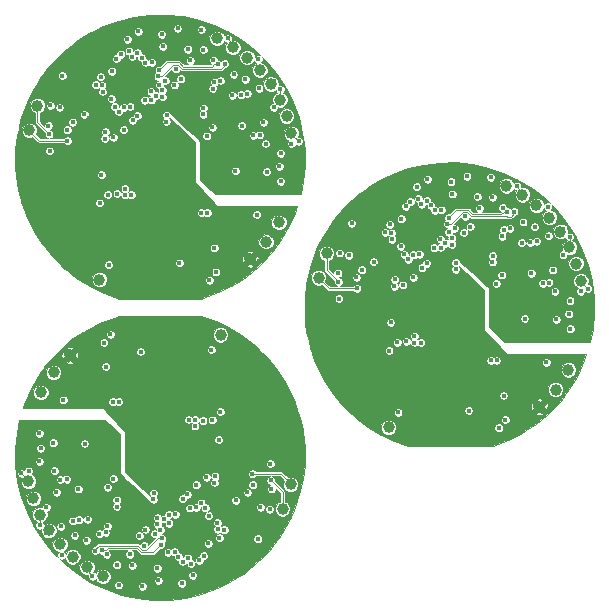
<source format=gbl>
%MOIN*%
%OFA0B0*%
%FSLAX46Y46*%
%IPPOS*%
%LPD*%
%ADD10C,0.0039370078740157488*%
%ADD11C,0.10236220472440946*%
%ADD12C,0.01968503937007874*%
%ADD13C,0.03937007874015748*%
%ADD14C,0.017716535433070866*%
%ADD15C,0.0010236220472440946*%
%ADD26C,0.0039370078740157488*%
%ADD27C,0.10236220472440946*%
%ADD28C,0.01968503937007874*%
%ADD29C,0.03937007874015748*%
%ADD30C,0.017716535433070866*%
%ADD31C,0.0010236220472440946*%
%ADD32C,0.0039370078740157488*%
%ADD33C,0.10236220472440946*%
%ADD34C,0.01968503937007874*%
%ADD35C,0.03937007874015748*%
%ADD36C,0.017716535433070866*%
%ADD37C,0.0010236220472440946*%
G01*
D10*
G36*
X0000400571Y0001307039D02*
X0000401526Y0001306897D01*
X0000402463Y0001306662D01*
X0000403372Y0001306337D01*
X0000404246Y0001305924D01*
X0000405074Y0001305427D01*
X0000405850Y0001304852D01*
X0000406566Y0001304203D01*
X0000407214Y0001303488D01*
X0000407790Y0001302712D01*
X0000408286Y0001301883D01*
X0000408699Y0001301010D01*
X0000409025Y0001300101D01*
X0000409259Y0001299164D01*
X0000409401Y0001298208D01*
X0000409448Y0001297244D01*
X0000409448Y0001214566D01*
X0000409401Y0001213602D01*
X0000409259Y0001212646D01*
X0000409025Y0001211709D01*
X0000408699Y0001210800D01*
X0000408286Y0001209927D01*
X0000407790Y0001209098D01*
X0000407214Y0001208322D01*
X0000406566Y0001207607D01*
X0000405850Y0001206958D01*
X0000405074Y0001206383D01*
X0000404246Y0001205886D01*
X0000403372Y0001205473D01*
X0000402463Y0001205148D01*
X0000401526Y0001204913D01*
X0000400571Y0001204771D01*
X0000399606Y0001204724D01*
X0000316929Y0001204724D01*
X0000315964Y0001204771D01*
X0000315008Y0001204913D01*
X0000314072Y0001205148D01*
X0000313162Y0001205473D01*
X0000312289Y0001205886D01*
X0000311460Y0001206383D01*
X0000310685Y0001206958D01*
X0000309969Y0001207607D01*
X0000309320Y0001208322D01*
X0000308745Y0001209098D01*
X0000308248Y0001209927D01*
X0000307835Y0001210800D01*
X0000307510Y0001211709D01*
X0000307275Y0001212646D01*
X0000307134Y0001213602D01*
X0000307086Y0001214566D01*
X0000307086Y0001297244D01*
X0000307134Y0001298208D01*
X0000307275Y0001299164D01*
X0000307510Y0001300101D01*
X0000307835Y0001301010D01*
X0000308248Y0001301883D01*
X0000308745Y0001302712D01*
X0000309320Y0001303488D01*
X0000309969Y0001304203D01*
X0000310685Y0001304852D01*
X0000311460Y0001305427D01*
X0000312289Y0001305924D01*
X0000313162Y0001306337D01*
X0000314072Y0001306662D01*
X0000315008Y0001306897D01*
X0000315964Y0001307039D01*
X0000316929Y0001307086D01*
X0000399606Y0001307086D01*
X0000400571Y0001307039D01*
X0000400571Y0001307039D01*
G37*
D11*
X0000358267Y0001255905D03*
D12*
X0000399606Y0001297244D03*
X0000399606Y0001255905D03*
X0000399606Y0001214566D03*
X0000358267Y0001297244D03*
X0000358267Y0001255905D03*
X0000358267Y0001214566D03*
X0000316929Y0001297244D03*
X0000316929Y0001255905D03*
X0000316929Y0001214566D03*
D13*
X0000056217Y0001574584D03*
X0000289917Y0001076384D03*
X0000792417Y0001144884D03*
X0000083117Y0001656284D03*
X0000846017Y0001201384D03*
X0000892217Y0001675684D03*
X0000862217Y0001728084D03*
X0000825217Y0001774784D03*
X0000782617Y0001816184D03*
X0000888917Y0001267584D03*
X0000735117Y0001851184D03*
X0000682517Y0001880884D03*
X0000930517Y0001564184D03*
X0000914617Y0001621484D03*
D14*
X0000784270Y0001817437D03*
X0000820078Y0001811023D03*
X0000693844Y0001739645D03*
X0000954017Y0001538284D03*
X0000888517Y0001266884D03*
X0000673268Y0001734619D03*
X0000914817Y0001621584D03*
X0000667700Y0001713501D03*
X0000893017Y0001710784D03*
X0000682217Y0001880884D03*
X0000717417Y0001880684D03*
X0000841732Y0001198425D03*
X0000509517Y0001739584D03*
X0000649606Y0001299212D03*
X0000629921Y0001299212D03*
X0000278026Y0001726046D03*
X0000501404Y0001853791D03*
X0000383223Y0001877778D03*
X0000539031Y0001948082D03*
X0000224852Y0001867875D03*
X0000132632Y0001785359D03*
X0000048634Y0001643771D03*
X0000018128Y0001481993D03*
X0000019442Y0001440660D03*
X0000024354Y0001399599D03*
X0000044793Y0001319538D03*
X0000032826Y0001359122D03*
X0000060165Y0001281147D03*
X0000078824Y0001244242D03*
X0000100628Y0001209104D03*
X0000125413Y0001176000D03*
X0000152988Y0001145181D03*
X0000183144Y0001116884D03*
X0000215652Y0001091322D03*
X0000250263Y0001068691D03*
X0000324732Y0001032886D03*
X0000648965Y0001029045D03*
X0000687356Y0001044417D03*
X0000724261Y0001063076D03*
X0000759399Y0001084880D03*
X0000792503Y0001109665D03*
X0000851619Y0001167396D03*
X0000823322Y0001137240D03*
X0000191748Y0001843090D03*
X0000160929Y0001815515D03*
X0000084439Y0001718240D03*
X0000107070Y0001752851D03*
X0000259990Y0001889679D03*
X0000296895Y0001908338D03*
X0000620229Y0001932770D03*
X0000579965Y0001942199D03*
X0000957947Y0001388538D03*
X0000964809Y0001512095D03*
X0000951425Y0001593633D03*
X0000659519Y0001919869D03*
X0000477117Y0001067984D03*
X0000411917Y0001116484D03*
X0000539370Y0001653543D03*
X0000696850Y0001637795D03*
X0000736220Y0001637795D03*
X0000736220Y0001610236D03*
X0000696850Y0001610236D03*
X0000873417Y0001404284D03*
X0000723917Y0001418484D03*
X0000618817Y0001126784D03*
X0000255920Y0001614314D03*
X0000250317Y0001556484D03*
X0000180617Y0001646884D03*
X0000181817Y0001694984D03*
X0000736220Y0001667322D03*
X0000332317Y0001148984D03*
X0000435417Y0001174784D03*
X0000531117Y0001236684D03*
X0000578517Y0001236884D03*
X0000578817Y0001134684D03*
X0000078740Y0001480314D03*
X0000189917Y0001473884D03*
X0000190317Y0001454484D03*
X0000189517Y0001434584D03*
X0000170017Y0001425884D03*
X0000158917Y0001407284D03*
X0000159317Y0001386284D03*
X0000180517Y0001385684D03*
X0000191617Y0001314284D03*
X0000211317Y0001304184D03*
X0000211117Y0001323184D03*
X0000254417Y0001319384D03*
X0000259617Y0001365184D03*
X0000189617Y0001257784D03*
X0000164217Y0001257084D03*
X0000182317Y0001165084D03*
X0000151917Y0001191884D03*
X0000137417Y0001220084D03*
X0000109617Y0001257084D03*
X0000133617Y0001320584D03*
X0000051417Y0001388084D03*
X0000057417Y0001369084D03*
X0000064117Y0001351084D03*
X0000072217Y0001333184D03*
X0000090317Y0001295984D03*
X0000099917Y0001277884D03*
X0000080817Y0001314684D03*
X0000212017Y0001136484D03*
X0000234117Y0001121384D03*
X0000274717Y0001186384D03*
X0000369617Y0001058084D03*
X0000343217Y0001064784D03*
X0000475417Y0001151384D03*
X0000582517Y0001065284D03*
X0000719217Y0001188184D03*
X0000726717Y0001115184D03*
X0000765417Y0001226184D03*
X0000743717Y0001288884D03*
X0000486517Y0001354884D03*
X0000523717Y0001353584D03*
X0000703517Y0001311584D03*
X0000246138Y0001462905D03*
X0000358617Y0001556984D03*
X0000326829Y0001700651D03*
X0000527709Y0001838102D03*
X0000040350Y0001403217D03*
X0000063809Y0001422484D03*
X0000063809Y0001450384D03*
X0000137617Y0001486684D03*
X0000149017Y0001427784D03*
X0000463217Y0001580984D03*
X0000223617Y0001807584D03*
X0000475017Y0001911184D03*
X0000326611Y0001618990D03*
X0000385955Y0001593201D03*
X0000254317Y0001813084D03*
X0000840157Y0001257086D03*
X0000621936Y0001737320D03*
X0000590157Y0001653937D03*
X0000590551Y0001680708D03*
X0000771653Y0001857205D03*
X0000933070Y0001651968D03*
X0000757874Y0001505905D03*
X0000787401Y0001466535D03*
X0000931417Y0001297784D03*
X0000403543Y0001023622D03*
X0000364173Y0001023622D03*
X0000442913Y0001023622D03*
X0000482283Y0001023622D03*
X0000521653Y0001023622D03*
X0000561023Y0001023622D03*
X0000600393Y0001023622D03*
X0000584717Y0001844884D03*
X0000550817Y0001913584D03*
X0000648217Y0001555384D03*
X0000465451Y0001800905D03*
X0000847917Y0001435984D03*
X0000666917Y0001583784D03*
X0000737717Y0001760484D03*
X0000678817Y0001101884D03*
X0000657117Y0001074384D03*
X0000239475Y0001627664D03*
X0000200617Y0001601384D03*
X0000371317Y0001575884D03*
X0000540530Y0001725196D03*
X0000831889Y0001766929D03*
X0000669893Y0001808251D03*
X0000803082Y0001556983D03*
X0000443596Y0001799429D03*
X0000500432Y0001685584D03*
X0000815117Y0001293084D03*
X0000635717Y0001627284D03*
X0000782975Y0001696543D03*
X0000844132Y0001529698D03*
X0000561600Y0001745488D03*
X0000635826Y0001842913D03*
X0000871015Y0001738171D03*
X0000837117Y0001600684D03*
X0000871025Y0001651184D03*
X0000592617Y0001806884D03*
X0000388794Y0001838499D03*
X0000894488Y0001498031D03*
X0000743407Y0001438683D03*
X0000776317Y0001744684D03*
X0000361401Y0001828035D03*
X0000929917Y0001529884D03*
X0000399054Y0001819968D03*
X0000636501Y0001648450D03*
X0000824217Y0001558384D03*
X0000762170Y0001692569D03*
X0000124117Y0001505384D03*
X0000293899Y0001752667D03*
X0000556717Y0001132084D03*
X0000321117Y0001125684D03*
X0000462754Y0001675134D03*
X0000396817Y0001358984D03*
X0000440812Y0001674505D03*
X0000375635Y0001358998D03*
X0000348717Y0001362784D03*
X0000355144Y0001636422D03*
X0000318417Y0001359784D03*
X0000329904Y0001679694D03*
X0000291117Y0001332084D03*
X0000341479Y0001652606D03*
X0000371394Y0001651026D03*
X0000375401Y0001380179D03*
X0000478169Y0001689926D03*
X0000672817Y0001181984D03*
X0000392442Y0001653398D03*
X0000419217Y0001903684D03*
X0000497817Y0001894584D03*
X0000400928Y0001608183D03*
X0000822411Y0001714578D03*
X0000513210Y0001603447D03*
X0000430834Y0001816335D03*
X0000166017Y0001756284D03*
X0000416944Y0001832326D03*
X0000183817Y0001539384D03*
X0000120526Y0001590075D03*
X0000182617Y0001575884D03*
X0000296417Y0001425684D03*
X0000544869Y0001779120D03*
X0000513917Y0001624624D03*
X0000764917Y0001590184D03*
X0000733317Y0001690984D03*
X0000122317Y0001561384D03*
X0000630017Y0001910084D03*
X0000346497Y0001812985D03*
X0000126637Y0001657216D03*
X0000299117Y0001724084D03*
X0000157417Y0001650384D03*
X0000300840Y0001702973D03*
X0000337191Y0001550748D03*
X0000416448Y0001622921D03*
X0000310361Y0001569040D03*
X0000331464Y0001771331D03*
X0000462106Y0001703802D03*
X0000308608Y0001546784D03*
X0000489428Y0001775045D03*
X0000685817Y0001794284D03*
X0000485447Y0001754240D03*
X0000707717Y0001795584D03*
X0000500473Y0001707433D03*
X0000894598Y0001404395D03*
X0000490410Y0001726090D03*
X0000890151Y0001454126D03*
D10*
X0000954017Y0001538284D02*
X0000936917Y0001555384D01*
X0000893017Y0001710784D02*
X0000893017Y0001680184D01*
X0000735117Y0001851184D02*
X0000735117Y0001861084D01*
X0000735117Y0001861084D02*
X0000717517Y0001878684D01*
X0000717517Y0001878684D02*
X0000717517Y0001879684D01*
X0000183817Y0001539384D02*
X0000090917Y0001539384D01*
X0000090917Y0001539384D02*
X0000089817Y0001539384D01*
X0000089817Y0001539384D02*
X0000056717Y0001572484D01*
X0000056717Y0001572484D02*
X0000056317Y0001572484D01*
X0000083017Y0001656884D02*
X0000083017Y0001600684D01*
X0000083017Y0001600684D02*
X0000113459Y0001570242D01*
X0000113459Y0001570242D02*
X0000122317Y0001561384D01*
X0000673289Y0001794284D02*
X0000685817Y0001794284D01*
X0000554185Y0001801084D02*
X0000568458Y0001786811D01*
X0000568458Y0001786811D02*
X0000665816Y0001786811D01*
X0000489117Y0001774584D02*
X0000515617Y0001801084D01*
X0000515617Y0001801084D02*
X0000554185Y0001801084D01*
X0000665816Y0001786811D02*
X0000673289Y0001794284D01*
X0000707217Y0001789432D02*
X0000707217Y0001796184D01*
X0000565619Y0001779182D02*
X0000682868Y0001779182D01*
X0000497975Y0001754240D02*
X0000537146Y0001793412D01*
X0000537146Y0001793412D02*
X0000551389Y0001793412D01*
X0000551389Y0001793412D02*
X0000565619Y0001779182D01*
X0000682868Y0001779182D02*
X0000683057Y0001778992D01*
X0000683057Y0001778992D02*
X0000696777Y0001778992D01*
X0000485447Y0001754240D02*
X0000497975Y0001754240D01*
X0000696777Y0001778992D02*
X0000707217Y0001789432D01*
G36*
X0000568054Y0001953629D02*
X0000620780Y0001942191D01*
X0000671902Y0001924947D01*
X0000720783Y0001902112D01*
X0000766815Y0001873970D01*
X0000809422Y0001840874D01*
X0000826320Y0001824418D01*
X0000823015Y0001825787D01*
X0000817142Y0001825787D01*
X0000811715Y0001823539D01*
X0000808207Y0001820031D01*
X0000808207Y0001821274D01*
X0000804311Y0001830680D01*
X0000797113Y0001837878D01*
X0000787707Y0001841774D01*
X0000777527Y0001841774D01*
X0000768121Y0001837878D01*
X0000760922Y0001830680D01*
X0000757026Y0001821274D01*
X0000757026Y0001811093D01*
X0000760922Y0001801688D01*
X0000768121Y0001794489D01*
X0000777527Y0001790593D01*
X0000787707Y0001790593D01*
X0000797113Y0001794489D01*
X0000804311Y0001801688D01*
X0000806138Y0001806098D01*
X0000807562Y0001802660D01*
X0000811715Y0001798507D01*
X0000813667Y0001797699D01*
X0000810721Y0001796478D01*
X0000803522Y0001789280D01*
X0000799626Y0001779874D01*
X0000799626Y0001769693D01*
X0000803522Y0001760288D01*
X0000810721Y0001753089D01*
X0000820127Y0001749193D01*
X0000830307Y0001749193D01*
X0000839713Y0001753089D01*
X0000846911Y0001760288D01*
X0000850807Y0001769693D01*
X0000850807Y0001779874D01*
X0000846911Y0001789280D01*
X0000839713Y0001796478D01*
X0000830308Y0001800374D01*
X0000832594Y0001802660D01*
X0000834842Y0001808086D01*
X0000834842Y0001813960D01*
X0000833343Y0001817579D01*
X0000848074Y0001803233D01*
X0000882290Y0001761519D01*
X0000911643Y0001716251D01*
X0000935767Y0001667993D01*
X0000954362Y0001617346D01*
X0000967194Y0001564943D01*
X0000974106Y0001511435D01*
X0000975010Y0001457491D01*
X0000969896Y0001403782D01*
X0000960767Y0001360236D01*
X0000674043Y0001360236D01*
X0000626947Y0001407332D01*
X0000879834Y0001407332D01*
X0000879834Y0001401459D01*
X0000882082Y0001396032D01*
X0000886235Y0001391879D01*
X0000891661Y0001389631D01*
X0000897534Y0001389631D01*
X0000902961Y0001391879D01*
X0000907114Y0001396032D01*
X0000909361Y0001401459D01*
X0000909361Y0001407332D01*
X0000907114Y0001412758D01*
X0000902961Y0001416911D01*
X0000897534Y0001419159D01*
X0000891661Y0001419159D01*
X0000886235Y0001416911D01*
X0000882082Y0001412758D01*
X0000879834Y0001407332D01*
X0000626947Y0001407332D01*
X0000624015Y0001410264D01*
X0000624015Y0001441619D01*
X0000728643Y0001441619D01*
X0000728643Y0001435746D01*
X0000730891Y0001430320D01*
X0000735044Y0001426166D01*
X0000740470Y0001423919D01*
X0000746344Y0001423919D01*
X0000751770Y0001426166D01*
X0000755923Y0001430320D01*
X0000758171Y0001435746D01*
X0000758171Y0001438920D01*
X0000833153Y0001438920D01*
X0000833153Y0001433047D01*
X0000835401Y0001427621D01*
X0000839554Y0001423468D01*
X0000844980Y0001421220D01*
X0000850853Y0001421220D01*
X0000856280Y0001423468D01*
X0000860433Y0001427621D01*
X0000862681Y0001433047D01*
X0000862681Y0001438920D01*
X0000860433Y0001444347D01*
X0000856280Y0001448500D01*
X0000850853Y0001450748D01*
X0000844980Y0001450748D01*
X0000839554Y0001448500D01*
X0000835401Y0001444347D01*
X0000833153Y0001438920D01*
X0000758171Y0001438920D01*
X0000758171Y0001441619D01*
X0000755923Y0001447046D01*
X0000751770Y0001451199D01*
X0000746344Y0001453446D01*
X0000740470Y0001453446D01*
X0000735044Y0001451199D01*
X0000730891Y0001447046D01*
X0000728643Y0001441619D01*
X0000624015Y0001441619D01*
X0000624015Y0001457063D01*
X0000875387Y0001457063D01*
X0000875387Y0001451189D01*
X0000877635Y0001445763D01*
X0000881788Y0001441610D01*
X0000887214Y0001439362D01*
X0000893088Y0001439362D01*
X0000898514Y0001441610D01*
X0000902667Y0001445763D01*
X0000904915Y0001451189D01*
X0000904915Y0001457063D01*
X0000902667Y0001462489D01*
X0000898514Y0001466642D01*
X0000893088Y0001468890D01*
X0000887214Y0001468890D01*
X0000881788Y0001466642D01*
X0000877635Y0001462489D01*
X0000875387Y0001457063D01*
X0000624015Y0001457063D01*
X0000624015Y0001500968D01*
X0000879724Y0001500968D01*
X0000879724Y0001495094D01*
X0000881972Y0001489668D01*
X0000886125Y0001485515D01*
X0000891551Y0001483267D01*
X0000897424Y0001483267D01*
X0000902851Y0001485515D01*
X0000907004Y0001489668D01*
X0000909251Y0001495094D01*
X0000909251Y0001500968D01*
X0000907004Y0001506394D01*
X0000902851Y0001510547D01*
X0000897424Y0001512795D01*
X0000891551Y0001512795D01*
X0000886125Y0001510547D01*
X0000881972Y0001506394D01*
X0000879724Y0001500968D01*
X0000624015Y0001500968D01*
X0000624015Y0001532634D01*
X0000829369Y0001532634D01*
X0000829369Y0001526761D01*
X0000831616Y0001521335D01*
X0000835769Y0001517182D01*
X0000841196Y0001514934D01*
X0000847069Y0001514934D01*
X0000852495Y0001517182D01*
X0000856648Y0001521335D01*
X0000858896Y0001526761D01*
X0000858896Y0001532634D01*
X0000856648Y0001538061D01*
X0000852495Y0001542214D01*
X0000847069Y0001544462D01*
X0000841196Y0001544462D01*
X0000835769Y0001542214D01*
X0000831616Y0001538061D01*
X0000829369Y0001532634D01*
X0000624015Y0001532634D01*
X0000624015Y0001539370D01*
X0000623834Y0001540195D01*
X0000623382Y0001540816D01*
X0000604419Y0001558320D01*
X0000633453Y0001558320D01*
X0000633453Y0001552447D01*
X0000635701Y0001547021D01*
X0000639854Y0001542868D01*
X0000645280Y0001540620D01*
X0000651153Y0001540620D01*
X0000656580Y0001542868D01*
X0000660733Y0001547021D01*
X0000662981Y0001552447D01*
X0000662981Y0001558320D01*
X0000662318Y0001559919D01*
X0000788318Y0001559919D01*
X0000788318Y0001554046D01*
X0000790566Y0001548620D01*
X0000794719Y0001544466D01*
X0000800145Y0001542219D01*
X0000806019Y0001542219D01*
X0000811445Y0001544466D01*
X0000814350Y0001547371D01*
X0000815854Y0001545868D01*
X0000821280Y0001543620D01*
X0000827154Y0001543620D01*
X0000832580Y0001545868D01*
X0000836733Y0001550021D01*
X0000838981Y0001555447D01*
X0000838981Y0001561320D01*
X0000836733Y0001566747D01*
X0000834206Y0001569274D01*
X0000904926Y0001569274D01*
X0000904926Y0001559093D01*
X0000908822Y0001549688D01*
X0000916021Y0001542489D01*
X0000919996Y0001540842D01*
X0000917401Y0001538247D01*
X0000915153Y0001532820D01*
X0000915153Y0001526947D01*
X0000917401Y0001521521D01*
X0000921554Y0001517368D01*
X0000926980Y0001515120D01*
X0000932854Y0001515120D01*
X0000938280Y0001517368D01*
X0000942433Y0001521521D01*
X0000944620Y0001526801D01*
X0000945654Y0001525768D01*
X0000951080Y0001523520D01*
X0000956954Y0001523520D01*
X0000962380Y0001525768D01*
X0000966533Y0001529921D01*
X0000968781Y0001535347D01*
X0000968781Y0001541220D01*
X0000966533Y0001546647D01*
X0000962380Y0001550800D01*
X0000956954Y0001553048D01*
X0000953603Y0001553048D01*
X0000956107Y0001559093D01*
X0000956107Y0001569274D01*
X0000952211Y0001578680D01*
X0000945013Y0001585878D01*
X0000935607Y0001589774D01*
X0000925427Y0001589774D01*
X0000916021Y0001585878D01*
X0000908822Y0001578680D01*
X0000904926Y0001569274D01*
X0000834206Y0001569274D01*
X0000832580Y0001570900D01*
X0000827154Y0001573148D01*
X0000821280Y0001573148D01*
X0000815854Y0001570900D01*
X0000812949Y0001567995D01*
X0000811445Y0001569499D01*
X0000806019Y0001571746D01*
X0000800145Y0001571746D01*
X0000794719Y0001569499D01*
X0000790566Y0001565346D01*
X0000788318Y0001559919D01*
X0000662318Y0001559919D01*
X0000660733Y0001563747D01*
X0000656580Y0001567900D01*
X0000651153Y0001570148D01*
X0000645280Y0001570148D01*
X0000639854Y0001567900D01*
X0000635701Y0001563747D01*
X0000633453Y0001558320D01*
X0000604419Y0001558320D01*
X0000573652Y0001586720D01*
X0000652153Y0001586720D01*
X0000652153Y0001580847D01*
X0000654401Y0001575421D01*
X0000658554Y0001571268D01*
X0000663980Y0001569020D01*
X0000669854Y0001569020D01*
X0000675280Y0001571268D01*
X0000679433Y0001575421D01*
X0000681681Y0001580847D01*
X0000681681Y0001586720D01*
X0000679433Y0001592147D01*
X0000678459Y0001593120D01*
X0000750153Y0001593120D01*
X0000750153Y0001587247D01*
X0000752401Y0001581821D01*
X0000756554Y0001577668D01*
X0000761980Y0001575420D01*
X0000767854Y0001575420D01*
X0000773280Y0001577668D01*
X0000777433Y0001581821D01*
X0000779681Y0001587247D01*
X0000779681Y0001593120D01*
X0000777433Y0001598547D01*
X0000773280Y0001602700D01*
X0000771057Y0001603620D01*
X0000822353Y0001603620D01*
X0000822353Y0001597747D01*
X0000824601Y0001592321D01*
X0000828754Y0001588168D01*
X0000834180Y0001585920D01*
X0000840054Y0001585920D01*
X0000845480Y0001588168D01*
X0000849633Y0001592321D01*
X0000851881Y0001597747D01*
X0000851881Y0001603620D01*
X0000849633Y0001609047D01*
X0000845480Y0001613200D01*
X0000840054Y0001615448D01*
X0000834180Y0001615448D01*
X0000828754Y0001613200D01*
X0000824601Y0001609047D01*
X0000822353Y0001603620D01*
X0000771057Y0001603620D01*
X0000767854Y0001604948D01*
X0000761980Y0001604948D01*
X0000756554Y0001602700D01*
X0000752401Y0001598547D01*
X0000750153Y0001593120D01*
X0000678459Y0001593120D01*
X0000675280Y0001596300D01*
X0000669854Y0001598548D01*
X0000663980Y0001598548D01*
X0000658554Y0001596300D01*
X0000654401Y0001592147D01*
X0000652153Y0001586720D01*
X0000573652Y0001586720D01*
X0000528230Y0001628649D01*
X0000527579Y0001630220D01*
X0000620953Y0001630220D01*
X0000620953Y0001624347D01*
X0000623201Y0001618921D01*
X0000627354Y0001614768D01*
X0000632780Y0001612520D01*
X0000638654Y0001612520D01*
X0000644080Y0001614768D01*
X0000648233Y0001618921D01*
X0000650481Y0001624347D01*
X0000650481Y0001626574D01*
X0000889026Y0001626574D01*
X0000889026Y0001616393D01*
X0000892922Y0001606988D01*
X0000900121Y0001599789D01*
X0000909527Y0001595893D01*
X0000919707Y0001595893D01*
X0000929113Y0001599789D01*
X0000936311Y0001606988D01*
X0000940207Y0001616393D01*
X0000940207Y0001626574D01*
X0000936311Y0001635980D01*
X0000929113Y0001643178D01*
X0000919707Y0001647074D01*
X0000909527Y0001647074D01*
X0000900121Y0001643178D01*
X0000892922Y0001635980D01*
X0000889026Y0001626574D01*
X0000650481Y0001626574D01*
X0000650481Y0001630220D01*
X0000648233Y0001635647D01*
X0000646405Y0001637475D01*
X0000649017Y0001640087D01*
X0000651265Y0001645514D01*
X0000651265Y0001651387D01*
X0000649017Y0001656813D01*
X0000644864Y0001660967D01*
X0000639437Y0001663214D01*
X0000633564Y0001663214D01*
X0000628138Y0001660967D01*
X0000623985Y0001656813D01*
X0000621737Y0001651387D01*
X0000621737Y0001645514D01*
X0000623985Y0001640087D01*
X0000625813Y0001638259D01*
X0000623201Y0001635647D01*
X0000620953Y0001630220D01*
X0000527579Y0001630220D01*
X0000526433Y0001632987D01*
X0000522280Y0001637141D01*
X0000516853Y0001639388D01*
X0000510980Y0001639388D01*
X0000505554Y0001637141D01*
X0000501400Y0001632987D01*
X0000499153Y0001627561D01*
X0000499153Y0001621688D01*
X0000501400Y0001616261D01*
X0000503273Y0001614389D01*
X0000500694Y0001611810D01*
X0000498446Y0001606384D01*
X0000498446Y0001600510D01*
X0000500694Y0001595084D01*
X0000504847Y0001590931D01*
X0000510273Y0001588683D01*
X0000516147Y0001588683D01*
X0000521573Y0001590931D01*
X0000525726Y0001595084D01*
X0000527974Y0001600510D01*
X0000527974Y0001606384D01*
X0000525726Y0001611810D01*
X0000523854Y0001613683D01*
X0000524698Y0001614527D01*
X0000608267Y0001534591D01*
X0000608267Y0001401574D01*
X0000608398Y0001400868D01*
X0000608809Y0001400219D01*
X0000683612Y0001321478D01*
X0000684286Y0001321015D01*
X0000685039Y0001320866D01*
X0000948902Y0001320866D01*
X0000941939Y0001299737D01*
X0000919446Y0001250698D01*
X0000891627Y0001204471D01*
X0000878256Y0001187007D01*
X0000867761Y0001187007D01*
X0000871607Y0001196293D01*
X0000871607Y0001206474D01*
X0000867711Y0001215880D01*
X0000860513Y0001223078D01*
X0000851107Y0001226974D01*
X0000840927Y0001226974D01*
X0000831521Y0001223078D01*
X0000824322Y0001215880D01*
X0000820426Y0001206474D01*
X0000820426Y0001196293D01*
X0000824273Y0001187007D01*
X0000748031Y0001187007D01*
X0000747278Y0001186858D01*
X0000746639Y0001186431D01*
X0000746212Y0001185792D01*
X0000746062Y0001185039D01*
X0000746062Y0001065880D01*
X0000734922Y0001058545D01*
X0000686833Y0001034084D01*
X0000636126Y0001015065D01*
X0000628612Y0001012795D01*
X0000355877Y0001012795D01*
X0000306104Y0001030362D01*
X0000257546Y0001053877D01*
X0000213790Y0001081474D01*
X0000264326Y0001081474D01*
X0000264326Y0001071293D01*
X0000268222Y0001061888D01*
X0000275421Y0001054689D01*
X0000284827Y0001050793D01*
X0000295007Y0001050793D01*
X0000304413Y0001054689D01*
X0000311611Y0001061888D01*
X0000315507Y0001071293D01*
X0000315507Y0001077320D01*
X0000642353Y0001077320D01*
X0000642353Y0001071447D01*
X0000644601Y0001066021D01*
X0000648754Y0001061868D01*
X0000654180Y0001059620D01*
X0000660054Y0001059620D01*
X0000665480Y0001061868D01*
X0000669633Y0001066021D01*
X0000671881Y0001071447D01*
X0000671881Y0001077320D01*
X0000669633Y0001082747D01*
X0000665480Y0001086900D01*
X0000660054Y0001089148D01*
X0000654180Y0001089148D01*
X0000648754Y0001086900D01*
X0000644601Y0001082747D01*
X0000642353Y0001077320D01*
X0000315507Y0001077320D01*
X0000315507Y0001081474D01*
X0000311611Y0001090880D01*
X0000304413Y0001098078D01*
X0000295007Y0001101974D01*
X0000284827Y0001101974D01*
X0000275421Y0001098078D01*
X0000268222Y0001090880D01*
X0000264326Y0001081474D01*
X0000213790Y0001081474D01*
X0000211912Y0001082658D01*
X0000184190Y0001104820D01*
X0000664053Y0001104820D01*
X0000664053Y0001098947D01*
X0000666301Y0001093521D01*
X0000670454Y0001089368D01*
X0000675880Y0001087120D01*
X0000681754Y0001087120D01*
X0000687180Y0001089368D01*
X0000691333Y0001093521D01*
X0000693581Y0001098947D01*
X0000693581Y0001104820D01*
X0000691333Y0001110247D01*
X0000687180Y0001114400D01*
X0000681754Y0001116647D01*
X0000675880Y0001116647D01*
X0000670454Y0001114400D01*
X0000666301Y0001110247D01*
X0000664053Y0001104820D01*
X0000184190Y0001104820D01*
X0000169771Y0001116347D01*
X0000157515Y0001128620D01*
X0000306353Y0001128620D01*
X0000306353Y0001122747D01*
X0000308601Y0001117321D01*
X0000312754Y0001113168D01*
X0000318180Y0001110920D01*
X0000324054Y0001110920D01*
X0000329480Y0001113168D01*
X0000333633Y0001117321D01*
X0000335881Y0001122747D01*
X0000335881Y0001128620D01*
X0000333633Y0001134047D01*
X0000332659Y0001135020D01*
X0000541953Y0001135020D01*
X0000541953Y0001129147D01*
X0000544201Y0001123721D01*
X0000548354Y0001119568D01*
X0000553780Y0001117320D01*
X0000559654Y0001117320D01*
X0000565080Y0001119568D01*
X0000569233Y0001123721D01*
X0000571481Y0001129147D01*
X0000571481Y0001135020D01*
X0000569233Y0001140447D01*
X0000565080Y0001144600D01*
X0000559654Y0001146847D01*
X0000553780Y0001146847D01*
X0000548354Y0001144600D01*
X0000544201Y0001140447D01*
X0000541953Y0001135020D01*
X0000332659Y0001135020D01*
X0000329480Y0001138200D01*
X0000324054Y0001140448D01*
X0000318180Y0001140448D01*
X0000312754Y0001138200D01*
X0000308601Y0001134047D01*
X0000306353Y0001128620D01*
X0000157515Y0001128620D01*
X0000131648Y0001154523D01*
X0000107417Y0001184920D01*
X0000658053Y0001184920D01*
X0000658053Y0001179047D01*
X0000660301Y0001173621D01*
X0000664454Y0001169468D01*
X0000669880Y0001167220D01*
X0000675754Y0001167220D01*
X0000681180Y0001169468D01*
X0000685333Y0001173621D01*
X0000687581Y0001179047D01*
X0000687581Y0001184920D01*
X0000685333Y0001190347D01*
X0000681180Y0001194500D01*
X0000675754Y0001196748D01*
X0000669880Y0001196748D01*
X0000664454Y0001194500D01*
X0000660301Y0001190347D01*
X0000658053Y0001184920D01*
X0000107417Y0001184920D01*
X0000098017Y0001196712D01*
X0000069299Y0001242385D01*
X0000054683Y0001272674D01*
X0000863326Y0001272674D01*
X0000863326Y0001262493D01*
X0000867222Y0001253088D01*
X0000874421Y0001245889D01*
X0000883827Y0001241993D01*
X0000894007Y0001241993D01*
X0000903413Y0001245889D01*
X0000910611Y0001253088D01*
X0000914507Y0001262493D01*
X0000914507Y0001272674D01*
X0000910611Y0001282080D01*
X0000903413Y0001289278D01*
X0000894007Y0001293174D01*
X0000883827Y0001293174D01*
X0000874421Y0001289278D01*
X0000867222Y0001282080D01*
X0000863326Y0001272674D01*
X0000054683Y0001272674D01*
X0000045852Y0001290975D01*
X0000041926Y0001302149D01*
X0000615157Y0001302149D01*
X0000615157Y0001296275D01*
X0000617405Y0001290849D01*
X0000621558Y0001286696D01*
X0000626984Y0001284448D01*
X0000632857Y0001284448D01*
X0000638284Y0001286696D01*
X0000639763Y0001288175D01*
X0000641243Y0001286696D01*
X0000646669Y0001284448D01*
X0000652542Y0001284448D01*
X0000657969Y0001286696D01*
X0000662122Y0001290849D01*
X0000664264Y0001296020D01*
X0000800353Y0001296020D01*
X0000800353Y0001290147D01*
X0000802601Y0001284721D01*
X0000806754Y0001280568D01*
X0000812180Y0001278320D01*
X0000818054Y0001278320D01*
X0000823480Y0001280568D01*
X0000827633Y0001284721D01*
X0000829881Y0001290147D01*
X0000829881Y0001296020D01*
X0000827633Y0001301447D01*
X0000823480Y0001305600D01*
X0000818054Y0001307848D01*
X0000812180Y0001307848D01*
X0000806754Y0001305600D01*
X0000802601Y0001301447D01*
X0000800353Y0001296020D01*
X0000664264Y0001296020D01*
X0000664370Y0001296275D01*
X0000664370Y0001302149D01*
X0000662122Y0001307575D01*
X0000657969Y0001311728D01*
X0000652542Y0001313976D01*
X0000646669Y0001313976D01*
X0000641243Y0001311728D01*
X0000639763Y0001310249D01*
X0000638284Y0001311728D01*
X0000632857Y0001313976D01*
X0000626984Y0001313976D01*
X0000621558Y0001311728D01*
X0000617405Y0001307575D01*
X0000615157Y0001302149D01*
X0000041926Y0001302149D01*
X0000030375Y0001335020D01*
X0000276353Y0001335020D01*
X0000276353Y0001329147D01*
X0000278601Y0001323721D01*
X0000282754Y0001319568D01*
X0000288180Y0001317320D01*
X0000294054Y0001317320D01*
X0000299480Y0001319568D01*
X0000303633Y0001323721D01*
X0000305881Y0001329147D01*
X0000305881Y0001335020D01*
X0000303633Y0001340447D01*
X0000299480Y0001344600D01*
X0000294054Y0001346848D01*
X0000288180Y0001346848D01*
X0000282754Y0001344600D01*
X0000278601Y0001340447D01*
X0000276353Y0001335020D01*
X0000030375Y0001335020D01*
X0000027966Y0001341876D01*
X0000023169Y0001362720D01*
X0000303653Y0001362720D01*
X0000303653Y0001356847D01*
X0000305901Y0001351421D01*
X0000310054Y0001347268D01*
X0000315480Y0001345020D01*
X0000321354Y0001345020D01*
X0000326780Y0001347268D01*
X0000330933Y0001351421D01*
X0000333181Y0001356847D01*
X0000333181Y0001362720D01*
X0000331938Y0001365720D01*
X0000333953Y0001365720D01*
X0000333953Y0001359847D01*
X0000336201Y0001354421D01*
X0000340354Y0001350268D01*
X0000345780Y0001348020D01*
X0000351653Y0001348020D01*
X0000357080Y0001350268D01*
X0000361233Y0001354421D01*
X0000361392Y0001354805D01*
X0000363119Y0001350635D01*
X0000367272Y0001346482D01*
X0000372699Y0001344235D01*
X0000378572Y0001344235D01*
X0000383998Y0001346482D01*
X0000386219Y0001348703D01*
X0000388454Y0001346468D01*
X0000393880Y0001344220D01*
X0000399754Y0001344220D01*
X0000405180Y0001346468D01*
X0000409333Y0001350621D01*
X0000411581Y0001356047D01*
X0000411581Y0001361920D01*
X0000409333Y0001367347D01*
X0000405180Y0001371500D01*
X0000399754Y0001373748D01*
X0000393880Y0001373748D01*
X0000388454Y0001371500D01*
X0000386233Y0001369279D01*
X0000385807Y0001369706D01*
X0000387917Y0001371816D01*
X0000390165Y0001377242D01*
X0000390165Y0001383115D01*
X0000387917Y0001388542D01*
X0000383764Y0001392695D01*
X0000378338Y0001394942D01*
X0000372464Y0001394942D01*
X0000367038Y0001392695D01*
X0000362885Y0001388542D01*
X0000360637Y0001383115D01*
X0000360637Y0001377242D01*
X0000362885Y0001371816D01*
X0000365229Y0001369471D01*
X0000363119Y0001367361D01*
X0000362960Y0001366977D01*
X0000361233Y0001371147D01*
X0000357080Y0001375300D01*
X0000351653Y0001377548D01*
X0000345780Y0001377548D01*
X0000340354Y0001375300D01*
X0000336201Y0001371147D01*
X0000333953Y0001365720D01*
X0000331938Y0001365720D01*
X0000330933Y0001368147D01*
X0000326780Y0001372300D01*
X0000321354Y0001374548D01*
X0000315480Y0001374548D01*
X0000310054Y0001372300D01*
X0000305901Y0001368147D01*
X0000303653Y0001362720D01*
X0000023169Y0001362720D01*
X0000015866Y0001394454D01*
X0000011937Y0001428620D01*
X0000281653Y0001428620D01*
X0000281653Y0001422747D01*
X0000283901Y0001417321D01*
X0000288054Y0001413168D01*
X0000293480Y0001410920D01*
X0000299354Y0001410920D01*
X0000304780Y0001413168D01*
X0000308933Y0001417321D01*
X0000311181Y0001422747D01*
X0000311181Y0001428620D01*
X0000308933Y0001434047D01*
X0000304780Y0001438200D01*
X0000299354Y0001440448D01*
X0000293480Y0001440448D01*
X0000288054Y0001438200D01*
X0000283901Y0001434047D01*
X0000281653Y0001428620D01*
X0000011937Y0001428620D01*
X0000009702Y0001448053D01*
X0000009552Y0001502004D01*
X0000010242Y0001508320D01*
X0000109353Y0001508320D01*
X0000109353Y0001502447D01*
X0000111601Y0001497021D01*
X0000115754Y0001492868D01*
X0000121180Y0001490620D01*
X0000127053Y0001490620D01*
X0000132480Y0001492868D01*
X0000136633Y0001497021D01*
X0000138881Y0001502447D01*
X0000138881Y0001508320D01*
X0000136633Y0001513747D01*
X0000132480Y0001517900D01*
X0000127053Y0001520148D01*
X0000121180Y0001520148D01*
X0000115754Y0001517900D01*
X0000111601Y0001513747D01*
X0000109353Y0001508320D01*
X0000010242Y0001508320D01*
X0000015416Y0001555636D01*
X0000020806Y0001579674D01*
X0000030626Y0001579674D01*
X0000030626Y0001569493D01*
X0000034522Y0001560088D01*
X0000041721Y0001552889D01*
X0000051127Y0001548993D01*
X0000061307Y0001548993D01*
X0000066798Y0001551267D01*
X0000083701Y0001534364D01*
X0000084140Y0001533707D01*
X0000086745Y0001531967D01*
X0000089041Y0001531510D01*
X0000089041Y0001531510D01*
X0000089817Y0001531355D01*
X0000090592Y0001531510D01*
X0000171098Y0001531510D01*
X0000171301Y0001531021D01*
X0000175454Y0001526868D01*
X0000180880Y0001524620D01*
X0000186754Y0001524620D01*
X0000192180Y0001526868D01*
X0000196333Y0001531021D01*
X0000198581Y0001536447D01*
X0000198581Y0001542320D01*
X0000196333Y0001547747D01*
X0000194359Y0001549720D01*
X0000293844Y0001549720D01*
X0000293844Y0001543847D01*
X0000296092Y0001538421D01*
X0000300245Y0001534268D01*
X0000305671Y0001532020D01*
X0000311545Y0001532020D01*
X0000316971Y0001534268D01*
X0000321124Y0001538421D01*
X0000323372Y0001543847D01*
X0000323372Y0001545531D01*
X0000324675Y0001542385D01*
X0000328828Y0001538232D01*
X0000334254Y0001535985D01*
X0000340128Y0001535985D01*
X0000345554Y0001538232D01*
X0000349707Y0001542385D01*
X0000351955Y0001547812D01*
X0000351955Y0001553685D01*
X0000349707Y0001559111D01*
X0000345554Y0001563264D01*
X0000340128Y0001565512D01*
X0000334254Y0001565512D01*
X0000328828Y0001563264D01*
X0000324675Y0001559111D01*
X0000322427Y0001553685D01*
X0000322427Y0001552002D01*
X0000321124Y0001555147D01*
X0000319236Y0001557035D01*
X0000322877Y0001560677D01*
X0000325125Y0001566103D01*
X0000325125Y0001571976D01*
X0000322877Y0001577403D01*
X0000321460Y0001578820D01*
X0000356553Y0001578820D01*
X0000356553Y0001572947D01*
X0000358801Y0001567521D01*
X0000362954Y0001563368D01*
X0000368380Y0001561120D01*
X0000374254Y0001561120D01*
X0000379680Y0001563368D01*
X0000383833Y0001567521D01*
X0000386081Y0001572947D01*
X0000386081Y0001578820D01*
X0000383833Y0001584247D01*
X0000379680Y0001588400D01*
X0000374254Y0001590648D01*
X0000368380Y0001590648D01*
X0000362954Y0001588400D01*
X0000358801Y0001584247D01*
X0000356553Y0001578820D01*
X0000321460Y0001578820D01*
X0000318724Y0001581556D01*
X0000313298Y0001583803D01*
X0000307424Y0001583803D01*
X0000301998Y0001581556D01*
X0000297845Y0001577403D01*
X0000295597Y0001571976D01*
X0000295597Y0001566103D01*
X0000297845Y0001560677D01*
X0000299733Y0001558788D01*
X0000296092Y0001555147D01*
X0000293844Y0001549720D01*
X0000194359Y0001549720D01*
X0000192180Y0001551900D01*
X0000186754Y0001554148D01*
X0000180880Y0001554148D01*
X0000175454Y0001551900D01*
X0000171301Y0001547747D01*
X0000171098Y0001547258D01*
X0000126793Y0001547258D01*
X0000130680Y0001548868D01*
X0000134833Y0001553021D01*
X0000137081Y0001558447D01*
X0000137081Y0001564320D01*
X0000134833Y0001569747D01*
X0000130680Y0001573900D01*
X0000125368Y0001576100D01*
X0000128889Y0001577559D01*
X0000130151Y0001578820D01*
X0000167853Y0001578820D01*
X0000167853Y0001572947D01*
X0000170101Y0001567521D01*
X0000174254Y0001563368D01*
X0000179680Y0001561120D01*
X0000185554Y0001561120D01*
X0000190980Y0001563368D01*
X0000195133Y0001567521D01*
X0000197381Y0001572947D01*
X0000197381Y0001578820D01*
X0000195133Y0001584247D01*
X0000190980Y0001588400D01*
X0000185554Y0001590648D01*
X0000179680Y0001590648D01*
X0000174254Y0001588400D01*
X0000170101Y0001584247D01*
X0000167853Y0001578820D01*
X0000130151Y0001578820D01*
X0000133043Y0001581712D01*
X0000135290Y0001587138D01*
X0000135290Y0001593012D01*
X0000133043Y0001598438D01*
X0000128889Y0001602591D01*
X0000124715Y0001604320D01*
X0000185853Y0001604320D01*
X0000185853Y0001598447D01*
X0000188101Y0001593021D01*
X0000192254Y0001588868D01*
X0000197680Y0001586620D01*
X0000203554Y0001586620D01*
X0000208980Y0001588868D01*
X0000213133Y0001593021D01*
X0000215381Y0001598447D01*
X0000215381Y0001604320D01*
X0000213133Y0001609747D01*
X0000211760Y0001611120D01*
X0000386164Y0001611120D01*
X0000386164Y0001605247D01*
X0000388412Y0001599820D01*
X0000392565Y0001595667D01*
X0000397991Y0001593420D01*
X0000403865Y0001593420D01*
X0000409291Y0001595667D01*
X0000413444Y0001599820D01*
X0000415692Y0001605247D01*
X0000415692Y0001608157D01*
X0000419385Y0001608157D01*
X0000424811Y0001610405D01*
X0000428964Y0001614558D01*
X0000431212Y0001619984D01*
X0000431212Y0001625858D01*
X0000428964Y0001631284D01*
X0000424811Y0001635437D01*
X0000419385Y0001637685D01*
X0000413511Y0001637685D01*
X0000408085Y0001635437D01*
X0000403932Y0001631284D01*
X0000401684Y0001625858D01*
X0000401684Y0001622947D01*
X0000397991Y0001622947D01*
X0000392565Y0001620700D01*
X0000388412Y0001616546D01*
X0000386164Y0001611120D01*
X0000211760Y0001611120D01*
X0000208980Y0001613900D01*
X0000203554Y0001616148D01*
X0000197680Y0001616148D01*
X0000192254Y0001613900D01*
X0000188101Y0001609747D01*
X0000185853Y0001604320D01*
X0000124715Y0001604320D01*
X0000123463Y0001604839D01*
X0000117590Y0001604839D01*
X0000112163Y0001602591D01*
X0000108010Y0001598438D01*
X0000105763Y0001593012D01*
X0000105763Y0001589073D01*
X0000090891Y0001603945D01*
X0000090891Y0001630601D01*
X0000224711Y0001630601D01*
X0000224711Y0001624728D01*
X0000226959Y0001619301D01*
X0000231112Y0001615148D01*
X0000236538Y0001612900D01*
X0000242412Y0001612900D01*
X0000247838Y0001615148D01*
X0000251991Y0001619301D01*
X0000254239Y0001624728D01*
X0000254239Y0001630601D01*
X0000251991Y0001636027D01*
X0000247838Y0001640180D01*
X0000242412Y0001642428D01*
X0000236538Y0001642428D01*
X0000231112Y0001640180D01*
X0000226959Y0001636027D01*
X0000224711Y0001630601D01*
X0000090891Y0001630601D01*
X0000090891Y0001631805D01*
X0000097613Y0001634589D01*
X0000104811Y0001641788D01*
X0000108707Y0001651193D01*
X0000108707Y0001660153D01*
X0000111873Y0001660153D01*
X0000111873Y0001654280D01*
X0000114121Y0001648853D01*
X0000118274Y0001644700D01*
X0000123700Y0001642453D01*
X0000129574Y0001642453D01*
X0000135000Y0001644700D01*
X0000139153Y0001648853D01*
X0000141003Y0001653320D01*
X0000142653Y0001653320D01*
X0000142653Y0001647447D01*
X0000144901Y0001642021D01*
X0000149054Y0001637868D01*
X0000154480Y0001635620D01*
X0000160353Y0001635620D01*
X0000165780Y0001637868D01*
X0000169933Y0001642021D01*
X0000172181Y0001647447D01*
X0000172181Y0001653320D01*
X0000169933Y0001658747D01*
X0000165780Y0001662900D01*
X0000160353Y0001665148D01*
X0000154480Y0001665148D01*
X0000149054Y0001662900D01*
X0000144901Y0001658747D01*
X0000142653Y0001653320D01*
X0000141003Y0001653320D01*
X0000141401Y0001654280D01*
X0000141401Y0001660153D01*
X0000139153Y0001665580D01*
X0000135000Y0001669733D01*
X0000129574Y0001671980D01*
X0000123700Y0001671980D01*
X0000118274Y0001669733D01*
X0000114121Y0001665580D01*
X0000111873Y0001660153D01*
X0000108707Y0001660153D01*
X0000108707Y0001661374D01*
X0000104811Y0001670780D01*
X0000097613Y0001677978D01*
X0000088207Y0001681874D01*
X0000078027Y0001681874D01*
X0000068621Y0001677978D01*
X0000061422Y0001670780D01*
X0000057526Y0001661374D01*
X0000057526Y0001651193D01*
X0000061422Y0001641788D01*
X0000068621Y0001634589D01*
X0000075143Y0001631888D01*
X0000075143Y0001601459D01*
X0000074989Y0001600684D01*
X0000075414Y0001598547D01*
X0000075600Y0001597611D01*
X0000077340Y0001595007D01*
X0000077998Y0001594568D01*
X0000107756Y0001564809D01*
X0000107553Y0001564320D01*
X0000107553Y0001558447D01*
X0000109801Y0001553021D01*
X0000113954Y0001548868D01*
X0000117840Y0001547258D01*
X0000093078Y0001547258D01*
X0000078596Y0001561740D01*
X0000081807Y0001569493D01*
X0000081807Y0001579674D01*
X0000077911Y0001589080D01*
X0000070713Y0001596278D01*
X0000061307Y0001600174D01*
X0000051127Y0001600174D01*
X0000041721Y0001596278D01*
X0000034522Y0001589080D01*
X0000030626Y0001579674D01*
X0000020806Y0001579674D01*
X0000027221Y0001608281D01*
X0000044822Y0001659281D01*
X0000055929Y0001682630D01*
X0000315140Y0001682630D01*
X0000315140Y0001676757D01*
X0000317387Y0001671331D01*
X0000321541Y0001667178D01*
X0000326967Y0001664930D01*
X0000332840Y0001664930D01*
X0000332982Y0001664988D01*
X0000328962Y0001660969D01*
X0000326715Y0001655543D01*
X0000326715Y0001649670D01*
X0000328962Y0001644243D01*
X0000333116Y0001640090D01*
X0000338542Y0001637842D01*
X0000340380Y0001637842D01*
X0000340380Y0001633485D01*
X0000342627Y0001628059D01*
X0000346781Y0001623906D01*
X0000352207Y0001621658D01*
X0000358080Y0001621658D01*
X0000363507Y0001623906D01*
X0000367660Y0001628059D01*
X0000369907Y0001633485D01*
X0000369907Y0001636262D01*
X0000374331Y0001636262D01*
X0000379757Y0001638510D01*
X0000383104Y0001641857D01*
X0000384079Y0001640882D01*
X0000389506Y0001638634D01*
X0000395379Y0001638634D01*
X0000400805Y0001640882D01*
X0000404958Y0001645035D01*
X0000407206Y0001650461D01*
X0000407206Y0001656335D01*
X0000404958Y0001661761D01*
X0000400805Y0001665914D01*
X0000395379Y0001668162D01*
X0000389506Y0001668162D01*
X0000384079Y0001665914D01*
X0000380732Y0001662567D01*
X0000379757Y0001663542D01*
X0000374331Y0001665790D01*
X0000368457Y0001665790D01*
X0000363031Y0001663542D01*
X0000358878Y0001659389D01*
X0000356630Y0001653963D01*
X0000356630Y0001651186D01*
X0000356242Y0001651186D01*
X0000356242Y0001655543D01*
X0000353995Y0001660969D01*
X0000349842Y0001665122D01*
X0000344415Y0001667370D01*
X0000338542Y0001667370D01*
X0000338401Y0001667312D01*
X0000342420Y0001671331D01*
X0000344667Y0001676757D01*
X0000344667Y0001677441D01*
X0000426048Y0001677441D01*
X0000426048Y0001671568D01*
X0000428296Y0001666142D01*
X0000432449Y0001661989D01*
X0000437875Y0001659741D01*
X0000443749Y0001659741D01*
X0000449175Y0001661989D01*
X0000452097Y0001664911D01*
X0000454391Y0001662618D01*
X0000459817Y0001660370D01*
X0000465690Y0001660370D01*
X0000471117Y0001662618D01*
X0000475270Y0001666771D01*
X0000477518Y0001672197D01*
X0000477518Y0001675162D01*
X0000481106Y0001675162D01*
X0000486532Y0001677410D01*
X0000487455Y0001678333D01*
X0000487916Y0001677221D01*
X0000492069Y0001673068D01*
X0000497495Y0001670820D01*
X0000503369Y0001670820D01*
X0000508795Y0001673068D01*
X0000512948Y0001677221D01*
X0000515196Y0001682647D01*
X0000515196Y0001688520D01*
X0000512959Y0001693920D01*
X0000718553Y0001693920D01*
X0000718553Y0001688047D01*
X0000720801Y0001682621D01*
X0000724954Y0001678468D01*
X0000730380Y0001676220D01*
X0000736254Y0001676220D01*
X0000741680Y0001678468D01*
X0000745833Y0001682621D01*
X0000748072Y0001688025D01*
X0000749654Y0001684206D01*
X0000753807Y0001680053D01*
X0000759233Y0001677805D01*
X0000765106Y0001677805D01*
X0000770533Y0001680053D01*
X0000774559Y0001684079D01*
X0000774612Y0001684027D01*
X0000780038Y0001681779D01*
X0000785911Y0001681779D01*
X0000791338Y0001684027D01*
X0000795491Y0001688180D01*
X0000797738Y0001693606D01*
X0000797738Y0001699480D01*
X0000795491Y0001704906D01*
X0000791338Y0001709059D01*
X0000785911Y0001711307D01*
X0000780038Y0001711307D01*
X0000774612Y0001709059D01*
X0000770585Y0001705033D01*
X0000770533Y0001705085D01*
X0000765106Y0001707333D01*
X0000759233Y0001707333D01*
X0000753807Y0001705085D01*
X0000749654Y0001700932D01*
X0000747415Y0001695528D01*
X0000745833Y0001699347D01*
X0000741680Y0001703500D01*
X0000736254Y0001705748D01*
X0000730380Y0001705748D01*
X0000724954Y0001703500D01*
X0000720801Y0001699347D01*
X0000718553Y0001693920D01*
X0000512959Y0001693920D01*
X0000512948Y0001693947D01*
X0000510408Y0001696488D01*
X0000512990Y0001699070D01*
X0000515237Y0001704496D01*
X0000515237Y0001710369D01*
X0000512990Y0001715796D01*
X0000508836Y0001719949D01*
X0000504577Y0001721713D01*
X0000505174Y0001723154D01*
X0000505174Y0001725402D01*
X0000506580Y0001724820D01*
X0000512454Y0001724820D01*
X0000517880Y0001727068D01*
X0000518945Y0001728133D01*
X0000525766Y0001728133D01*
X0000525766Y0001722260D01*
X0000528013Y0001716833D01*
X0000532167Y0001712680D01*
X0000537593Y0001710433D01*
X0000543466Y0001710433D01*
X0000548893Y0001712680D01*
X0000552650Y0001716438D01*
X0000652936Y0001716438D01*
X0000652936Y0001710564D01*
X0000655183Y0001705138D01*
X0000659336Y0001700985D01*
X0000664763Y0001698737D01*
X0000670636Y0001698737D01*
X0000676063Y0001700985D01*
X0000680216Y0001705138D01*
X0000682463Y0001710564D01*
X0000682463Y0001716438D01*
X0000682017Y0001717515D01*
X0000807647Y0001717515D01*
X0000807647Y0001711641D01*
X0000809895Y0001706215D01*
X0000814048Y0001702062D01*
X0000819474Y0001699814D01*
X0000825348Y0001699814D01*
X0000830774Y0001702062D01*
X0000834927Y0001706215D01*
X0000837175Y0001711641D01*
X0000837175Y0001717515D01*
X0000834927Y0001722941D01*
X0000830774Y0001727094D01*
X0000825348Y0001729342D01*
X0000819474Y0001729342D01*
X0000814048Y0001727094D01*
X0000809895Y0001722941D01*
X0000807647Y0001717515D01*
X0000682017Y0001717515D01*
X0000680339Y0001721567D01*
X0000681631Y0001722103D01*
X0000685784Y0001726256D01*
X0000686048Y0001726894D01*
X0000690907Y0001724882D01*
X0000696780Y0001724882D01*
X0000702207Y0001727129D01*
X0000706360Y0001731282D01*
X0000708607Y0001736709D01*
X0000708607Y0001742582D01*
X0000706360Y0001748008D01*
X0000702207Y0001752161D01*
X0000696780Y0001754409D01*
X0000690907Y0001754409D01*
X0000685481Y0001752161D01*
X0000681328Y0001748008D01*
X0000681063Y0001747370D01*
X0000676204Y0001749383D01*
X0000670331Y0001749383D01*
X0000664905Y0001747135D01*
X0000660751Y0001742982D01*
X0000658504Y0001737556D01*
X0000658504Y0001731682D01*
X0000660629Y0001726552D01*
X0000659336Y0001726017D01*
X0000655183Y0001721864D01*
X0000652936Y0001716438D01*
X0000552650Y0001716438D01*
X0000553046Y0001716833D01*
X0000555293Y0001722260D01*
X0000555293Y0001728133D01*
X0000553300Y0001732946D01*
X0000558663Y0001730725D01*
X0000564537Y0001730725D01*
X0000569963Y0001732972D01*
X0000574116Y0001737125D01*
X0000576364Y0001742552D01*
X0000576364Y0001748425D01*
X0000574116Y0001753851D01*
X0000569963Y0001758004D01*
X0000564537Y0001760252D01*
X0000558663Y0001760252D01*
X0000553237Y0001758004D01*
X0000549084Y0001753851D01*
X0000546836Y0001748425D01*
X0000546836Y0001742552D01*
X0000548830Y0001737739D01*
X0000543466Y0001739960D01*
X0000537593Y0001739960D01*
X0000532167Y0001737712D01*
X0000528013Y0001733559D01*
X0000525766Y0001728133D01*
X0000518945Y0001728133D01*
X0000522033Y0001731221D01*
X0000524281Y0001736647D01*
X0000524281Y0001742520D01*
X0000522033Y0001747947D01*
X0000517880Y0001752100D01*
X0000512454Y0001754348D01*
X0000509217Y0001754348D01*
X0000518290Y0001763420D01*
X0000722953Y0001763420D01*
X0000722953Y0001757547D01*
X0000725201Y0001752121D01*
X0000729354Y0001747968D01*
X0000734780Y0001745720D01*
X0000740654Y0001745720D01*
X0000745242Y0001747620D01*
X0000761553Y0001747620D01*
X0000761553Y0001741747D01*
X0000763801Y0001736321D01*
X0000767954Y0001732168D01*
X0000773380Y0001729920D01*
X0000779254Y0001729920D01*
X0000784680Y0001732168D01*
X0000785686Y0001733174D01*
X0000836626Y0001733174D01*
X0000836626Y0001722993D01*
X0000840522Y0001713588D01*
X0000847721Y0001706389D01*
X0000857127Y0001702493D01*
X0000867307Y0001702493D01*
X0000876713Y0001706389D01*
X0000878253Y0001707930D01*
X0000878253Y0001707847D01*
X0000880501Y0001702421D01*
X0000883252Y0001699669D01*
X0000877721Y0001697378D01*
X0000870522Y0001690180D01*
X0000866626Y0001680774D01*
X0000866626Y0001670593D01*
X0000868551Y0001665948D01*
X0000868088Y0001665948D01*
X0000862662Y0001663700D01*
X0000858509Y0001659547D01*
X0000856261Y0001654120D01*
X0000856261Y0001648247D01*
X0000858509Y0001642821D01*
X0000862662Y0001638668D01*
X0000868088Y0001636420D01*
X0000873962Y0001636420D01*
X0000879388Y0001638668D01*
X0000883541Y0001642821D01*
X0000885789Y0001648247D01*
X0000885789Y0001650647D01*
X0000887127Y0001650093D01*
X0000897307Y0001650093D01*
X0000906713Y0001653989D01*
X0000913911Y0001661188D01*
X0000917807Y0001670593D01*
X0000917807Y0001680774D01*
X0000913911Y0001690180D01*
X0000906713Y0001697378D01*
X0000902313Y0001699201D01*
X0000905533Y0001702421D01*
X0000907781Y0001707847D01*
X0000907781Y0001713720D01*
X0000905533Y0001719147D01*
X0000901380Y0001723300D01*
X0000895954Y0001725548D01*
X0000890080Y0001725548D01*
X0000887807Y0001724606D01*
X0000887807Y0001733174D01*
X0000885779Y0001738071D01*
X0000885779Y0001741108D01*
X0000883531Y0001746534D01*
X0000879378Y0001750687D01*
X0000873952Y0001752935D01*
X0000869092Y0001752935D01*
X0000867307Y0001753674D01*
X0000857127Y0001753674D01*
X0000847721Y0001749778D01*
X0000840522Y0001742580D01*
X0000836626Y0001733174D01*
X0000785686Y0001733174D01*
X0000788833Y0001736321D01*
X0000791081Y0001741747D01*
X0000791081Y0001747620D01*
X0000788833Y0001753047D01*
X0000784680Y0001757200D01*
X0000779254Y0001759448D01*
X0000773380Y0001759448D01*
X0000767954Y0001757200D01*
X0000763801Y0001753047D01*
X0000761553Y0001747620D01*
X0000745242Y0001747620D01*
X0000746080Y0001747968D01*
X0000750233Y0001752121D01*
X0000752481Y0001757547D01*
X0000752481Y0001763420D01*
X0000750233Y0001768847D01*
X0000746080Y0001773000D01*
X0000740654Y0001775248D01*
X0000734780Y0001775248D01*
X0000729354Y0001773000D01*
X0000725201Y0001768847D01*
X0000722953Y0001763420D01*
X0000518290Y0001763420D01*
X0000530383Y0001775513D01*
X0000532352Y0001770757D01*
X0000536505Y0001766604D01*
X0000541932Y0001764357D01*
X0000547805Y0001764357D01*
X0000553232Y0001766604D01*
X0000557385Y0001770757D01*
X0000559002Y0001774663D01*
X0000559503Y0001774162D01*
X0000559942Y0001773505D01*
X0000562547Y0001771765D01*
X0000564843Y0001771308D01*
X0000564843Y0001771308D01*
X0000565619Y0001771153D01*
X0000566394Y0001771308D01*
X0000681329Y0001771308D01*
X0000682281Y0001771118D01*
X0000682281Y0001771118D01*
X0000683057Y0001770964D01*
X0000683832Y0001771118D01*
X0000696001Y0001771118D01*
X0000696777Y0001770964D01*
X0000697552Y0001771118D01*
X0000697552Y0001771118D01*
X0000699849Y0001771575D01*
X0000702454Y0001773316D01*
X0000702893Y0001773973D01*
X0000709740Y0001780820D01*
X0000710654Y0001780820D01*
X0000716080Y0001783068D01*
X0000720233Y0001787221D01*
X0000722481Y0001792647D01*
X0000722481Y0001798520D01*
X0000720233Y0001803947D01*
X0000716080Y0001808100D01*
X0000710654Y0001810347D01*
X0000704780Y0001810347D01*
X0000699354Y0001808100D01*
X0000696117Y0001804863D01*
X0000694180Y0001806800D01*
X0000688754Y0001809048D01*
X0000684657Y0001809048D01*
X0000684657Y0001811188D01*
X0000682409Y0001816614D01*
X0000678256Y0001820767D01*
X0000672830Y0001823015D01*
X0000666956Y0001823015D01*
X0000661530Y0001820767D01*
X0000657377Y0001816614D01*
X0000655129Y0001811188D01*
X0000655129Y0001805315D01*
X0000657377Y0001799888D01*
X0000661530Y0001795735D01*
X0000662997Y0001795127D01*
X0000662555Y0001794685D01*
X0000601297Y0001794685D01*
X0000605133Y0001798521D01*
X0000607381Y0001803947D01*
X0000607381Y0001809820D01*
X0000605133Y0001815247D01*
X0000600980Y0001819400D01*
X0000595554Y0001821648D01*
X0000589680Y0001821648D01*
X0000584254Y0001819400D01*
X0000580101Y0001815247D01*
X0000577853Y0001809820D01*
X0000577853Y0001803947D01*
X0000580101Y0001798521D01*
X0000583937Y0001794685D01*
X0000571720Y0001794685D01*
X0000560301Y0001806103D01*
X0000559862Y0001806761D01*
X0000557257Y0001808501D01*
X0000554960Y0001808958D01*
X0000554960Y0001808958D01*
X0000554185Y0001809112D01*
X0000553409Y0001808958D01*
X0000516392Y0001808958D01*
X0000515617Y0001809112D01*
X0000514841Y0001808958D01*
X0000514841Y0001808958D01*
X0000512545Y0001808501D01*
X0000509940Y0001806761D01*
X0000509501Y0001806103D01*
X0000492960Y0001789562D01*
X0000492365Y0001789808D01*
X0000486492Y0001789808D01*
X0000481065Y0001787561D01*
X0000476912Y0001783408D01*
X0000474665Y0001777981D01*
X0000474665Y0001772108D01*
X0000476912Y0001766681D01*
X0000476961Y0001766633D01*
X0000472931Y0001762604D01*
X0000470683Y0001757177D01*
X0000470683Y0001751304D01*
X0000472931Y0001745877D01*
X0000477084Y0001741724D01*
X0000482510Y0001739477D01*
X0000484148Y0001739477D01*
X0000482047Y0001738607D01*
X0000477894Y0001734453D01*
X0000475646Y0001729027D01*
X0000475646Y0001723154D01*
X0000477894Y0001717727D01*
X0000482047Y0001713574D01*
X0000486306Y0001711810D01*
X0000485710Y0001710369D01*
X0000485710Y0001704496D01*
X0000486580Y0001702395D01*
X0000486532Y0001702442D01*
X0000481106Y0001704690D01*
X0000476870Y0001704690D01*
X0000476870Y0001706739D01*
X0000474622Y0001712166D01*
X0000470469Y0001716319D01*
X0000465043Y0001718566D01*
X0000459170Y0001718566D01*
X0000453743Y0001716319D01*
X0000449590Y0001712166D01*
X0000447343Y0001706739D01*
X0000447343Y0001700866D01*
X0000449590Y0001695439D01*
X0000453743Y0001691286D01*
X0000458457Y0001689334D01*
X0000454391Y0001687650D01*
X0000451469Y0001684728D01*
X0000449175Y0001687021D01*
X0000443749Y0001689269D01*
X0000437875Y0001689269D01*
X0000432449Y0001687021D01*
X0000428296Y0001682868D01*
X0000426048Y0001677441D01*
X0000344667Y0001677441D01*
X0000344667Y0001682630D01*
X0000342420Y0001688057D01*
X0000338267Y0001692210D01*
X0000332840Y0001694457D01*
X0000326967Y0001694457D01*
X0000321541Y0001692210D01*
X0000317387Y0001688057D01*
X0000315140Y0001682630D01*
X0000055929Y0001682630D01*
X0000067998Y0001708002D01*
X0000081026Y0001728983D01*
X0000263263Y0001728983D01*
X0000263263Y0001723109D01*
X0000265510Y0001717683D01*
X0000269663Y0001713530D01*
X0000275090Y0001711282D01*
X0000280963Y0001711282D01*
X0000286389Y0001713530D01*
X0000287591Y0001714731D01*
X0000289655Y0001712667D01*
X0000288324Y0001711336D01*
X0000286076Y0001705910D01*
X0000286076Y0001700036D01*
X0000288324Y0001694610D01*
X0000292477Y0001690457D01*
X0000297903Y0001688209D01*
X0000303777Y0001688209D01*
X0000309203Y0001690457D01*
X0000313356Y0001694610D01*
X0000315604Y0001700036D01*
X0000315604Y0001705910D01*
X0000313356Y0001711336D01*
X0000310302Y0001714390D01*
X0000311633Y0001715721D01*
X0000313881Y0001721147D01*
X0000313881Y0001727020D01*
X0000311633Y0001732447D01*
X0000307480Y0001736600D01*
X0000302054Y0001738848D01*
X0000299116Y0001738848D01*
X0000302262Y0001740151D01*
X0000306415Y0001744304D01*
X0000308663Y0001749730D01*
X0000308663Y0001755604D01*
X0000306415Y0001761030D01*
X0000302262Y0001765183D01*
X0000296836Y0001767431D01*
X0000290962Y0001767431D01*
X0000285536Y0001765183D01*
X0000281383Y0001761030D01*
X0000279135Y0001755604D01*
X0000279135Y0001749730D01*
X0000281383Y0001744304D01*
X0000285536Y0001740151D01*
X0000290962Y0001737903D01*
X0000293900Y0001737903D01*
X0000290754Y0001736600D01*
X0000289553Y0001735399D01*
X0000286389Y0001738562D01*
X0000280963Y0001740810D01*
X0000275090Y0001740810D01*
X0000269663Y0001738562D01*
X0000265510Y0001734409D01*
X0000263263Y0001728983D01*
X0000081026Y0001728983D01*
X0000096460Y0001753835D01*
X0000100703Y0001759220D01*
X0000151253Y0001759220D01*
X0000151253Y0001753347D01*
X0000153501Y0001747921D01*
X0000157654Y0001743768D01*
X0000163080Y0001741520D01*
X0000168954Y0001741520D01*
X0000174380Y0001743768D01*
X0000178533Y0001747921D01*
X0000180781Y0001753347D01*
X0000180781Y0001759220D01*
X0000178533Y0001764647D01*
X0000174380Y0001768800D01*
X0000168954Y0001771048D01*
X0000163080Y0001771048D01*
X0000157654Y0001768800D01*
X0000153501Y0001764647D01*
X0000151253Y0001759220D01*
X0000100703Y0001759220D01*
X0000112561Y0001774268D01*
X0000316700Y0001774268D01*
X0000316700Y0001768394D01*
X0000318948Y0001762968D01*
X0000323101Y0001758815D01*
X0000328527Y0001756567D01*
X0000334401Y0001756567D01*
X0000339827Y0001758815D01*
X0000343980Y0001762968D01*
X0000346228Y0001768394D01*
X0000346228Y0001774268D01*
X0000343980Y0001779694D01*
X0000339827Y0001783847D01*
X0000334401Y0001786095D01*
X0000328527Y0001786095D01*
X0000323101Y0001783847D01*
X0000318948Y0001779694D01*
X0000316700Y0001774268D01*
X0000112561Y0001774268D01*
X0000129853Y0001796211D01*
X0000149318Y0001815922D01*
X0000331733Y0001815922D01*
X0000331733Y0001810049D01*
X0000333980Y0001804622D01*
X0000338134Y0001800469D01*
X0000343560Y0001798222D01*
X0000349433Y0001798222D01*
X0000354860Y0001800469D01*
X0000359013Y0001804622D01*
X0000361260Y0001810049D01*
X0000361260Y0001813272D01*
X0000364338Y0001813272D01*
X0000369764Y0001815519D01*
X0000373918Y0001819672D01*
X0000376165Y0001825099D01*
X0000376165Y0001830407D01*
X0000376278Y0001830136D01*
X0000380431Y0001825982D01*
X0000384813Y0001824167D01*
X0000384290Y0001822904D01*
X0000384290Y0001817031D01*
X0000386538Y0001811605D01*
X0000390691Y0001807452D01*
X0000396117Y0001805204D01*
X0000401990Y0001805204D01*
X0000407417Y0001807452D01*
X0000411570Y0001811605D01*
X0000413817Y0001817031D01*
X0000413817Y0001817640D01*
X0000414007Y0001817562D01*
X0000416070Y0001817562D01*
X0000416070Y0001813398D01*
X0000418318Y0001807972D01*
X0000422471Y0001803818D01*
X0000427897Y0001801571D01*
X0000428832Y0001801571D01*
X0000428832Y0001796492D01*
X0000431080Y0001791066D01*
X0000435233Y0001786913D01*
X0000440659Y0001784665D01*
X0000446532Y0001784665D01*
X0000451959Y0001786913D01*
X0000455261Y0001790215D01*
X0000457088Y0001788389D01*
X0000462514Y0001786141D01*
X0000468387Y0001786141D01*
X0000473814Y0001788389D01*
X0000477967Y0001792542D01*
X0000480214Y0001797968D01*
X0000480214Y0001803841D01*
X0000477967Y0001809268D01*
X0000473814Y0001813421D01*
X0000468387Y0001815668D01*
X0000462514Y0001815668D01*
X0000457088Y0001813421D01*
X0000453785Y0001810119D01*
X0000451959Y0001811945D01*
X0000446532Y0001814193D01*
X0000445598Y0001814193D01*
X0000445598Y0001819271D01*
X0000443350Y0001824698D01*
X0000439197Y0001828851D01*
X0000433771Y0001831098D01*
X0000431708Y0001831098D01*
X0000431708Y0001835262D01*
X0000429460Y0001840689D01*
X0000425307Y0001844842D01*
X0000419880Y0001847089D01*
X0000414007Y0001847089D01*
X0000408581Y0001844842D01*
X0000404428Y0001840689D01*
X0000403558Y0001838588D01*
X0000403558Y0001841435D01*
X0000401310Y0001846862D01*
X0000397157Y0001851015D01*
X0000391730Y0001853262D01*
X0000385857Y0001853262D01*
X0000380431Y0001851015D01*
X0000376278Y0001846862D01*
X0000374030Y0001841435D01*
X0000374030Y0001836127D01*
X0000373918Y0001836399D01*
X0000369764Y0001840552D01*
X0000364338Y0001842799D01*
X0000358465Y0001842799D01*
X0000353038Y0001840552D01*
X0000348885Y0001836399D01*
X0000346638Y0001830972D01*
X0000346638Y0001827749D01*
X0000343560Y0001827749D01*
X0000338134Y0001825502D01*
X0000333980Y0001821348D01*
X0000331733Y0001815922D01*
X0000149318Y0001815922D01*
X0000167763Y0001834600D01*
X0000195128Y0001856728D01*
X0000486640Y0001856728D01*
X0000486640Y0001850855D01*
X0000488888Y0001845428D01*
X0000493041Y0001841275D01*
X0000498467Y0001839028D01*
X0000504341Y0001839028D01*
X0000509767Y0001841275D01*
X0000513920Y0001845428D01*
X0000514911Y0001847820D01*
X0000569953Y0001847820D01*
X0000569953Y0001841947D01*
X0000572201Y0001836521D01*
X0000576354Y0001832368D01*
X0000581780Y0001830120D01*
X0000587654Y0001830120D01*
X0000593080Y0001832368D01*
X0000597233Y0001836521D01*
X0000599481Y0001841947D01*
X0000599481Y0001845850D01*
X0000621062Y0001845850D01*
X0000621062Y0001839976D01*
X0000623310Y0001834550D01*
X0000627463Y0001830397D01*
X0000632890Y0001828149D01*
X0000638763Y0001828149D01*
X0000644189Y0001830397D01*
X0000648342Y0001834550D01*
X0000650590Y0001839976D01*
X0000650590Y0001845850D01*
X0000648342Y0001851276D01*
X0000644189Y0001855429D01*
X0000638763Y0001857677D01*
X0000632890Y0001857677D01*
X0000627463Y0001855429D01*
X0000623310Y0001851276D01*
X0000621062Y0001845850D01*
X0000599481Y0001845850D01*
X0000599481Y0001847820D01*
X0000597233Y0001853247D01*
X0000593080Y0001857400D01*
X0000587654Y0001859648D01*
X0000581780Y0001859648D01*
X0000576354Y0001857400D01*
X0000572201Y0001853247D01*
X0000569953Y0001847820D01*
X0000514911Y0001847820D01*
X0000516168Y0001850855D01*
X0000516168Y0001856728D01*
X0000513920Y0001862154D01*
X0000509767Y0001866308D01*
X0000504341Y0001868555D01*
X0000498467Y0001868555D01*
X0000493041Y0001866308D01*
X0000488888Y0001862154D01*
X0000486640Y0001856728D01*
X0000195128Y0001856728D01*
X0000209715Y0001868523D01*
X0000228807Y0001880715D01*
X0000368459Y0001880715D01*
X0000368459Y0001874841D01*
X0000370706Y0001869415D01*
X0000374860Y0001865262D01*
X0000380286Y0001863014D01*
X0000386159Y0001863014D01*
X0000391586Y0001865262D01*
X0000395739Y0001869415D01*
X0000397986Y0001874841D01*
X0000397986Y0001880715D01*
X0000395739Y0001886141D01*
X0000391586Y0001890294D01*
X0000386159Y0001892542D01*
X0000380286Y0001892542D01*
X0000374860Y0001890294D01*
X0000370706Y0001886141D01*
X0000368459Y0001880715D01*
X0000228807Y0001880715D01*
X0000255187Y0001897560D01*
X0000273633Y0001906620D01*
X0000404453Y0001906620D01*
X0000404453Y0001900747D01*
X0000406701Y0001895321D01*
X0000410854Y0001891168D01*
X0000416280Y0001888920D01*
X0000422154Y0001888920D01*
X0000427580Y0001891168D01*
X0000431733Y0001895321D01*
X0000432644Y0001897520D01*
X0000483053Y0001897520D01*
X0000483053Y0001891647D01*
X0000485301Y0001886221D01*
X0000489454Y0001882068D01*
X0000494880Y0001879820D01*
X0000500754Y0001879820D01*
X0000506180Y0001882068D01*
X0000510086Y0001885974D01*
X0000656926Y0001885974D01*
X0000656926Y0001875793D01*
X0000660822Y0001866388D01*
X0000668021Y0001859189D01*
X0000677427Y0001855293D01*
X0000687607Y0001855293D01*
X0000697013Y0001859189D01*
X0000704211Y0001866388D01*
X0000706151Y0001871070D01*
X0000709054Y0001868168D01*
X0000713902Y0001866159D01*
X0000713422Y0001865680D01*
X0000709526Y0001856274D01*
X0000709526Y0001846093D01*
X0000713422Y0001836688D01*
X0000720621Y0001829489D01*
X0000730027Y0001825593D01*
X0000740207Y0001825593D01*
X0000749613Y0001829489D01*
X0000756811Y0001836688D01*
X0000760707Y0001846093D01*
X0000760707Y0001856274D01*
X0000756811Y0001865680D01*
X0000749613Y0001872878D01*
X0000740207Y0001876774D01*
X0000731778Y0001876774D01*
X0000732181Y0001877747D01*
X0000732181Y0001883620D01*
X0000729933Y0001889047D01*
X0000725780Y0001893200D01*
X0000720354Y0001895448D01*
X0000714480Y0001895448D01*
X0000709054Y0001893200D01*
X0000706268Y0001890414D01*
X0000704211Y0001895380D01*
X0000697013Y0001902578D01*
X0000687607Y0001906474D01*
X0000677427Y0001906474D01*
X0000668021Y0001902578D01*
X0000660822Y0001895380D01*
X0000656926Y0001885974D01*
X0000510086Y0001885974D01*
X0000510333Y0001886221D01*
X0000512581Y0001891647D01*
X0000512581Y0001897520D01*
X0000510333Y0001902947D01*
X0000506180Y0001907100D01*
X0000500754Y0001909348D01*
X0000494880Y0001909348D01*
X0000489454Y0001907100D01*
X0000485301Y0001902947D01*
X0000483053Y0001897520D01*
X0000432644Y0001897520D01*
X0000433981Y0001900747D01*
X0000433981Y0001906620D01*
X0000431733Y0001912047D01*
X0000427580Y0001916200D01*
X0000426806Y0001916520D01*
X0000536053Y0001916520D01*
X0000536053Y0001910647D01*
X0000538301Y0001905221D01*
X0000542454Y0001901068D01*
X0000547880Y0001898820D01*
X0000553754Y0001898820D01*
X0000559180Y0001901068D01*
X0000563333Y0001905221D01*
X0000565581Y0001910647D01*
X0000565581Y0001913020D01*
X0000615253Y0001913020D01*
X0000615253Y0001907147D01*
X0000617501Y0001901721D01*
X0000621654Y0001897568D01*
X0000627080Y0001895320D01*
X0000632954Y0001895320D01*
X0000638380Y0001897568D01*
X0000642533Y0001901721D01*
X0000644781Y0001907147D01*
X0000644781Y0001913020D01*
X0000642533Y0001918447D01*
X0000638380Y0001922600D01*
X0000632954Y0001924848D01*
X0000627080Y0001924848D01*
X0000621654Y0001922600D01*
X0000617501Y0001918447D01*
X0000615253Y0001913020D01*
X0000565581Y0001913020D01*
X0000565581Y0001916520D01*
X0000563333Y0001921947D01*
X0000559180Y0001926100D01*
X0000553754Y0001928348D01*
X0000547880Y0001928348D01*
X0000542454Y0001926100D01*
X0000538301Y0001921947D01*
X0000536053Y0001916520D01*
X0000426806Y0001916520D01*
X0000422154Y0001918448D01*
X0000416280Y0001918448D01*
X0000410854Y0001916200D01*
X0000406701Y0001912047D01*
X0000404453Y0001906620D01*
X0000273633Y0001906620D01*
X0000303612Y0001921346D01*
X0000354387Y0001939586D01*
X0000406879Y0001952053D01*
X0000460433Y0001958591D01*
X0000514383Y0001959119D01*
X0000568054Y0001953629D01*
X0000568054Y0001953629D01*
G37*
X0000568054Y0001953629D02*
X0000620780Y0001942191D01*
X0000671902Y0001924947D01*
X0000720783Y0001902112D01*
X0000766815Y0001873970D01*
X0000809422Y0001840874D01*
X0000826320Y0001824418D01*
X0000823015Y0001825787D01*
X0000817142Y0001825787D01*
X0000811715Y0001823539D01*
X0000808207Y0001820031D01*
X0000808207Y0001821274D01*
X0000804311Y0001830680D01*
X0000797113Y0001837878D01*
X0000787707Y0001841774D01*
X0000777527Y0001841774D01*
X0000768121Y0001837878D01*
X0000760922Y0001830680D01*
X0000757026Y0001821274D01*
X0000757026Y0001811093D01*
X0000760922Y0001801688D01*
X0000768121Y0001794489D01*
X0000777527Y0001790593D01*
X0000787707Y0001790593D01*
X0000797113Y0001794489D01*
X0000804311Y0001801688D01*
X0000806138Y0001806098D01*
X0000807562Y0001802660D01*
X0000811715Y0001798507D01*
X0000813667Y0001797699D01*
X0000810721Y0001796478D01*
X0000803522Y0001789280D01*
X0000799626Y0001779874D01*
X0000799626Y0001769693D01*
X0000803522Y0001760288D01*
X0000810721Y0001753089D01*
X0000820127Y0001749193D01*
X0000830307Y0001749193D01*
X0000839713Y0001753089D01*
X0000846911Y0001760288D01*
X0000850807Y0001769693D01*
X0000850807Y0001779874D01*
X0000846911Y0001789280D01*
X0000839713Y0001796478D01*
X0000830308Y0001800374D01*
X0000832594Y0001802660D01*
X0000834842Y0001808086D01*
X0000834842Y0001813960D01*
X0000833343Y0001817579D01*
X0000848074Y0001803233D01*
X0000882290Y0001761519D01*
X0000911643Y0001716251D01*
X0000935767Y0001667993D01*
X0000954362Y0001617346D01*
X0000967194Y0001564943D01*
X0000974106Y0001511435D01*
X0000975010Y0001457491D01*
X0000969896Y0001403782D01*
X0000960767Y0001360236D01*
X0000674043Y0001360236D01*
X0000626947Y0001407332D01*
X0000879834Y0001407332D01*
X0000879834Y0001401459D01*
X0000882082Y0001396032D01*
X0000886235Y0001391879D01*
X0000891661Y0001389631D01*
X0000897534Y0001389631D01*
X0000902961Y0001391879D01*
X0000907114Y0001396032D01*
X0000909361Y0001401459D01*
X0000909361Y0001407332D01*
X0000907114Y0001412758D01*
X0000902961Y0001416911D01*
X0000897534Y0001419159D01*
X0000891661Y0001419159D01*
X0000886235Y0001416911D01*
X0000882082Y0001412758D01*
X0000879834Y0001407332D01*
X0000626947Y0001407332D01*
X0000624015Y0001410264D01*
X0000624015Y0001441619D01*
X0000728643Y0001441619D01*
X0000728643Y0001435746D01*
X0000730891Y0001430320D01*
X0000735044Y0001426166D01*
X0000740470Y0001423919D01*
X0000746344Y0001423919D01*
X0000751770Y0001426166D01*
X0000755923Y0001430320D01*
X0000758171Y0001435746D01*
X0000758171Y0001438920D01*
X0000833153Y0001438920D01*
X0000833153Y0001433047D01*
X0000835401Y0001427621D01*
X0000839554Y0001423468D01*
X0000844980Y0001421220D01*
X0000850853Y0001421220D01*
X0000856280Y0001423468D01*
X0000860433Y0001427621D01*
X0000862681Y0001433047D01*
X0000862681Y0001438920D01*
X0000860433Y0001444347D01*
X0000856280Y0001448500D01*
X0000850853Y0001450748D01*
X0000844980Y0001450748D01*
X0000839554Y0001448500D01*
X0000835401Y0001444347D01*
X0000833153Y0001438920D01*
X0000758171Y0001438920D01*
X0000758171Y0001441619D01*
X0000755923Y0001447046D01*
X0000751770Y0001451199D01*
X0000746344Y0001453446D01*
X0000740470Y0001453446D01*
X0000735044Y0001451199D01*
X0000730891Y0001447046D01*
X0000728643Y0001441619D01*
X0000624015Y0001441619D01*
X0000624015Y0001457063D01*
X0000875387Y0001457063D01*
X0000875387Y0001451189D01*
X0000877635Y0001445763D01*
X0000881788Y0001441610D01*
X0000887214Y0001439362D01*
X0000893088Y0001439362D01*
X0000898514Y0001441610D01*
X0000902667Y0001445763D01*
X0000904915Y0001451189D01*
X0000904915Y0001457063D01*
X0000902667Y0001462489D01*
X0000898514Y0001466642D01*
X0000893088Y0001468890D01*
X0000887214Y0001468890D01*
X0000881788Y0001466642D01*
X0000877635Y0001462489D01*
X0000875387Y0001457063D01*
X0000624015Y0001457063D01*
X0000624015Y0001500968D01*
X0000879724Y0001500968D01*
X0000879724Y0001495094D01*
X0000881972Y0001489668D01*
X0000886125Y0001485515D01*
X0000891551Y0001483267D01*
X0000897424Y0001483267D01*
X0000902851Y0001485515D01*
X0000907004Y0001489668D01*
X0000909251Y0001495094D01*
X0000909251Y0001500968D01*
X0000907004Y0001506394D01*
X0000902851Y0001510547D01*
X0000897424Y0001512795D01*
X0000891551Y0001512795D01*
X0000886125Y0001510547D01*
X0000881972Y0001506394D01*
X0000879724Y0001500968D01*
X0000624015Y0001500968D01*
X0000624015Y0001532634D01*
X0000829369Y0001532634D01*
X0000829369Y0001526761D01*
X0000831616Y0001521335D01*
X0000835769Y0001517182D01*
X0000841196Y0001514934D01*
X0000847069Y0001514934D01*
X0000852495Y0001517182D01*
X0000856648Y0001521335D01*
X0000858896Y0001526761D01*
X0000858896Y0001532634D01*
X0000856648Y0001538061D01*
X0000852495Y0001542214D01*
X0000847069Y0001544462D01*
X0000841196Y0001544462D01*
X0000835769Y0001542214D01*
X0000831616Y0001538061D01*
X0000829369Y0001532634D01*
X0000624015Y0001532634D01*
X0000624015Y0001539370D01*
X0000623834Y0001540195D01*
X0000623382Y0001540816D01*
X0000604419Y0001558320D01*
X0000633453Y0001558320D01*
X0000633453Y0001552447D01*
X0000635701Y0001547021D01*
X0000639854Y0001542868D01*
X0000645280Y0001540620D01*
X0000651153Y0001540620D01*
X0000656580Y0001542868D01*
X0000660733Y0001547021D01*
X0000662981Y0001552447D01*
X0000662981Y0001558320D01*
X0000662318Y0001559919D01*
X0000788318Y0001559919D01*
X0000788318Y0001554046D01*
X0000790566Y0001548620D01*
X0000794719Y0001544466D01*
X0000800145Y0001542219D01*
X0000806019Y0001542219D01*
X0000811445Y0001544466D01*
X0000814350Y0001547371D01*
X0000815854Y0001545868D01*
X0000821280Y0001543620D01*
X0000827154Y0001543620D01*
X0000832580Y0001545868D01*
X0000836733Y0001550021D01*
X0000838981Y0001555447D01*
X0000838981Y0001561320D01*
X0000836733Y0001566747D01*
X0000834206Y0001569274D01*
X0000904926Y0001569274D01*
X0000904926Y0001559093D01*
X0000908822Y0001549688D01*
X0000916021Y0001542489D01*
X0000919996Y0001540842D01*
X0000917401Y0001538247D01*
X0000915153Y0001532820D01*
X0000915153Y0001526947D01*
X0000917401Y0001521521D01*
X0000921554Y0001517368D01*
X0000926980Y0001515120D01*
X0000932854Y0001515120D01*
X0000938280Y0001517368D01*
X0000942433Y0001521521D01*
X0000944620Y0001526801D01*
X0000945654Y0001525768D01*
X0000951080Y0001523520D01*
X0000956954Y0001523520D01*
X0000962380Y0001525768D01*
X0000966533Y0001529921D01*
X0000968781Y0001535347D01*
X0000968781Y0001541220D01*
X0000966533Y0001546647D01*
X0000962380Y0001550800D01*
X0000956954Y0001553048D01*
X0000953603Y0001553048D01*
X0000956107Y0001559093D01*
X0000956107Y0001569274D01*
X0000952211Y0001578680D01*
X0000945013Y0001585878D01*
X0000935607Y0001589774D01*
X0000925427Y0001589774D01*
X0000916021Y0001585878D01*
X0000908822Y0001578680D01*
X0000904926Y0001569274D01*
X0000834206Y0001569274D01*
X0000832580Y0001570900D01*
X0000827154Y0001573148D01*
X0000821280Y0001573148D01*
X0000815854Y0001570900D01*
X0000812949Y0001567995D01*
X0000811445Y0001569499D01*
X0000806019Y0001571746D01*
X0000800145Y0001571746D01*
X0000794719Y0001569499D01*
X0000790566Y0001565346D01*
X0000788318Y0001559919D01*
X0000662318Y0001559919D01*
X0000660733Y0001563747D01*
X0000656580Y0001567900D01*
X0000651153Y0001570148D01*
X0000645280Y0001570148D01*
X0000639854Y0001567900D01*
X0000635701Y0001563747D01*
X0000633453Y0001558320D01*
X0000604419Y0001558320D01*
X0000573652Y0001586720D01*
X0000652153Y0001586720D01*
X0000652153Y0001580847D01*
X0000654401Y0001575421D01*
X0000658554Y0001571268D01*
X0000663980Y0001569020D01*
X0000669854Y0001569020D01*
X0000675280Y0001571268D01*
X0000679433Y0001575421D01*
X0000681681Y0001580847D01*
X0000681681Y0001586720D01*
X0000679433Y0001592147D01*
X0000678459Y0001593120D01*
X0000750153Y0001593120D01*
X0000750153Y0001587247D01*
X0000752401Y0001581821D01*
X0000756554Y0001577668D01*
X0000761980Y0001575420D01*
X0000767854Y0001575420D01*
X0000773280Y0001577668D01*
X0000777433Y0001581821D01*
X0000779681Y0001587247D01*
X0000779681Y0001593120D01*
X0000777433Y0001598547D01*
X0000773280Y0001602700D01*
X0000771057Y0001603620D01*
X0000822353Y0001603620D01*
X0000822353Y0001597747D01*
X0000824601Y0001592321D01*
X0000828754Y0001588168D01*
X0000834180Y0001585920D01*
X0000840054Y0001585920D01*
X0000845480Y0001588168D01*
X0000849633Y0001592321D01*
X0000851881Y0001597747D01*
X0000851881Y0001603620D01*
X0000849633Y0001609047D01*
X0000845480Y0001613200D01*
X0000840054Y0001615448D01*
X0000834180Y0001615448D01*
X0000828754Y0001613200D01*
X0000824601Y0001609047D01*
X0000822353Y0001603620D01*
X0000771057Y0001603620D01*
X0000767854Y0001604948D01*
X0000761980Y0001604948D01*
X0000756554Y0001602700D01*
X0000752401Y0001598547D01*
X0000750153Y0001593120D01*
X0000678459Y0001593120D01*
X0000675280Y0001596300D01*
X0000669854Y0001598548D01*
X0000663980Y0001598548D01*
X0000658554Y0001596300D01*
X0000654401Y0001592147D01*
X0000652153Y0001586720D01*
X0000573652Y0001586720D01*
X0000528230Y0001628649D01*
X0000527579Y0001630220D01*
X0000620953Y0001630220D01*
X0000620953Y0001624347D01*
X0000623201Y0001618921D01*
X0000627354Y0001614768D01*
X0000632780Y0001612520D01*
X0000638654Y0001612520D01*
X0000644080Y0001614768D01*
X0000648233Y0001618921D01*
X0000650481Y0001624347D01*
X0000650481Y0001626574D01*
X0000889026Y0001626574D01*
X0000889026Y0001616393D01*
X0000892922Y0001606988D01*
X0000900121Y0001599789D01*
X0000909527Y0001595893D01*
X0000919707Y0001595893D01*
X0000929113Y0001599789D01*
X0000936311Y0001606988D01*
X0000940207Y0001616393D01*
X0000940207Y0001626574D01*
X0000936311Y0001635980D01*
X0000929113Y0001643178D01*
X0000919707Y0001647074D01*
X0000909527Y0001647074D01*
X0000900121Y0001643178D01*
X0000892922Y0001635980D01*
X0000889026Y0001626574D01*
X0000650481Y0001626574D01*
X0000650481Y0001630220D01*
X0000648233Y0001635647D01*
X0000646405Y0001637475D01*
X0000649017Y0001640087D01*
X0000651265Y0001645514D01*
X0000651265Y0001651387D01*
X0000649017Y0001656813D01*
X0000644864Y0001660967D01*
X0000639437Y0001663214D01*
X0000633564Y0001663214D01*
X0000628138Y0001660967D01*
X0000623985Y0001656813D01*
X0000621737Y0001651387D01*
X0000621737Y0001645514D01*
X0000623985Y0001640087D01*
X0000625813Y0001638259D01*
X0000623201Y0001635647D01*
X0000620953Y0001630220D01*
X0000527579Y0001630220D01*
X0000526433Y0001632987D01*
X0000522280Y0001637141D01*
X0000516853Y0001639388D01*
X0000510980Y0001639388D01*
X0000505554Y0001637141D01*
X0000501400Y0001632987D01*
X0000499153Y0001627561D01*
X0000499153Y0001621688D01*
X0000501400Y0001616261D01*
X0000503273Y0001614389D01*
X0000500694Y0001611810D01*
X0000498446Y0001606384D01*
X0000498446Y0001600510D01*
X0000500694Y0001595084D01*
X0000504847Y0001590931D01*
X0000510273Y0001588683D01*
X0000516147Y0001588683D01*
X0000521573Y0001590931D01*
X0000525726Y0001595084D01*
X0000527974Y0001600510D01*
X0000527974Y0001606384D01*
X0000525726Y0001611810D01*
X0000523854Y0001613683D01*
X0000524698Y0001614527D01*
X0000608267Y0001534591D01*
X0000608267Y0001401574D01*
X0000608398Y0001400868D01*
X0000608809Y0001400219D01*
X0000683612Y0001321478D01*
X0000684286Y0001321015D01*
X0000685039Y0001320866D01*
X0000948902Y0001320866D01*
X0000941939Y0001299737D01*
X0000919446Y0001250698D01*
X0000891627Y0001204471D01*
X0000878256Y0001187007D01*
X0000867761Y0001187007D01*
X0000871607Y0001196293D01*
X0000871607Y0001206474D01*
X0000867711Y0001215880D01*
X0000860513Y0001223078D01*
X0000851107Y0001226974D01*
X0000840927Y0001226974D01*
X0000831521Y0001223078D01*
X0000824322Y0001215880D01*
X0000820426Y0001206474D01*
X0000820426Y0001196293D01*
X0000824273Y0001187007D01*
X0000748031Y0001187007D01*
X0000747278Y0001186858D01*
X0000746639Y0001186431D01*
X0000746212Y0001185792D01*
X0000746062Y0001185039D01*
X0000746062Y0001065880D01*
X0000734922Y0001058545D01*
X0000686833Y0001034084D01*
X0000636126Y0001015065D01*
X0000628612Y0001012795D01*
X0000355877Y0001012795D01*
X0000306104Y0001030362D01*
X0000257546Y0001053877D01*
X0000213790Y0001081474D01*
X0000264326Y0001081474D01*
X0000264326Y0001071293D01*
X0000268222Y0001061888D01*
X0000275421Y0001054689D01*
X0000284827Y0001050793D01*
X0000295007Y0001050793D01*
X0000304413Y0001054689D01*
X0000311611Y0001061888D01*
X0000315507Y0001071293D01*
X0000315507Y0001077320D01*
X0000642353Y0001077320D01*
X0000642353Y0001071447D01*
X0000644601Y0001066021D01*
X0000648754Y0001061868D01*
X0000654180Y0001059620D01*
X0000660054Y0001059620D01*
X0000665480Y0001061868D01*
X0000669633Y0001066021D01*
X0000671881Y0001071447D01*
X0000671881Y0001077320D01*
X0000669633Y0001082747D01*
X0000665480Y0001086900D01*
X0000660054Y0001089148D01*
X0000654180Y0001089148D01*
X0000648754Y0001086900D01*
X0000644601Y0001082747D01*
X0000642353Y0001077320D01*
X0000315507Y0001077320D01*
X0000315507Y0001081474D01*
X0000311611Y0001090880D01*
X0000304413Y0001098078D01*
X0000295007Y0001101974D01*
X0000284827Y0001101974D01*
X0000275421Y0001098078D01*
X0000268222Y0001090880D01*
X0000264326Y0001081474D01*
X0000213790Y0001081474D01*
X0000211912Y0001082658D01*
X0000184190Y0001104820D01*
X0000664053Y0001104820D01*
X0000664053Y0001098947D01*
X0000666301Y0001093521D01*
X0000670454Y0001089368D01*
X0000675880Y0001087120D01*
X0000681754Y0001087120D01*
X0000687180Y0001089368D01*
X0000691333Y0001093521D01*
X0000693581Y0001098947D01*
X0000693581Y0001104820D01*
X0000691333Y0001110247D01*
X0000687180Y0001114400D01*
X0000681754Y0001116647D01*
X0000675880Y0001116647D01*
X0000670454Y0001114400D01*
X0000666301Y0001110247D01*
X0000664053Y0001104820D01*
X0000184190Y0001104820D01*
X0000169771Y0001116347D01*
X0000157515Y0001128620D01*
X0000306353Y0001128620D01*
X0000306353Y0001122747D01*
X0000308601Y0001117321D01*
X0000312754Y0001113168D01*
X0000318180Y0001110920D01*
X0000324054Y0001110920D01*
X0000329480Y0001113168D01*
X0000333633Y0001117321D01*
X0000335881Y0001122747D01*
X0000335881Y0001128620D01*
X0000333633Y0001134047D01*
X0000332659Y0001135020D01*
X0000541953Y0001135020D01*
X0000541953Y0001129147D01*
X0000544201Y0001123721D01*
X0000548354Y0001119568D01*
X0000553780Y0001117320D01*
X0000559654Y0001117320D01*
X0000565080Y0001119568D01*
X0000569233Y0001123721D01*
X0000571481Y0001129147D01*
X0000571481Y0001135020D01*
X0000569233Y0001140447D01*
X0000565080Y0001144600D01*
X0000559654Y0001146847D01*
X0000553780Y0001146847D01*
X0000548354Y0001144600D01*
X0000544201Y0001140447D01*
X0000541953Y0001135020D01*
X0000332659Y0001135020D01*
X0000329480Y0001138200D01*
X0000324054Y0001140448D01*
X0000318180Y0001140448D01*
X0000312754Y0001138200D01*
X0000308601Y0001134047D01*
X0000306353Y0001128620D01*
X0000157515Y0001128620D01*
X0000131648Y0001154523D01*
X0000107417Y0001184920D01*
X0000658053Y0001184920D01*
X0000658053Y0001179047D01*
X0000660301Y0001173621D01*
X0000664454Y0001169468D01*
X0000669880Y0001167220D01*
X0000675754Y0001167220D01*
X0000681180Y0001169468D01*
X0000685333Y0001173621D01*
X0000687581Y0001179047D01*
X0000687581Y0001184920D01*
X0000685333Y0001190347D01*
X0000681180Y0001194500D01*
X0000675754Y0001196748D01*
X0000669880Y0001196748D01*
X0000664454Y0001194500D01*
X0000660301Y0001190347D01*
X0000658053Y0001184920D01*
X0000107417Y0001184920D01*
X0000098017Y0001196712D01*
X0000069299Y0001242385D01*
X0000054683Y0001272674D01*
X0000863326Y0001272674D01*
X0000863326Y0001262493D01*
X0000867222Y0001253088D01*
X0000874421Y0001245889D01*
X0000883827Y0001241993D01*
X0000894007Y0001241993D01*
X0000903413Y0001245889D01*
X0000910611Y0001253088D01*
X0000914507Y0001262493D01*
X0000914507Y0001272674D01*
X0000910611Y0001282080D01*
X0000903413Y0001289278D01*
X0000894007Y0001293174D01*
X0000883827Y0001293174D01*
X0000874421Y0001289278D01*
X0000867222Y0001282080D01*
X0000863326Y0001272674D01*
X0000054683Y0001272674D01*
X0000045852Y0001290975D01*
X0000041926Y0001302149D01*
X0000615157Y0001302149D01*
X0000615157Y0001296275D01*
X0000617405Y0001290849D01*
X0000621558Y0001286696D01*
X0000626984Y0001284448D01*
X0000632857Y0001284448D01*
X0000638284Y0001286696D01*
X0000639763Y0001288175D01*
X0000641243Y0001286696D01*
X0000646669Y0001284448D01*
X0000652542Y0001284448D01*
X0000657969Y0001286696D01*
X0000662122Y0001290849D01*
X0000664264Y0001296020D01*
X0000800353Y0001296020D01*
X0000800353Y0001290147D01*
X0000802601Y0001284721D01*
X0000806754Y0001280568D01*
X0000812180Y0001278320D01*
X0000818054Y0001278320D01*
X0000823480Y0001280568D01*
X0000827633Y0001284721D01*
X0000829881Y0001290147D01*
X0000829881Y0001296020D01*
X0000827633Y0001301447D01*
X0000823480Y0001305600D01*
X0000818054Y0001307848D01*
X0000812180Y0001307848D01*
X0000806754Y0001305600D01*
X0000802601Y0001301447D01*
X0000800353Y0001296020D01*
X0000664264Y0001296020D01*
X0000664370Y0001296275D01*
X0000664370Y0001302149D01*
X0000662122Y0001307575D01*
X0000657969Y0001311728D01*
X0000652542Y0001313976D01*
X0000646669Y0001313976D01*
X0000641243Y0001311728D01*
X0000639763Y0001310249D01*
X0000638284Y0001311728D01*
X0000632857Y0001313976D01*
X0000626984Y0001313976D01*
X0000621558Y0001311728D01*
X0000617405Y0001307575D01*
X0000615157Y0001302149D01*
X0000041926Y0001302149D01*
X0000030375Y0001335020D01*
X0000276353Y0001335020D01*
X0000276353Y0001329147D01*
X0000278601Y0001323721D01*
X0000282754Y0001319568D01*
X0000288180Y0001317320D01*
X0000294054Y0001317320D01*
X0000299480Y0001319568D01*
X0000303633Y0001323721D01*
X0000305881Y0001329147D01*
X0000305881Y0001335020D01*
X0000303633Y0001340447D01*
X0000299480Y0001344600D01*
X0000294054Y0001346848D01*
X0000288180Y0001346848D01*
X0000282754Y0001344600D01*
X0000278601Y0001340447D01*
X0000276353Y0001335020D01*
X0000030375Y0001335020D01*
X0000027966Y0001341876D01*
X0000023169Y0001362720D01*
X0000303653Y0001362720D01*
X0000303653Y0001356847D01*
X0000305901Y0001351421D01*
X0000310054Y0001347268D01*
X0000315480Y0001345020D01*
X0000321354Y0001345020D01*
X0000326780Y0001347268D01*
X0000330933Y0001351421D01*
X0000333181Y0001356847D01*
X0000333181Y0001362720D01*
X0000331938Y0001365720D01*
X0000333953Y0001365720D01*
X0000333953Y0001359847D01*
X0000336201Y0001354421D01*
X0000340354Y0001350268D01*
X0000345780Y0001348020D01*
X0000351653Y0001348020D01*
X0000357080Y0001350268D01*
X0000361233Y0001354421D01*
X0000361392Y0001354805D01*
X0000363119Y0001350635D01*
X0000367272Y0001346482D01*
X0000372699Y0001344235D01*
X0000378572Y0001344235D01*
X0000383998Y0001346482D01*
X0000386219Y0001348703D01*
X0000388454Y0001346468D01*
X0000393880Y0001344220D01*
X0000399754Y0001344220D01*
X0000405180Y0001346468D01*
X0000409333Y0001350621D01*
X0000411581Y0001356047D01*
X0000411581Y0001361920D01*
X0000409333Y0001367347D01*
X0000405180Y0001371500D01*
X0000399754Y0001373748D01*
X0000393880Y0001373748D01*
X0000388454Y0001371500D01*
X0000386233Y0001369279D01*
X0000385807Y0001369706D01*
X0000387917Y0001371816D01*
X0000390165Y0001377242D01*
X0000390165Y0001383115D01*
X0000387917Y0001388542D01*
X0000383764Y0001392695D01*
X0000378338Y0001394942D01*
X0000372464Y0001394942D01*
X0000367038Y0001392695D01*
X0000362885Y0001388542D01*
X0000360637Y0001383115D01*
X0000360637Y0001377242D01*
X0000362885Y0001371816D01*
X0000365229Y0001369471D01*
X0000363119Y0001367361D01*
X0000362960Y0001366977D01*
X0000361233Y0001371147D01*
X0000357080Y0001375300D01*
X0000351653Y0001377548D01*
X0000345780Y0001377548D01*
X0000340354Y0001375300D01*
X0000336201Y0001371147D01*
X0000333953Y0001365720D01*
X0000331938Y0001365720D01*
X0000330933Y0001368147D01*
X0000326780Y0001372300D01*
X0000321354Y0001374548D01*
X0000315480Y0001374548D01*
X0000310054Y0001372300D01*
X0000305901Y0001368147D01*
X0000303653Y0001362720D01*
X0000023169Y0001362720D01*
X0000015866Y0001394454D01*
X0000011937Y0001428620D01*
X0000281653Y0001428620D01*
X0000281653Y0001422747D01*
X0000283901Y0001417321D01*
X0000288054Y0001413168D01*
X0000293480Y0001410920D01*
X0000299354Y0001410920D01*
X0000304780Y0001413168D01*
X0000308933Y0001417321D01*
X0000311181Y0001422747D01*
X0000311181Y0001428620D01*
X0000308933Y0001434047D01*
X0000304780Y0001438200D01*
X0000299354Y0001440448D01*
X0000293480Y0001440448D01*
X0000288054Y0001438200D01*
X0000283901Y0001434047D01*
X0000281653Y0001428620D01*
X0000011937Y0001428620D01*
X0000009702Y0001448053D01*
X0000009552Y0001502004D01*
X0000010242Y0001508320D01*
X0000109353Y0001508320D01*
X0000109353Y0001502447D01*
X0000111601Y0001497021D01*
X0000115754Y0001492868D01*
X0000121180Y0001490620D01*
X0000127053Y0001490620D01*
X0000132480Y0001492868D01*
X0000136633Y0001497021D01*
X0000138881Y0001502447D01*
X0000138881Y0001508320D01*
X0000136633Y0001513747D01*
X0000132480Y0001517900D01*
X0000127053Y0001520148D01*
X0000121180Y0001520148D01*
X0000115754Y0001517900D01*
X0000111601Y0001513747D01*
X0000109353Y0001508320D01*
X0000010242Y0001508320D01*
X0000015416Y0001555636D01*
X0000020806Y0001579674D01*
X0000030626Y0001579674D01*
X0000030626Y0001569493D01*
X0000034522Y0001560088D01*
X0000041721Y0001552889D01*
X0000051127Y0001548993D01*
X0000061307Y0001548993D01*
X0000066798Y0001551267D01*
X0000083701Y0001534364D01*
X0000084140Y0001533707D01*
X0000086745Y0001531967D01*
X0000089041Y0001531510D01*
X0000089041Y0001531510D01*
X0000089817Y0001531355D01*
X0000090592Y0001531510D01*
X0000171098Y0001531510D01*
X0000171301Y0001531021D01*
X0000175454Y0001526868D01*
X0000180880Y0001524620D01*
X0000186754Y0001524620D01*
X0000192180Y0001526868D01*
X0000196333Y0001531021D01*
X0000198581Y0001536447D01*
X0000198581Y0001542320D01*
X0000196333Y0001547747D01*
X0000194359Y0001549720D01*
X0000293844Y0001549720D01*
X0000293844Y0001543847D01*
X0000296092Y0001538421D01*
X0000300245Y0001534268D01*
X0000305671Y0001532020D01*
X0000311545Y0001532020D01*
X0000316971Y0001534268D01*
X0000321124Y0001538421D01*
X0000323372Y0001543847D01*
X0000323372Y0001545531D01*
X0000324675Y0001542385D01*
X0000328828Y0001538232D01*
X0000334254Y0001535985D01*
X0000340128Y0001535985D01*
X0000345554Y0001538232D01*
X0000349707Y0001542385D01*
X0000351955Y0001547812D01*
X0000351955Y0001553685D01*
X0000349707Y0001559111D01*
X0000345554Y0001563264D01*
X0000340128Y0001565512D01*
X0000334254Y0001565512D01*
X0000328828Y0001563264D01*
X0000324675Y0001559111D01*
X0000322427Y0001553685D01*
X0000322427Y0001552002D01*
X0000321124Y0001555147D01*
X0000319236Y0001557035D01*
X0000322877Y0001560677D01*
X0000325125Y0001566103D01*
X0000325125Y0001571976D01*
X0000322877Y0001577403D01*
X0000321460Y0001578820D01*
X0000356553Y0001578820D01*
X0000356553Y0001572947D01*
X0000358801Y0001567521D01*
X0000362954Y0001563368D01*
X0000368380Y0001561120D01*
X0000374254Y0001561120D01*
X0000379680Y0001563368D01*
X0000383833Y0001567521D01*
X0000386081Y0001572947D01*
X0000386081Y0001578820D01*
X0000383833Y0001584247D01*
X0000379680Y0001588400D01*
X0000374254Y0001590648D01*
X0000368380Y0001590648D01*
X0000362954Y0001588400D01*
X0000358801Y0001584247D01*
X0000356553Y0001578820D01*
X0000321460Y0001578820D01*
X0000318724Y0001581556D01*
X0000313298Y0001583803D01*
X0000307424Y0001583803D01*
X0000301998Y0001581556D01*
X0000297845Y0001577403D01*
X0000295597Y0001571976D01*
X0000295597Y0001566103D01*
X0000297845Y0001560677D01*
X0000299733Y0001558788D01*
X0000296092Y0001555147D01*
X0000293844Y0001549720D01*
X0000194359Y0001549720D01*
X0000192180Y0001551900D01*
X0000186754Y0001554148D01*
X0000180880Y0001554148D01*
X0000175454Y0001551900D01*
X0000171301Y0001547747D01*
X0000171098Y0001547258D01*
X0000126793Y0001547258D01*
X0000130680Y0001548868D01*
X0000134833Y0001553021D01*
X0000137081Y0001558447D01*
X0000137081Y0001564320D01*
X0000134833Y0001569747D01*
X0000130680Y0001573900D01*
X0000125368Y0001576100D01*
X0000128889Y0001577559D01*
X0000130151Y0001578820D01*
X0000167853Y0001578820D01*
X0000167853Y0001572947D01*
X0000170101Y0001567521D01*
X0000174254Y0001563368D01*
X0000179680Y0001561120D01*
X0000185554Y0001561120D01*
X0000190980Y0001563368D01*
X0000195133Y0001567521D01*
X0000197381Y0001572947D01*
X0000197381Y0001578820D01*
X0000195133Y0001584247D01*
X0000190980Y0001588400D01*
X0000185554Y0001590648D01*
X0000179680Y0001590648D01*
X0000174254Y0001588400D01*
X0000170101Y0001584247D01*
X0000167853Y0001578820D01*
X0000130151Y0001578820D01*
X0000133043Y0001581712D01*
X0000135290Y0001587138D01*
X0000135290Y0001593012D01*
X0000133043Y0001598438D01*
X0000128889Y0001602591D01*
X0000124715Y0001604320D01*
X0000185853Y0001604320D01*
X0000185853Y0001598447D01*
X0000188101Y0001593021D01*
X0000192254Y0001588868D01*
X0000197680Y0001586620D01*
X0000203554Y0001586620D01*
X0000208980Y0001588868D01*
X0000213133Y0001593021D01*
X0000215381Y0001598447D01*
X0000215381Y0001604320D01*
X0000213133Y0001609747D01*
X0000211760Y0001611120D01*
X0000386164Y0001611120D01*
X0000386164Y0001605247D01*
X0000388412Y0001599820D01*
X0000392565Y0001595667D01*
X0000397991Y0001593420D01*
X0000403865Y0001593420D01*
X0000409291Y0001595667D01*
X0000413444Y0001599820D01*
X0000415692Y0001605247D01*
X0000415692Y0001608157D01*
X0000419385Y0001608157D01*
X0000424811Y0001610405D01*
X0000428964Y0001614558D01*
X0000431212Y0001619984D01*
X0000431212Y0001625858D01*
X0000428964Y0001631284D01*
X0000424811Y0001635437D01*
X0000419385Y0001637685D01*
X0000413511Y0001637685D01*
X0000408085Y0001635437D01*
X0000403932Y0001631284D01*
X0000401684Y0001625858D01*
X0000401684Y0001622947D01*
X0000397991Y0001622947D01*
X0000392565Y0001620700D01*
X0000388412Y0001616546D01*
X0000386164Y0001611120D01*
X0000211760Y0001611120D01*
X0000208980Y0001613900D01*
X0000203554Y0001616148D01*
X0000197680Y0001616148D01*
X0000192254Y0001613900D01*
X0000188101Y0001609747D01*
X0000185853Y0001604320D01*
X0000124715Y0001604320D01*
X0000123463Y0001604839D01*
X0000117590Y0001604839D01*
X0000112163Y0001602591D01*
X0000108010Y0001598438D01*
X0000105763Y0001593012D01*
X0000105763Y0001589073D01*
X0000090891Y0001603945D01*
X0000090891Y0001630601D01*
X0000224711Y0001630601D01*
X0000224711Y0001624728D01*
X0000226959Y0001619301D01*
X0000231112Y0001615148D01*
X0000236538Y0001612900D01*
X0000242412Y0001612900D01*
X0000247838Y0001615148D01*
X0000251991Y0001619301D01*
X0000254239Y0001624728D01*
X0000254239Y0001630601D01*
X0000251991Y0001636027D01*
X0000247838Y0001640180D01*
X0000242412Y0001642428D01*
X0000236538Y0001642428D01*
X0000231112Y0001640180D01*
X0000226959Y0001636027D01*
X0000224711Y0001630601D01*
X0000090891Y0001630601D01*
X0000090891Y0001631805D01*
X0000097613Y0001634589D01*
X0000104811Y0001641788D01*
X0000108707Y0001651193D01*
X0000108707Y0001660153D01*
X0000111873Y0001660153D01*
X0000111873Y0001654280D01*
X0000114121Y0001648853D01*
X0000118274Y0001644700D01*
X0000123700Y0001642453D01*
X0000129574Y0001642453D01*
X0000135000Y0001644700D01*
X0000139153Y0001648853D01*
X0000141003Y0001653320D01*
X0000142653Y0001653320D01*
X0000142653Y0001647447D01*
X0000144901Y0001642021D01*
X0000149054Y0001637868D01*
X0000154480Y0001635620D01*
X0000160353Y0001635620D01*
X0000165780Y0001637868D01*
X0000169933Y0001642021D01*
X0000172181Y0001647447D01*
X0000172181Y0001653320D01*
X0000169933Y0001658747D01*
X0000165780Y0001662900D01*
X0000160353Y0001665148D01*
X0000154480Y0001665148D01*
X0000149054Y0001662900D01*
X0000144901Y0001658747D01*
X0000142653Y0001653320D01*
X0000141003Y0001653320D01*
X0000141401Y0001654280D01*
X0000141401Y0001660153D01*
X0000139153Y0001665580D01*
X0000135000Y0001669733D01*
X0000129574Y0001671980D01*
X0000123700Y0001671980D01*
X0000118274Y0001669733D01*
X0000114121Y0001665580D01*
X0000111873Y0001660153D01*
X0000108707Y0001660153D01*
X0000108707Y0001661374D01*
X0000104811Y0001670780D01*
X0000097613Y0001677978D01*
X0000088207Y0001681874D01*
X0000078027Y0001681874D01*
X0000068621Y0001677978D01*
X0000061422Y0001670780D01*
X0000057526Y0001661374D01*
X0000057526Y0001651193D01*
X0000061422Y0001641788D01*
X0000068621Y0001634589D01*
X0000075143Y0001631888D01*
X0000075143Y0001601459D01*
X0000074989Y0001600684D01*
X0000075414Y0001598547D01*
X0000075600Y0001597611D01*
X0000077340Y0001595007D01*
X0000077998Y0001594568D01*
X0000107756Y0001564809D01*
X0000107553Y0001564320D01*
X0000107553Y0001558447D01*
X0000109801Y0001553021D01*
X0000113954Y0001548868D01*
X0000117840Y0001547258D01*
X0000093078Y0001547258D01*
X0000078596Y0001561740D01*
X0000081807Y0001569493D01*
X0000081807Y0001579674D01*
X0000077911Y0001589080D01*
X0000070713Y0001596278D01*
X0000061307Y0001600174D01*
X0000051127Y0001600174D01*
X0000041721Y0001596278D01*
X0000034522Y0001589080D01*
X0000030626Y0001579674D01*
X0000020806Y0001579674D01*
X0000027221Y0001608281D01*
X0000044822Y0001659281D01*
X0000055929Y0001682630D01*
X0000315140Y0001682630D01*
X0000315140Y0001676757D01*
X0000317387Y0001671331D01*
X0000321541Y0001667178D01*
X0000326967Y0001664930D01*
X0000332840Y0001664930D01*
X0000332982Y0001664988D01*
X0000328962Y0001660969D01*
X0000326715Y0001655543D01*
X0000326715Y0001649670D01*
X0000328962Y0001644243D01*
X0000333116Y0001640090D01*
X0000338542Y0001637842D01*
X0000340380Y0001637842D01*
X0000340380Y0001633485D01*
X0000342627Y0001628059D01*
X0000346781Y0001623906D01*
X0000352207Y0001621658D01*
X0000358080Y0001621658D01*
X0000363507Y0001623906D01*
X0000367660Y0001628059D01*
X0000369907Y0001633485D01*
X0000369907Y0001636262D01*
X0000374331Y0001636262D01*
X0000379757Y0001638510D01*
X0000383104Y0001641857D01*
X0000384079Y0001640882D01*
X0000389506Y0001638634D01*
X0000395379Y0001638634D01*
X0000400805Y0001640882D01*
X0000404958Y0001645035D01*
X0000407206Y0001650461D01*
X0000407206Y0001656335D01*
X0000404958Y0001661761D01*
X0000400805Y0001665914D01*
X0000395379Y0001668162D01*
X0000389506Y0001668162D01*
X0000384079Y0001665914D01*
X0000380732Y0001662567D01*
X0000379757Y0001663542D01*
X0000374331Y0001665790D01*
X0000368457Y0001665790D01*
X0000363031Y0001663542D01*
X0000358878Y0001659389D01*
X0000356630Y0001653963D01*
X0000356630Y0001651186D01*
X0000356242Y0001651186D01*
X0000356242Y0001655543D01*
X0000353995Y0001660969D01*
X0000349842Y0001665122D01*
X0000344415Y0001667370D01*
X0000338542Y0001667370D01*
X0000338401Y0001667312D01*
X0000342420Y0001671331D01*
X0000344667Y0001676757D01*
X0000344667Y0001677441D01*
X0000426048Y0001677441D01*
X0000426048Y0001671568D01*
X0000428296Y0001666142D01*
X0000432449Y0001661989D01*
X0000437875Y0001659741D01*
X0000443749Y0001659741D01*
X0000449175Y0001661989D01*
X0000452097Y0001664911D01*
X0000454391Y0001662618D01*
X0000459817Y0001660370D01*
X0000465690Y0001660370D01*
X0000471117Y0001662618D01*
X0000475270Y0001666771D01*
X0000477518Y0001672197D01*
X0000477518Y0001675162D01*
X0000481106Y0001675162D01*
X0000486532Y0001677410D01*
X0000487455Y0001678333D01*
X0000487916Y0001677221D01*
X0000492069Y0001673068D01*
X0000497495Y0001670820D01*
X0000503369Y0001670820D01*
X0000508795Y0001673068D01*
X0000512948Y0001677221D01*
X0000515196Y0001682647D01*
X0000515196Y0001688520D01*
X0000512959Y0001693920D01*
X0000718553Y0001693920D01*
X0000718553Y0001688047D01*
X0000720801Y0001682621D01*
X0000724954Y0001678468D01*
X0000730380Y0001676220D01*
X0000736254Y0001676220D01*
X0000741680Y0001678468D01*
X0000745833Y0001682621D01*
X0000748072Y0001688025D01*
X0000749654Y0001684206D01*
X0000753807Y0001680053D01*
X0000759233Y0001677805D01*
X0000765106Y0001677805D01*
X0000770533Y0001680053D01*
X0000774559Y0001684079D01*
X0000774612Y0001684027D01*
X0000780038Y0001681779D01*
X0000785911Y0001681779D01*
X0000791338Y0001684027D01*
X0000795491Y0001688180D01*
X0000797738Y0001693606D01*
X0000797738Y0001699480D01*
X0000795491Y0001704906D01*
X0000791338Y0001709059D01*
X0000785911Y0001711307D01*
X0000780038Y0001711307D01*
X0000774612Y0001709059D01*
X0000770585Y0001705033D01*
X0000770533Y0001705085D01*
X0000765106Y0001707333D01*
X0000759233Y0001707333D01*
X0000753807Y0001705085D01*
X0000749654Y0001700932D01*
X0000747415Y0001695528D01*
X0000745833Y0001699347D01*
X0000741680Y0001703500D01*
X0000736254Y0001705748D01*
X0000730380Y0001705748D01*
X0000724954Y0001703500D01*
X0000720801Y0001699347D01*
X0000718553Y0001693920D01*
X0000512959Y0001693920D01*
X0000512948Y0001693947D01*
X0000510408Y0001696488D01*
X0000512990Y0001699070D01*
X0000515237Y0001704496D01*
X0000515237Y0001710369D01*
X0000512990Y0001715796D01*
X0000508836Y0001719949D01*
X0000504577Y0001721713D01*
X0000505174Y0001723154D01*
X0000505174Y0001725402D01*
X0000506580Y0001724820D01*
X0000512454Y0001724820D01*
X0000517880Y0001727068D01*
X0000518945Y0001728133D01*
X0000525766Y0001728133D01*
X0000525766Y0001722260D01*
X0000528013Y0001716833D01*
X0000532167Y0001712680D01*
X0000537593Y0001710433D01*
X0000543466Y0001710433D01*
X0000548893Y0001712680D01*
X0000552650Y0001716438D01*
X0000652936Y0001716438D01*
X0000652936Y0001710564D01*
X0000655183Y0001705138D01*
X0000659336Y0001700985D01*
X0000664763Y0001698737D01*
X0000670636Y0001698737D01*
X0000676063Y0001700985D01*
X0000680216Y0001705138D01*
X0000682463Y0001710564D01*
X0000682463Y0001716438D01*
X0000682017Y0001717515D01*
X0000807647Y0001717515D01*
X0000807647Y0001711641D01*
X0000809895Y0001706215D01*
X0000814048Y0001702062D01*
X0000819474Y0001699814D01*
X0000825348Y0001699814D01*
X0000830774Y0001702062D01*
X0000834927Y0001706215D01*
X0000837175Y0001711641D01*
X0000837175Y0001717515D01*
X0000834927Y0001722941D01*
X0000830774Y0001727094D01*
X0000825348Y0001729342D01*
X0000819474Y0001729342D01*
X0000814048Y0001727094D01*
X0000809895Y0001722941D01*
X0000807647Y0001717515D01*
X0000682017Y0001717515D01*
X0000680339Y0001721567D01*
X0000681631Y0001722103D01*
X0000685784Y0001726256D01*
X0000686048Y0001726894D01*
X0000690907Y0001724882D01*
X0000696780Y0001724882D01*
X0000702207Y0001727129D01*
X0000706360Y0001731282D01*
X0000708607Y0001736709D01*
X0000708607Y0001742582D01*
X0000706360Y0001748008D01*
X0000702207Y0001752161D01*
X0000696780Y0001754409D01*
X0000690907Y0001754409D01*
X0000685481Y0001752161D01*
X0000681328Y0001748008D01*
X0000681063Y0001747370D01*
X0000676204Y0001749383D01*
X0000670331Y0001749383D01*
X0000664905Y0001747135D01*
X0000660751Y0001742982D01*
X0000658504Y0001737556D01*
X0000658504Y0001731682D01*
X0000660629Y0001726552D01*
X0000659336Y0001726017D01*
X0000655183Y0001721864D01*
X0000652936Y0001716438D01*
X0000552650Y0001716438D01*
X0000553046Y0001716833D01*
X0000555293Y0001722260D01*
X0000555293Y0001728133D01*
X0000553300Y0001732946D01*
X0000558663Y0001730725D01*
X0000564537Y0001730725D01*
X0000569963Y0001732972D01*
X0000574116Y0001737125D01*
X0000576364Y0001742552D01*
X0000576364Y0001748425D01*
X0000574116Y0001753851D01*
X0000569963Y0001758004D01*
X0000564537Y0001760252D01*
X0000558663Y0001760252D01*
X0000553237Y0001758004D01*
X0000549084Y0001753851D01*
X0000546836Y0001748425D01*
X0000546836Y0001742552D01*
X0000548830Y0001737739D01*
X0000543466Y0001739960D01*
X0000537593Y0001739960D01*
X0000532167Y0001737712D01*
X0000528013Y0001733559D01*
X0000525766Y0001728133D01*
X0000518945Y0001728133D01*
X0000522033Y0001731221D01*
X0000524281Y0001736647D01*
X0000524281Y0001742520D01*
X0000522033Y0001747947D01*
X0000517880Y0001752100D01*
X0000512454Y0001754348D01*
X0000509217Y0001754348D01*
X0000518290Y0001763420D01*
X0000722953Y0001763420D01*
X0000722953Y0001757547D01*
X0000725201Y0001752121D01*
X0000729354Y0001747968D01*
X0000734780Y0001745720D01*
X0000740654Y0001745720D01*
X0000745242Y0001747620D01*
X0000761553Y0001747620D01*
X0000761553Y0001741747D01*
X0000763801Y0001736321D01*
X0000767954Y0001732168D01*
X0000773380Y0001729920D01*
X0000779254Y0001729920D01*
X0000784680Y0001732168D01*
X0000785686Y0001733174D01*
X0000836626Y0001733174D01*
X0000836626Y0001722993D01*
X0000840522Y0001713588D01*
X0000847721Y0001706389D01*
X0000857127Y0001702493D01*
X0000867307Y0001702493D01*
X0000876713Y0001706389D01*
X0000878253Y0001707930D01*
X0000878253Y0001707847D01*
X0000880501Y0001702421D01*
X0000883252Y0001699669D01*
X0000877721Y0001697378D01*
X0000870522Y0001690180D01*
X0000866626Y0001680774D01*
X0000866626Y0001670593D01*
X0000868551Y0001665948D01*
X0000868088Y0001665948D01*
X0000862662Y0001663700D01*
X0000858509Y0001659547D01*
X0000856261Y0001654120D01*
X0000856261Y0001648247D01*
X0000858509Y0001642821D01*
X0000862662Y0001638668D01*
X0000868088Y0001636420D01*
X0000873962Y0001636420D01*
X0000879388Y0001638668D01*
X0000883541Y0001642821D01*
X0000885789Y0001648247D01*
X0000885789Y0001650647D01*
X0000887127Y0001650093D01*
X0000897307Y0001650093D01*
X0000906713Y0001653989D01*
X0000913911Y0001661188D01*
X0000917807Y0001670593D01*
X0000917807Y0001680774D01*
X0000913911Y0001690180D01*
X0000906713Y0001697378D01*
X0000902313Y0001699201D01*
X0000905533Y0001702421D01*
X0000907781Y0001707847D01*
X0000907781Y0001713720D01*
X0000905533Y0001719147D01*
X0000901380Y0001723300D01*
X0000895954Y0001725548D01*
X0000890080Y0001725548D01*
X0000887807Y0001724606D01*
X0000887807Y0001733174D01*
X0000885779Y0001738071D01*
X0000885779Y0001741108D01*
X0000883531Y0001746534D01*
X0000879378Y0001750687D01*
X0000873952Y0001752935D01*
X0000869092Y0001752935D01*
X0000867307Y0001753674D01*
X0000857127Y0001753674D01*
X0000847721Y0001749778D01*
X0000840522Y0001742580D01*
X0000836626Y0001733174D01*
X0000785686Y0001733174D01*
X0000788833Y0001736321D01*
X0000791081Y0001741747D01*
X0000791081Y0001747620D01*
X0000788833Y0001753047D01*
X0000784680Y0001757200D01*
X0000779254Y0001759448D01*
X0000773380Y0001759448D01*
X0000767954Y0001757200D01*
X0000763801Y0001753047D01*
X0000761553Y0001747620D01*
X0000745242Y0001747620D01*
X0000746080Y0001747968D01*
X0000750233Y0001752121D01*
X0000752481Y0001757547D01*
X0000752481Y0001763420D01*
X0000750233Y0001768847D01*
X0000746080Y0001773000D01*
X0000740654Y0001775248D01*
X0000734780Y0001775248D01*
X0000729354Y0001773000D01*
X0000725201Y0001768847D01*
X0000722953Y0001763420D01*
X0000518290Y0001763420D01*
X0000530383Y0001775513D01*
X0000532352Y0001770757D01*
X0000536505Y0001766604D01*
X0000541932Y0001764357D01*
X0000547805Y0001764357D01*
X0000553232Y0001766604D01*
X0000557385Y0001770757D01*
X0000559002Y0001774663D01*
X0000559503Y0001774162D01*
X0000559942Y0001773505D01*
X0000562547Y0001771765D01*
X0000564843Y0001771308D01*
X0000564843Y0001771308D01*
X0000565619Y0001771153D01*
X0000566394Y0001771308D01*
X0000681329Y0001771308D01*
X0000682281Y0001771118D01*
X0000682281Y0001771118D01*
X0000683057Y0001770964D01*
X0000683832Y0001771118D01*
X0000696001Y0001771118D01*
X0000696777Y0001770964D01*
X0000697552Y0001771118D01*
X0000697552Y0001771118D01*
X0000699849Y0001771575D01*
X0000702454Y0001773316D01*
X0000702893Y0001773973D01*
X0000709740Y0001780820D01*
X0000710654Y0001780820D01*
X0000716080Y0001783068D01*
X0000720233Y0001787221D01*
X0000722481Y0001792647D01*
X0000722481Y0001798520D01*
X0000720233Y0001803947D01*
X0000716080Y0001808100D01*
X0000710654Y0001810347D01*
X0000704780Y0001810347D01*
X0000699354Y0001808100D01*
X0000696117Y0001804863D01*
X0000694180Y0001806800D01*
X0000688754Y0001809048D01*
X0000684657Y0001809048D01*
X0000684657Y0001811188D01*
X0000682409Y0001816614D01*
X0000678256Y0001820767D01*
X0000672830Y0001823015D01*
X0000666956Y0001823015D01*
X0000661530Y0001820767D01*
X0000657377Y0001816614D01*
X0000655129Y0001811188D01*
X0000655129Y0001805315D01*
X0000657377Y0001799888D01*
X0000661530Y0001795735D01*
X0000662997Y0001795127D01*
X0000662555Y0001794685D01*
X0000601297Y0001794685D01*
X0000605133Y0001798521D01*
X0000607381Y0001803947D01*
X0000607381Y0001809820D01*
X0000605133Y0001815247D01*
X0000600980Y0001819400D01*
X0000595554Y0001821648D01*
X0000589680Y0001821648D01*
X0000584254Y0001819400D01*
X0000580101Y0001815247D01*
X0000577853Y0001809820D01*
X0000577853Y0001803947D01*
X0000580101Y0001798521D01*
X0000583937Y0001794685D01*
X0000571720Y0001794685D01*
X0000560301Y0001806103D01*
X0000559862Y0001806761D01*
X0000557257Y0001808501D01*
X0000554960Y0001808958D01*
X0000554960Y0001808958D01*
X0000554185Y0001809112D01*
X0000553409Y0001808958D01*
X0000516392Y0001808958D01*
X0000515617Y0001809112D01*
X0000514841Y0001808958D01*
X0000514841Y0001808958D01*
X0000512545Y0001808501D01*
X0000509940Y0001806761D01*
X0000509501Y0001806103D01*
X0000492960Y0001789562D01*
X0000492365Y0001789808D01*
X0000486492Y0001789808D01*
X0000481065Y0001787561D01*
X0000476912Y0001783408D01*
X0000474665Y0001777981D01*
X0000474665Y0001772108D01*
X0000476912Y0001766681D01*
X0000476961Y0001766633D01*
X0000472931Y0001762604D01*
X0000470683Y0001757177D01*
X0000470683Y0001751304D01*
X0000472931Y0001745877D01*
X0000477084Y0001741724D01*
X0000482510Y0001739477D01*
X0000484148Y0001739477D01*
X0000482047Y0001738607D01*
X0000477894Y0001734453D01*
X0000475646Y0001729027D01*
X0000475646Y0001723154D01*
X0000477894Y0001717727D01*
X0000482047Y0001713574D01*
X0000486306Y0001711810D01*
X0000485710Y0001710369D01*
X0000485710Y0001704496D01*
X0000486580Y0001702395D01*
X0000486532Y0001702442D01*
X0000481106Y0001704690D01*
X0000476870Y0001704690D01*
X0000476870Y0001706739D01*
X0000474622Y0001712166D01*
X0000470469Y0001716319D01*
X0000465043Y0001718566D01*
X0000459170Y0001718566D01*
X0000453743Y0001716319D01*
X0000449590Y0001712166D01*
X0000447343Y0001706739D01*
X0000447343Y0001700866D01*
X0000449590Y0001695439D01*
X0000453743Y0001691286D01*
X0000458457Y0001689334D01*
X0000454391Y0001687650D01*
X0000451469Y0001684728D01*
X0000449175Y0001687021D01*
X0000443749Y0001689269D01*
X0000437875Y0001689269D01*
X0000432449Y0001687021D01*
X0000428296Y0001682868D01*
X0000426048Y0001677441D01*
X0000344667Y0001677441D01*
X0000344667Y0001682630D01*
X0000342420Y0001688057D01*
X0000338267Y0001692210D01*
X0000332840Y0001694457D01*
X0000326967Y0001694457D01*
X0000321541Y0001692210D01*
X0000317387Y0001688057D01*
X0000315140Y0001682630D01*
X0000055929Y0001682630D01*
X0000067998Y0001708002D01*
X0000081026Y0001728983D01*
X0000263263Y0001728983D01*
X0000263263Y0001723109D01*
X0000265510Y0001717683D01*
X0000269663Y0001713530D01*
X0000275090Y0001711282D01*
X0000280963Y0001711282D01*
X0000286389Y0001713530D01*
X0000287591Y0001714731D01*
X0000289655Y0001712667D01*
X0000288324Y0001711336D01*
X0000286076Y0001705910D01*
X0000286076Y0001700036D01*
X0000288324Y0001694610D01*
X0000292477Y0001690457D01*
X0000297903Y0001688209D01*
X0000303777Y0001688209D01*
X0000309203Y0001690457D01*
X0000313356Y0001694610D01*
X0000315604Y0001700036D01*
X0000315604Y0001705910D01*
X0000313356Y0001711336D01*
X0000310302Y0001714390D01*
X0000311633Y0001715721D01*
X0000313881Y0001721147D01*
X0000313881Y0001727020D01*
X0000311633Y0001732447D01*
X0000307480Y0001736600D01*
X0000302054Y0001738848D01*
X0000299116Y0001738848D01*
X0000302262Y0001740151D01*
X0000306415Y0001744304D01*
X0000308663Y0001749730D01*
X0000308663Y0001755604D01*
X0000306415Y0001761030D01*
X0000302262Y0001765183D01*
X0000296836Y0001767431D01*
X0000290962Y0001767431D01*
X0000285536Y0001765183D01*
X0000281383Y0001761030D01*
X0000279135Y0001755604D01*
X0000279135Y0001749730D01*
X0000281383Y0001744304D01*
X0000285536Y0001740151D01*
X0000290962Y0001737903D01*
X0000293900Y0001737903D01*
X0000290754Y0001736600D01*
X0000289553Y0001735399D01*
X0000286389Y0001738562D01*
X0000280963Y0001740810D01*
X0000275090Y0001740810D01*
X0000269663Y0001738562D01*
X0000265510Y0001734409D01*
X0000263263Y0001728983D01*
X0000081026Y0001728983D01*
X0000096460Y0001753835D01*
X0000100703Y0001759220D01*
X0000151253Y0001759220D01*
X0000151253Y0001753347D01*
X0000153501Y0001747921D01*
X0000157654Y0001743768D01*
X0000163080Y0001741520D01*
X0000168954Y0001741520D01*
X0000174380Y0001743768D01*
X0000178533Y0001747921D01*
X0000180781Y0001753347D01*
X0000180781Y0001759220D01*
X0000178533Y0001764647D01*
X0000174380Y0001768800D01*
X0000168954Y0001771048D01*
X0000163080Y0001771048D01*
X0000157654Y0001768800D01*
X0000153501Y0001764647D01*
X0000151253Y0001759220D01*
X0000100703Y0001759220D01*
X0000112561Y0001774268D01*
X0000316700Y0001774268D01*
X0000316700Y0001768394D01*
X0000318948Y0001762968D01*
X0000323101Y0001758815D01*
X0000328527Y0001756567D01*
X0000334401Y0001756567D01*
X0000339827Y0001758815D01*
X0000343980Y0001762968D01*
X0000346228Y0001768394D01*
X0000346228Y0001774268D01*
X0000343980Y0001779694D01*
X0000339827Y0001783847D01*
X0000334401Y0001786095D01*
X0000328527Y0001786095D01*
X0000323101Y0001783847D01*
X0000318948Y0001779694D01*
X0000316700Y0001774268D01*
X0000112561Y0001774268D01*
X0000129853Y0001796211D01*
X0000149318Y0001815922D01*
X0000331733Y0001815922D01*
X0000331733Y0001810049D01*
X0000333980Y0001804622D01*
X0000338134Y0001800469D01*
X0000343560Y0001798222D01*
X0000349433Y0001798222D01*
X0000354860Y0001800469D01*
X0000359013Y0001804622D01*
X0000361260Y0001810049D01*
X0000361260Y0001813272D01*
X0000364338Y0001813272D01*
X0000369764Y0001815519D01*
X0000373918Y0001819672D01*
X0000376165Y0001825099D01*
X0000376165Y0001830407D01*
X0000376278Y0001830136D01*
X0000380431Y0001825982D01*
X0000384813Y0001824167D01*
X0000384290Y0001822904D01*
X0000384290Y0001817031D01*
X0000386538Y0001811605D01*
X0000390691Y0001807452D01*
X0000396117Y0001805204D01*
X0000401990Y0001805204D01*
X0000407417Y0001807452D01*
X0000411570Y0001811605D01*
X0000413817Y0001817031D01*
X0000413817Y0001817640D01*
X0000414007Y0001817562D01*
X0000416070Y0001817562D01*
X0000416070Y0001813398D01*
X0000418318Y0001807972D01*
X0000422471Y0001803818D01*
X0000427897Y0001801571D01*
X0000428832Y0001801571D01*
X0000428832Y0001796492D01*
X0000431080Y0001791066D01*
X0000435233Y0001786913D01*
X0000440659Y0001784665D01*
X0000446532Y0001784665D01*
X0000451959Y0001786913D01*
X0000455261Y0001790215D01*
X0000457088Y0001788389D01*
X0000462514Y0001786141D01*
X0000468387Y0001786141D01*
X0000473814Y0001788389D01*
X0000477967Y0001792542D01*
X0000480214Y0001797968D01*
X0000480214Y0001803841D01*
X0000477967Y0001809268D01*
X0000473814Y0001813421D01*
X0000468387Y0001815668D01*
X0000462514Y0001815668D01*
X0000457088Y0001813421D01*
X0000453785Y0001810119D01*
X0000451959Y0001811945D01*
X0000446532Y0001814193D01*
X0000445598Y0001814193D01*
X0000445598Y0001819271D01*
X0000443350Y0001824698D01*
X0000439197Y0001828851D01*
X0000433771Y0001831098D01*
X0000431708Y0001831098D01*
X0000431708Y0001835262D01*
X0000429460Y0001840689D01*
X0000425307Y0001844842D01*
X0000419880Y0001847089D01*
X0000414007Y0001847089D01*
X0000408581Y0001844842D01*
X0000404428Y0001840689D01*
X0000403558Y0001838588D01*
X0000403558Y0001841435D01*
X0000401310Y0001846862D01*
X0000397157Y0001851015D01*
X0000391730Y0001853262D01*
X0000385857Y0001853262D01*
X0000380431Y0001851015D01*
X0000376278Y0001846862D01*
X0000374030Y0001841435D01*
X0000374030Y0001836127D01*
X0000373918Y0001836399D01*
X0000369764Y0001840552D01*
X0000364338Y0001842799D01*
X0000358465Y0001842799D01*
X0000353038Y0001840552D01*
X0000348885Y0001836399D01*
X0000346638Y0001830972D01*
X0000346638Y0001827749D01*
X0000343560Y0001827749D01*
X0000338134Y0001825502D01*
X0000333980Y0001821348D01*
X0000331733Y0001815922D01*
X0000149318Y0001815922D01*
X0000167763Y0001834600D01*
X0000195128Y0001856728D01*
X0000486640Y0001856728D01*
X0000486640Y0001850855D01*
X0000488888Y0001845428D01*
X0000493041Y0001841275D01*
X0000498467Y0001839028D01*
X0000504341Y0001839028D01*
X0000509767Y0001841275D01*
X0000513920Y0001845428D01*
X0000514911Y0001847820D01*
X0000569953Y0001847820D01*
X0000569953Y0001841947D01*
X0000572201Y0001836521D01*
X0000576354Y0001832368D01*
X0000581780Y0001830120D01*
X0000587654Y0001830120D01*
X0000593080Y0001832368D01*
X0000597233Y0001836521D01*
X0000599481Y0001841947D01*
X0000599481Y0001845850D01*
X0000621062Y0001845850D01*
X0000621062Y0001839976D01*
X0000623310Y0001834550D01*
X0000627463Y0001830397D01*
X0000632890Y0001828149D01*
X0000638763Y0001828149D01*
X0000644189Y0001830397D01*
X0000648342Y0001834550D01*
X0000650590Y0001839976D01*
X0000650590Y0001845850D01*
X0000648342Y0001851276D01*
X0000644189Y0001855429D01*
X0000638763Y0001857677D01*
X0000632890Y0001857677D01*
X0000627463Y0001855429D01*
X0000623310Y0001851276D01*
X0000621062Y0001845850D01*
X0000599481Y0001845850D01*
X0000599481Y0001847820D01*
X0000597233Y0001853247D01*
X0000593080Y0001857400D01*
X0000587654Y0001859648D01*
X0000581780Y0001859648D01*
X0000576354Y0001857400D01*
X0000572201Y0001853247D01*
X0000569953Y0001847820D01*
X0000514911Y0001847820D01*
X0000516168Y0001850855D01*
X0000516168Y0001856728D01*
X0000513920Y0001862154D01*
X0000509767Y0001866308D01*
X0000504341Y0001868555D01*
X0000498467Y0001868555D01*
X0000493041Y0001866308D01*
X0000488888Y0001862154D01*
X0000486640Y0001856728D01*
X0000195128Y0001856728D01*
X0000209715Y0001868523D01*
X0000228807Y0001880715D01*
X0000368459Y0001880715D01*
X0000368459Y0001874841D01*
X0000370706Y0001869415D01*
X0000374860Y0001865262D01*
X0000380286Y0001863014D01*
X0000386159Y0001863014D01*
X0000391586Y0001865262D01*
X0000395739Y0001869415D01*
X0000397986Y0001874841D01*
X0000397986Y0001880715D01*
X0000395739Y0001886141D01*
X0000391586Y0001890294D01*
X0000386159Y0001892542D01*
X0000380286Y0001892542D01*
X0000374860Y0001890294D01*
X0000370706Y0001886141D01*
X0000368459Y0001880715D01*
X0000228807Y0001880715D01*
X0000255187Y0001897560D01*
X0000273633Y0001906620D01*
X0000404453Y0001906620D01*
X0000404453Y0001900747D01*
X0000406701Y0001895321D01*
X0000410854Y0001891168D01*
X0000416280Y0001888920D01*
X0000422154Y0001888920D01*
X0000427580Y0001891168D01*
X0000431733Y0001895321D01*
X0000432644Y0001897520D01*
X0000483053Y0001897520D01*
X0000483053Y0001891647D01*
X0000485301Y0001886221D01*
X0000489454Y0001882068D01*
X0000494880Y0001879820D01*
X0000500754Y0001879820D01*
X0000506180Y0001882068D01*
X0000510086Y0001885974D01*
X0000656926Y0001885974D01*
X0000656926Y0001875793D01*
X0000660822Y0001866388D01*
X0000668021Y0001859189D01*
X0000677427Y0001855293D01*
X0000687607Y0001855293D01*
X0000697013Y0001859189D01*
X0000704211Y0001866388D01*
X0000706151Y0001871070D01*
X0000709054Y0001868168D01*
X0000713902Y0001866159D01*
X0000713422Y0001865680D01*
X0000709526Y0001856274D01*
X0000709526Y0001846093D01*
X0000713422Y0001836688D01*
X0000720621Y0001829489D01*
X0000730027Y0001825593D01*
X0000740207Y0001825593D01*
X0000749613Y0001829489D01*
X0000756811Y0001836688D01*
X0000760707Y0001846093D01*
X0000760707Y0001856274D01*
X0000756811Y0001865680D01*
X0000749613Y0001872878D01*
X0000740207Y0001876774D01*
X0000731778Y0001876774D01*
X0000732181Y0001877747D01*
X0000732181Y0001883620D01*
X0000729933Y0001889047D01*
X0000725780Y0001893200D01*
X0000720354Y0001895448D01*
X0000714480Y0001895448D01*
X0000709054Y0001893200D01*
X0000706268Y0001890414D01*
X0000704211Y0001895380D01*
X0000697013Y0001902578D01*
X0000687607Y0001906474D01*
X0000677427Y0001906474D01*
X0000668021Y0001902578D01*
X0000660822Y0001895380D01*
X0000656926Y0001885974D01*
X0000510086Y0001885974D01*
X0000510333Y0001886221D01*
X0000512581Y0001891647D01*
X0000512581Y0001897520D01*
X0000510333Y0001902947D01*
X0000506180Y0001907100D01*
X0000500754Y0001909348D01*
X0000494880Y0001909348D01*
X0000489454Y0001907100D01*
X0000485301Y0001902947D01*
X0000483053Y0001897520D01*
X0000432644Y0001897520D01*
X0000433981Y0001900747D01*
X0000433981Y0001906620D01*
X0000431733Y0001912047D01*
X0000427580Y0001916200D01*
X0000426806Y0001916520D01*
X0000536053Y0001916520D01*
X0000536053Y0001910647D01*
X0000538301Y0001905221D01*
X0000542454Y0001901068D01*
X0000547880Y0001898820D01*
X0000553754Y0001898820D01*
X0000559180Y0001901068D01*
X0000563333Y0001905221D01*
X0000565581Y0001910647D01*
X0000565581Y0001913020D01*
X0000615253Y0001913020D01*
X0000615253Y0001907147D01*
X0000617501Y0001901721D01*
X0000621654Y0001897568D01*
X0000627080Y0001895320D01*
X0000632954Y0001895320D01*
X0000638380Y0001897568D01*
X0000642533Y0001901721D01*
X0000644781Y0001907147D01*
X0000644781Y0001913020D01*
X0000642533Y0001918447D01*
X0000638380Y0001922600D01*
X0000632954Y0001924848D01*
X0000627080Y0001924848D01*
X0000621654Y0001922600D01*
X0000617501Y0001918447D01*
X0000615253Y0001913020D01*
X0000565581Y0001913020D01*
X0000565581Y0001916520D01*
X0000563333Y0001921947D01*
X0000559180Y0001926100D01*
X0000553754Y0001928348D01*
X0000547880Y0001928348D01*
X0000542454Y0001926100D01*
X0000538301Y0001921947D01*
X0000536053Y0001916520D01*
X0000426806Y0001916520D01*
X0000422154Y0001918448D01*
X0000416280Y0001918448D01*
X0000410854Y0001916200D01*
X0000406701Y0001912047D01*
X0000404453Y0001906620D01*
X0000273633Y0001906620D01*
X0000303612Y0001921346D01*
X0000354387Y0001939586D01*
X0000406879Y0001952053D01*
X0000460433Y0001958591D01*
X0000514383Y0001959119D01*
X0000568054Y0001953629D01*
D15*
G36*
X0000832346Y0001180924D02*
X0000841216Y0001177250D01*
X0000850817Y0001177250D01*
X0000859688Y0001180924D01*
X0000863291Y0001184527D01*
X0000878191Y0001184527D01*
X0000859935Y0001160683D01*
X0000822453Y0001121652D01*
X0000780853Y0001087041D01*
X0000748543Y0001065768D01*
X0000748543Y0001120729D01*
X0000781458Y0001120729D01*
X0000784062Y0001117510D01*
X0000795173Y0001116396D01*
X0000800772Y0001117510D01*
X0000803376Y0001120729D01*
X0000792417Y0001131688D01*
X0000781458Y0001120729D01*
X0000748543Y0001120729D01*
X0000748543Y0001142127D01*
X0000763929Y0001142127D01*
X0000765043Y0001136529D01*
X0000768262Y0001133925D01*
X0000779221Y0001144884D01*
X0000805612Y0001144884D01*
X0000816571Y0001133925D01*
X0000819791Y0001136529D01*
X0000820905Y0001147640D01*
X0000819791Y0001153239D01*
X0000816571Y0001155843D01*
X0000805612Y0001144884D01*
X0000779221Y0001144884D01*
X0000768262Y0001155843D01*
X0000765043Y0001153239D01*
X0000763929Y0001142127D01*
X0000748543Y0001142127D01*
X0000748543Y0001169038D01*
X0000781458Y0001169038D01*
X0000792417Y0001158079D01*
X0000803376Y0001169038D01*
X0000800772Y0001172258D01*
X0000789660Y0001173372D01*
X0000784062Y0001172258D01*
X0000781458Y0001169038D01*
X0000748543Y0001169038D01*
X0000748543Y0001184527D01*
X0000828743Y0001184527D01*
X0000832346Y0001180924D01*
X0000832346Y0001180924D01*
G37*
X0000832346Y0001180924D02*
X0000841216Y0001177250D01*
X0000850817Y0001177250D01*
X0000859688Y0001180924D01*
X0000863291Y0001184527D01*
X0000878191Y0001184527D01*
X0000859935Y0001160683D01*
X0000822453Y0001121652D01*
X0000780853Y0001087041D01*
X0000748543Y0001065768D01*
X0000748543Y0001120729D01*
X0000781458Y0001120729D01*
X0000784062Y0001117510D01*
X0000795173Y0001116396D01*
X0000800772Y0001117510D01*
X0000803376Y0001120729D01*
X0000792417Y0001131688D01*
X0000781458Y0001120729D01*
X0000748543Y0001120729D01*
X0000748543Y0001142127D01*
X0000763929Y0001142127D01*
X0000765043Y0001136529D01*
X0000768262Y0001133925D01*
X0000779221Y0001144884D01*
X0000805612Y0001144884D01*
X0000816571Y0001133925D01*
X0000819791Y0001136529D01*
X0000820905Y0001147640D01*
X0000819791Y0001153239D01*
X0000816571Y0001155843D01*
X0000805612Y0001144884D01*
X0000779221Y0001144884D01*
X0000768262Y0001155843D01*
X0000765043Y0001153239D01*
X0000763929Y0001142127D01*
X0000748543Y0001142127D01*
X0000748543Y0001169038D01*
X0000781458Y0001169038D01*
X0000792417Y0001158079D01*
X0000803376Y0001169038D01*
X0000800772Y0001172258D01*
X0000789660Y0001173372D01*
X0000784062Y0001172258D01*
X0000781458Y0001169038D01*
X0000748543Y0001169038D01*
X0000748543Y0001184527D01*
X0000828743Y0001184527D01*
X0000832346Y0001180924D01*
G04 next file*
G04 #@! TF.GenerationSoftware,KiCad,Pcbnew,5.0.2-bee76a0~70~ubuntu18.04.1*
G04 #@! TF.CreationDate,2019-06-05T01:10:18+02:00*
G04 #@! TF.ProjectId,mainboard,6d61696e-626f-4617-9264-2e6b69636164,rev?*
G04 #@! TF.SameCoordinates,Original*
G04 #@! TF.FileFunction,Copper,L4,Bot*
G04 #@! TF.FilePolarity,Positive*
G04 Gerber Fmt 4.6, Leading zero omitted, Abs format (unit mm)*
G04 Created by KiCad (PCBNEW 5.0.2-bee76a0~70~ubuntu18.04.1) date Mi 05 Jun 2019 01:10:18 CEST*
G01*
G04 APERTURE LIST*
G04 #@! TA.AperFunction,Conductor*
G04 #@! TD*
G04 #@! TA.AperFunction,Conductor*
G04 #@! TD*
G04 #@! TA.AperFunction,ViaPad*
G04 #@! TD*
G04 #@! TA.AperFunction,BGAPad,CuDef*
G04 #@! TD*
G04 #@! TA.AperFunction,ViaPad*
G04 #@! TD*
G04 #@! TA.AperFunction,Conductor*
G04 #@! TD*
G04 APERTURE END LIST*
D26*
G04 #@! TO.N,GNDD*
G04 #@! TO.C,U1*
G36*
X0000583680Y0000661464D02*
X0000582725Y0000661606D01*
X0000581788Y0000661841D01*
X0000580879Y0000662166D01*
X0000580005Y0000662579D01*
X0000579177Y0000663076D01*
X0000578401Y0000663651D01*
X0000577685Y0000664300D01*
X0000577037Y0000665015D01*
X0000576461Y0000665791D01*
X0000575965Y0000666620D01*
X0000575552Y0000667493D01*
X0000575226Y0000668402D01*
X0000574992Y0000669339D01*
X0000574850Y0000670295D01*
X0000574803Y0000671259D01*
X0000574803Y0000753937D01*
X0000574850Y0000754901D01*
X0000574992Y0000755857D01*
X0000575226Y0000756794D01*
X0000575552Y0000757703D01*
X0000575965Y0000758576D01*
X0000576461Y0000759405D01*
X0000577037Y0000760181D01*
X0000577685Y0000760896D01*
X0000578401Y0000761545D01*
X0000579177Y0000762120D01*
X0000580005Y0000762617D01*
X0000580879Y0000763030D01*
X0000581788Y0000763355D01*
X0000582725Y0000763590D01*
X0000583680Y0000763732D01*
X0000584645Y0000763779D01*
X0000667322Y0000763779D01*
X0000668287Y0000763732D01*
X0000669243Y0000763590D01*
X0000670179Y0000763355D01*
X0000671089Y0000763030D01*
X0000671962Y0000762617D01*
X0000672791Y0000762120D01*
X0000673566Y0000761545D01*
X0000674282Y0000760896D01*
X0000674931Y0000760181D01*
X0000675506Y0000759405D01*
X0000676003Y0000758576D01*
X0000676416Y0000757703D01*
X0000676741Y0000756794D01*
X0000676976Y0000755857D01*
X0000677117Y0000754901D01*
X0000677165Y0000753937D01*
X0000677165Y0000671259D01*
X0000677117Y0000670295D01*
X0000676976Y0000669339D01*
X0000676741Y0000668402D01*
X0000676416Y0000667493D01*
X0000676003Y0000666620D01*
X0000675506Y0000665791D01*
X0000674931Y0000665015D01*
X0000674282Y0000664300D01*
X0000673566Y0000663651D01*
X0000672791Y0000663076D01*
X0000671962Y0000662579D01*
X0000671089Y0000662166D01*
X0000670179Y0000661841D01*
X0000669243Y0000661606D01*
X0000668287Y0000661464D01*
X0000667322Y0000661417D01*
X0000584645Y0000661417D01*
X0000583680Y0000661464D01*
X0000583680Y0000661464D01*
G37*
D27*
X0000625984Y0000712598D03*
D28*
X0000584645Y0000671259D03*
X0000584645Y0000712598D03*
X0000584645Y0000753937D03*
X0000625984Y0000671259D03*
X0000625984Y0000712598D03*
X0000625984Y0000753937D03*
X0000667322Y0000671259D03*
X0000667322Y0000712598D03*
X0000667322Y0000753937D03*
G04 #@! TD*
D29*
G04 #@! TO.P,J13,1*
G04 #@! TO.N,ELEC2*
X0000928034Y0000393919D03*
G04 #@! TD*
G04 #@! TO.P,J15,1*
G04 #@! TO.N,Net-(J15-Pad1)*
X0000694334Y0000892119D03*
G04 #@! TD*
G04 #@! TO.P,J16,1*
G04 #@! TO.N,GNDD*
X0000191834Y0000823619D03*
G04 #@! TD*
G04 #@! TO.P,J14,1*
G04 #@! TO.N,O2_ELEC2*
X0000901134Y0000312219D03*
G04 #@! TD*
G04 #@! TO.P,J6,1*
G04 #@! TO.N,+BATT*
X0000138234Y0000767119D03*
G04 #@! TD*
G04 #@! TO.P,J3,1*
G04 #@! TO.N,ISFET2_D4*
X0000092034Y0000292819D03*
G04 #@! TD*
G04 #@! TO.P,J4,1*
G04 #@! TO.N,ISFET2_S*
X0000122034Y0000240419D03*
G04 #@! TD*
G04 #@! TO.P,J5,1*
G04 #@! TO.N,REFFET2_D*
X0000159034Y0000193719D03*
G04 #@! TD*
G04 #@! TO.P,J7,1*
G04 #@! TO.N,REFFET2_D2*
X0000201634Y0000152319D03*
G04 #@! TD*
G04 #@! TO.P,J8,1*
G04 #@! TO.N,COIL*
X0000095334Y0000700919D03*
G04 #@! TD*
G04 #@! TO.P,J9,1*
G04 #@! TO.N,REFFET2_D3*
X0000249134Y0000117319D03*
G04 #@! TD*
G04 #@! TO.P,J10,1*
G04 #@! TO.N,REFFET2_D4*
X0000301734Y0000087619D03*
G04 #@! TD*
G04 #@! TO.P,J1,1*
G04 #@! TO.N,ISFET2_D2*
X0000053734Y0000404319D03*
G04 #@! TD*
G04 #@! TO.P,J2,1*
G04 #@! TO.N,ISFET2_D3*
X0000069634Y0000347019D03*
G04 #@! TD*
D30*
G04 #@! TO.N,REFFET2_D2*
X0000199981Y0000151066D03*
G04 #@! TO.N,REFFET2_D1*
X0000164173Y0000157480D03*
G04 #@! TO.N,ISFET2_D2*
X0000290407Y0000228858D03*
X0000030234Y0000430219D03*
G04 #@! TO.N,COIL*
X0000095734Y0000701619D03*
G04 #@! TO.N,ISFET2_D3*
X0000310983Y0000233884D03*
X0000069434Y0000346919D03*
G04 #@! TO.N,ISFET2_D4*
X0000316551Y0000255002D03*
X0000091234Y0000257719D03*
G04 #@! TO.N,REFFET2_D4*
X0000302034Y0000087619D03*
G04 #@! TO.N,REFFET2_D3*
X0000266834Y0000087819D03*
G04 #@! TO.N,+BATT*
X0000142519Y0000770078D03*
G04 #@! TO.N,VCC*
X0000474734Y0000228919D03*
X0000334645Y0000669291D03*
X0000354330Y0000669291D03*
X0000706225Y0000242457D03*
X0000482847Y0000114712D03*
X0000601028Y0000090725D03*
G04 #@! TO.N,GNDD*
X0000445220Y0000020421D03*
X0000759399Y0000100628D03*
X0000851619Y0000183144D03*
X0000935617Y0000324732D03*
X0000966123Y0000486510D03*
X0000964809Y0000527843D03*
X0000959897Y0000568904D03*
X0000939458Y0000648965D03*
X0000951425Y0000609381D03*
X0000924086Y0000687356D03*
X0000905427Y0000724261D03*
X0000883623Y0000759399D03*
X0000858838Y0000792503D03*
X0000831263Y0000823322D03*
X0000801107Y0000851619D03*
X0000768599Y0000877181D03*
X0000733988Y0000899812D03*
X0000659519Y0000935617D03*
X0000335286Y0000939458D03*
X0000296895Y0000924086D03*
X0000259990Y0000905427D03*
X0000224852Y0000883623D03*
X0000191747Y0000858838D03*
X0000132632Y0000801107D03*
X0000160929Y0000831263D03*
X0000792503Y0000125413D03*
X0000823322Y0000152988D03*
X0000899812Y0000250263D03*
X0000877181Y0000215652D03*
X0000724261Y0000078824D03*
X0000687356Y0000060165D03*
X0000364022Y0000035732D03*
X0000404286Y0000026304D03*
X0000026304Y0000579965D03*
X0000019442Y0000456408D03*
X0000032826Y0000374870D03*
X0000324732Y0000048634D03*
X0000507134Y0000900519D03*
X0000572334Y0000852019D03*
X0000444881Y0000314960D03*
X0000287401Y0000330708D03*
X0000248031Y0000330708D03*
X0000248031Y0000358267D03*
X0000287401Y0000358267D03*
X0000110834Y0000564219D03*
X0000260334Y0000550019D03*
X0000365434Y0000841719D03*
X0000728331Y0000354189D03*
X0000733934Y0000412019D03*
X0000803634Y0000321619D03*
X0000802434Y0000273519D03*
X0000248031Y0000301181D03*
X0000651934Y0000819519D03*
X0000548834Y0000793719D03*
X0000453134Y0000731819D03*
X0000405734Y0000731619D03*
X0000405434Y0000833819D03*
X0000905511Y0000488188D03*
X0000794334Y0000494619D03*
X0000793934Y0000514019D03*
X0000794734Y0000533919D03*
X0000814234Y0000542619D03*
X0000825334Y0000561219D03*
X0000824934Y0000582219D03*
X0000803734Y0000582819D03*
X0000792634Y0000654219D03*
X0000772934Y0000664319D03*
X0000773134Y0000645319D03*
X0000729834Y0000649119D03*
X0000724634Y0000603319D03*
X0000794634Y0000710719D03*
X0000820034Y0000711419D03*
X0000801934Y0000803419D03*
X0000832334Y0000776619D03*
X0000846834Y0000748419D03*
X0000874634Y0000711419D03*
X0000850634Y0000647919D03*
X0000932834Y0000580419D03*
X0000926834Y0000599419D03*
X0000920134Y0000617419D03*
X0000912034Y0000635319D03*
X0000893934Y0000672519D03*
X0000884334Y0000690619D03*
X0000903434Y0000653819D03*
X0000772234Y0000832019D03*
X0000750134Y0000847119D03*
X0000709534Y0000782119D03*
X0000614634Y0000910419D03*
X0000641034Y0000903719D03*
X0000508834Y0000817119D03*
X0000401734Y0000903219D03*
X0000265034Y0000780319D03*
X0000257534Y0000853319D03*
X0000218834Y0000742319D03*
X0000240534Y0000679619D03*
X0000497734Y0000613619D03*
X0000460534Y0000614919D03*
X0000280734Y0000656919D03*
X0000738113Y0000505598D03*
X0000625634Y0000411519D03*
X0000657422Y0000267852D03*
X0000456542Y0000130401D03*
X0000943901Y0000565286D03*
X0000920442Y0000546019D03*
X0000920442Y0000518119D03*
X0000846634Y0000481819D03*
X0000835234Y0000540719D03*
X0000521034Y0000387519D03*
X0000760634Y0000160919D03*
X0000509234Y0000057319D03*
X0000657640Y0000349513D03*
X0000598296Y0000375302D03*
X0000729934Y0000155419D03*
X0000144094Y0000711417D03*
X0000362315Y0000231182D03*
X0000394094Y0000314566D03*
X0000393700Y0000287795D03*
X0000212598Y0000111298D03*
X0000051181Y0000316535D03*
X0000226377Y0000462598D03*
X0000196850Y0000501968D03*
X0000052834Y0000670719D03*
X0000580708Y0000944881D03*
X0000620078Y0000944881D03*
X0000541338Y0000944881D03*
X0000501968Y0000944881D03*
X0000462598Y0000944881D03*
X0000423228Y0000944881D03*
X0000383858Y0000944881D03*
G04 #@! TO.N,ISFET2_SHNT*
X0000399534Y0000123619D03*
X0000433434Y0000054919D03*
G04 #@! TO.N,ADC_IN7*
X0000336034Y0000413119D03*
X0000518800Y0000167598D03*
G04 #@! TO.N,+5VA*
X0000136334Y0000532519D03*
X0000317334Y0000384719D03*
X0000246534Y0000208019D03*
X0000305434Y0000866619D03*
X0000327134Y0000894119D03*
X0000744776Y0000340839D03*
X0000783634Y0000367119D03*
X0000612934Y0000392619D03*
X0000443721Y0000243307D03*
G04 #@! TO.N,REFFET2_D*
X0000152362Y0000201574D03*
X0000314358Y0000160252D03*
G04 #@! TO.N,ADC_IN6*
X0000181169Y0000411520D03*
X0000540655Y0000169074D03*
G04 #@! TO.N,TAG_EN*
X0000483819Y0000282919D03*
X0000169134Y0000675419D03*
G04 #@! TO.N,ISFET1_S*
X0000348534Y0000341219D03*
X0000201276Y0000271960D03*
X0000140119Y0000438805D03*
G04 #@! TO.N,ISFET2_S*
X0000422651Y0000223015D03*
X0000348425Y0000125590D03*
X0000113236Y0000230332D03*
G04 #@! TO.N,ISFET1_SHNT*
X0000147134Y0000367819D03*
X0000113226Y0000317319D03*
G04 #@! TO.N,ADC_IN3*
X0000391634Y0000161619D03*
X0000595457Y0000130004D03*
G04 #@! TO.N,REFFET1_D*
X0000089763Y0000470472D03*
X0000240844Y0000529820D03*
G04 #@! TO.N,ADC_IN0*
X0000207934Y0000223819D03*
X0000622850Y0000140467D03*
G04 #@! TO.N,ADC_IN2*
X0000054334Y0000438619D03*
X0000585197Y0000148535D03*
G04 #@! TO.N,Net-(C27-Pad2)*
X0000347750Y0000320052D03*
X0000160034Y0000410119D03*
X0000222081Y0000275934D03*
G04 #@! TO.N,ANT_SW*
X0000860134Y0000463119D03*
X0000690352Y0000215836D03*
G04 #@! TO.N,Net-(C16-Pad1)*
X0000427534Y0000836419D03*
X0000663134Y0000842819D03*
G04 #@! TO.N,RF_BUSY*
X0000521497Y0000293369D03*
X0000587434Y0000609519D03*
G04 #@! TO.N,RF_RST*
X0000543439Y0000293998D03*
X0000608616Y0000609505D03*
G04 #@! TO.N,RF_MISO*
X0000635534Y0000605719D03*
X0000629107Y0000332081D03*
G04 #@! TO.N,RF_MOSI*
X0000665834Y0000608719D03*
X0000654347Y0000288809D03*
G04 #@! TO.N,RF_SCK*
X0000693134Y0000636419D03*
X0000642772Y0000315897D03*
G04 #@! TO.N,RF_CS*
X0000612857Y0000317477D03*
X0000608850Y0000588324D03*
G04 #@! TO.N,AFE_EN*
X0000506082Y0000278577D03*
X0000311434Y0000786519D03*
G04 #@! TO.N,SWCLK*
X0000591809Y0000315105D03*
X0000565034Y0000064819D03*
G04 #@! TO.N,SWDIO*
X0000486434Y0000073919D03*
X0000583323Y0000360320D03*
G04 #@! TO.N,DAC_OUT1*
X0000161840Y0000253925D03*
X0000471041Y0000365056D03*
X0000553417Y0000152168D03*
G04 #@! TO.N,DAC_OUT2*
X0000818234Y0000212219D03*
X0000567307Y0000136177D03*
G04 #@! TO.N,ELEC2*
X0000800434Y0000429119D03*
G04 #@! TO.N,ELEC_SNS1*
X0000863725Y0000378428D03*
X0000801634Y0000392619D03*
X0000687834Y0000542819D03*
G04 #@! TO.N,Net-(R3-Pad2)*
X0000439382Y0000189382D03*
X0000470334Y0000343879D03*
G04 #@! TO.N,Net-(R16-Pad2)*
X0000219334Y0000378319D03*
X0000250934Y0000277519D03*
G04 #@! TO.N,O2_ELEC2*
X0000861934Y0000407119D03*
G04 #@! TO.N,ADC_IN12*
X0000354234Y0000058419D03*
X0000637754Y0000155518D03*
G04 #@! TO.N,MUX4IN0*
X0000857614Y0000311286D03*
X0000685134Y0000244419D03*
G04 #@! TO.N,MUX4IN1*
X0000826834Y0000318119D03*
X0000683411Y0000265530D03*
G04 #@! TO.N,MUX3IN1*
X0000647060Y0000417755D03*
X0000567803Y0000345582D03*
G04 #@! TO.N,MUX3IN0*
X0000673890Y0000399463D03*
X0000652787Y0000197172D03*
G04 #@! TO.N,MUX3EN*
X0000522145Y0000264700D03*
X0000675643Y0000421719D03*
G04 #@! TO.N,MUX2IN0*
X0000494823Y0000193458D03*
X0000298434Y0000174219D03*
G04 #@! TO.N,MUX2IN1*
X0000498804Y0000214262D03*
X0000276534Y0000172919D03*
G04 #@! TO.N,MUX1IN1*
X0000483778Y0000261070D03*
X0000089653Y0000564108D03*
G04 #@! TO.N,MUX1IN0*
X0000493841Y0000242413D03*
X0000094100Y0000514377D03*
G04 #@! TD*
D26*
G04 #@! TO.N,ISFET2_D2*
X0000030234Y0000430219D02*
X0000047334Y0000413119D01*
G04 #@! TO.N,ISFET2_D4*
X0000091234Y0000257719D02*
X0000091234Y0000288319D01*
G04 #@! TO.N,REFFET2_D3*
X0000249134Y0000117319D02*
X0000249134Y0000107419D01*
X0000249134Y0000107419D02*
X0000266734Y0000089819D01*
X0000266734Y0000089819D02*
X0000266734Y0000088819D01*
G04 #@! TO.N,ELEC2*
X0000800434Y0000429119D02*
X0000893334Y0000429119D01*
X0000893334Y0000429119D02*
X0000894434Y0000429119D01*
X0000894434Y0000429119D02*
X0000927534Y0000396019D01*
X0000927534Y0000396019D02*
X0000927934Y0000396019D01*
G04 #@! TO.N,O2_ELEC2*
X0000901234Y0000311619D02*
X0000901234Y0000367819D01*
X0000901234Y0000367819D02*
X0000870792Y0000398261D01*
X0000870792Y0000398261D02*
X0000861934Y0000407119D01*
G04 #@! TO.N,MUX2IN0*
X0000310962Y0000174219D02*
X0000298434Y0000174219D01*
X0000430066Y0000167419D02*
X0000415793Y0000181692D01*
X0000415793Y0000181692D02*
X0000318435Y0000181692D01*
X0000495134Y0000193919D02*
X0000468634Y0000167419D01*
X0000468634Y0000167419D02*
X0000430066Y0000167419D01*
X0000318435Y0000181692D02*
X0000310962Y0000174219D01*
G04 #@! TO.N,MUX2IN1*
X0000277034Y0000179070D02*
X0000277034Y0000172319D01*
X0000418632Y0000189321D02*
X0000301383Y0000189321D01*
X0000486276Y0000214262D02*
X0000447105Y0000175091D01*
X0000447105Y0000175091D02*
X0000432862Y0000175091D01*
X0000432862Y0000175091D02*
X0000418632Y0000189321D01*
X0000301383Y0000189321D02*
X0000301194Y0000189511D01*
X0000301194Y0000189511D02*
X0000287474Y0000189511D01*
X0000498804Y0000214262D02*
X0000486276Y0000214262D01*
X0000287474Y0000189511D02*
X0000277034Y0000179070D01*
G04 #@! TD*
G04 #@! TO.N,GNDD*
G36*
X0000416197Y0000014874D02*
X0000363471Y0000026312D01*
X0000312349Y0000043556D01*
X0000263468Y0000066391D01*
X0000217436Y0000094532D01*
X0000174829Y0000127629D01*
X0000157931Y0000144085D01*
X0000161236Y0000142716D01*
X0000167109Y0000142716D01*
X0000172536Y0000144964D01*
X0000176044Y0000148471D01*
X0000176044Y0000147229D01*
X0000179940Y0000137823D01*
X0000187138Y0000130625D01*
X0000196544Y0000126729D01*
X0000206724Y0000126729D01*
X0000216130Y0000130625D01*
X0000223329Y0000137823D01*
X0000227225Y0000147229D01*
X0000227225Y0000157409D01*
X0000223329Y0000166815D01*
X0000216130Y0000174014D01*
X0000206724Y0000177910D01*
X0000196544Y0000177910D01*
X0000187138Y0000174014D01*
X0000179940Y0000166815D01*
X0000178113Y0000162405D01*
X0000176689Y0000165843D01*
X0000172536Y0000169996D01*
X0000170584Y0000170804D01*
X0000173530Y0000172025D01*
X0000180729Y0000179223D01*
X0000184625Y0000188629D01*
X0000184625Y0000198809D01*
X0000180729Y0000208215D01*
X0000173530Y0000215414D01*
X0000164124Y0000219310D01*
X0000153944Y0000219310D01*
X0000144538Y0000215414D01*
X0000137340Y0000208215D01*
X0000133444Y0000198809D01*
X0000133444Y0000188629D01*
X0000137340Y0000179223D01*
X0000144538Y0000172025D01*
X0000153943Y0000168129D01*
X0000151657Y0000165843D01*
X0000149409Y0000160416D01*
X0000149409Y0000154543D01*
X0000150908Y0000150924D01*
X0000136177Y0000165270D01*
X0000101961Y0000206984D01*
X0000072608Y0000252252D01*
X0000048484Y0000300510D01*
X0000029889Y0000351157D01*
X0000017057Y0000403560D01*
X0000010145Y0000457068D01*
X0000009241Y0000511012D01*
X0000014355Y0000564721D01*
X0000023484Y0000608267D01*
X0000310208Y0000608267D01*
X0000357304Y0000561171D01*
X0000104417Y0000561171D01*
X0000104417Y0000567044D01*
X0000102169Y0000572471D01*
X0000098016Y0000576624D01*
X0000092590Y0000578872D01*
X0000086717Y0000578872D01*
X0000081290Y0000576624D01*
X0000077137Y0000572471D01*
X0000074889Y0000567044D01*
X0000074889Y0000561171D01*
X0000077137Y0000555745D01*
X0000081290Y0000551592D01*
X0000086717Y0000549344D01*
X0000092590Y0000549344D01*
X0000098016Y0000551592D01*
X0000102169Y0000555745D01*
X0000104417Y0000561171D01*
X0000357304Y0000561171D01*
X0000360236Y0000558239D01*
X0000360236Y0000526884D01*
X0000255608Y0000526884D01*
X0000255608Y0000532757D01*
X0000253360Y0000538183D01*
X0000249207Y0000542337D01*
X0000243781Y0000544584D01*
X0000237907Y0000544584D01*
X0000232481Y0000542337D01*
X0000228328Y0000538183D01*
X0000226080Y0000532757D01*
X0000226080Y0000529582D01*
X0000151098Y0000529582D01*
X0000151098Y0000535456D01*
X0000148850Y0000540882D01*
X0000144697Y0000545035D01*
X0000139271Y0000547283D01*
X0000133397Y0000547283D01*
X0000127971Y0000545035D01*
X0000123818Y0000540882D01*
X0000121570Y0000535456D01*
X0000121570Y0000529582D01*
X0000123818Y0000524156D01*
X0000127971Y0000520003D01*
X0000133397Y0000517755D01*
X0000139271Y0000517755D01*
X0000144697Y0000520003D01*
X0000148850Y0000524156D01*
X0000151098Y0000529582D01*
X0000226080Y0000529582D01*
X0000226080Y0000526884D01*
X0000228328Y0000521457D01*
X0000232481Y0000517304D01*
X0000237907Y0000515057D01*
X0000243781Y0000515057D01*
X0000249207Y0000517304D01*
X0000253360Y0000521457D01*
X0000255608Y0000526884D01*
X0000360236Y0000526884D01*
X0000360236Y0000511440D01*
X0000108864Y0000511440D01*
X0000108864Y0000517314D01*
X0000106616Y0000522740D01*
X0000102463Y0000526893D01*
X0000097037Y0000529141D01*
X0000091163Y0000529141D01*
X0000085737Y0000526893D01*
X0000081584Y0000522740D01*
X0000079336Y0000517314D01*
X0000079336Y0000511440D01*
X0000081584Y0000506014D01*
X0000085737Y0000501861D01*
X0000091163Y0000499613D01*
X0000097037Y0000499613D01*
X0000102463Y0000501861D01*
X0000106616Y0000506014D01*
X0000108864Y0000511440D01*
X0000360236Y0000511440D01*
X0000360236Y0000467535D01*
X0000104527Y0000467535D01*
X0000104527Y0000473409D01*
X0000102279Y0000478835D01*
X0000098126Y0000482988D01*
X0000092700Y0000485236D01*
X0000086827Y0000485236D01*
X0000081400Y0000482988D01*
X0000077247Y0000478835D01*
X0000074999Y0000473409D01*
X0000074999Y0000467535D01*
X0000077247Y0000462109D01*
X0000081400Y0000457956D01*
X0000086827Y0000455708D01*
X0000092700Y0000455708D01*
X0000098126Y0000457956D01*
X0000102279Y0000462109D01*
X0000104527Y0000467535D01*
X0000360236Y0000467535D01*
X0000360236Y0000435869D01*
X0000154882Y0000435868D01*
X0000154882Y0000441742D01*
X0000152635Y0000447168D01*
X0000148482Y0000451321D01*
X0000143055Y0000453569D01*
X0000137182Y0000453569D01*
X0000131756Y0000451321D01*
X0000127602Y0000447168D01*
X0000125355Y0000441742D01*
X0000125355Y0000435868D01*
X0000127602Y0000430442D01*
X0000131756Y0000426289D01*
X0000137182Y0000424041D01*
X0000143055Y0000424041D01*
X0000148482Y0000426289D01*
X0000152635Y0000430442D01*
X0000154882Y0000435868D01*
X0000360236Y0000435869D01*
X0000360236Y0000429133D01*
X0000360417Y0000428308D01*
X0000360869Y0000427687D01*
X0000379832Y0000410182D01*
X0000350798Y0000410182D01*
X0000350798Y0000416056D01*
X0000348550Y0000421482D01*
X0000344397Y0000425635D01*
X0000338971Y0000427883D01*
X0000333097Y0000427883D01*
X0000327671Y0000425635D01*
X0000323518Y0000421482D01*
X0000321270Y0000416056D01*
X0000321270Y0000410182D01*
X0000321933Y0000408584D01*
X0000195933Y0000408584D01*
X0000195933Y0000414457D01*
X0000193685Y0000419883D01*
X0000189532Y0000424036D01*
X0000184106Y0000426284D01*
X0000178232Y0000426284D01*
X0000172806Y0000424036D01*
X0000169901Y0000421132D01*
X0000168397Y0000422635D01*
X0000162971Y0000424883D01*
X0000157097Y0000424883D01*
X0000151671Y0000422635D01*
X0000147518Y0000418482D01*
X0000145270Y0000413056D01*
X0000145270Y0000407182D01*
X0000147518Y0000401756D01*
X0000150045Y0000399229D01*
X0000079325Y0000399229D01*
X0000079325Y0000409409D01*
X0000075429Y0000418815D01*
X0000068230Y0000426014D01*
X0000064255Y0000427660D01*
X0000066850Y0000430256D01*
X0000069098Y0000435682D01*
X0000069098Y0000441556D01*
X0000066850Y0000446982D01*
X0000062697Y0000451135D01*
X0000057271Y0000453383D01*
X0000051397Y0000453383D01*
X0000045971Y0000451135D01*
X0000041818Y0000446982D01*
X0000039631Y0000441702D01*
X0000038597Y0000442735D01*
X0000033171Y0000444983D01*
X0000027297Y0000444983D01*
X0000021871Y0000442735D01*
X0000017718Y0000438582D01*
X0000015470Y0000433156D01*
X0000015470Y0000427282D01*
X0000017718Y0000421856D01*
X0000021871Y0000417703D01*
X0000027297Y0000415455D01*
X0000030648Y0000415455D01*
X0000028144Y0000409409D01*
X0000028144Y0000399229D01*
X0000032040Y0000389823D01*
X0000039238Y0000382625D01*
X0000048644Y0000378729D01*
X0000058824Y0000378729D01*
X0000068230Y0000382625D01*
X0000075429Y0000389823D01*
X0000079325Y0000399229D01*
X0000150045Y0000399229D01*
X0000151671Y0000397603D01*
X0000157097Y0000395355D01*
X0000162971Y0000395355D01*
X0000168397Y0000397603D01*
X0000171302Y0000400508D01*
X0000172806Y0000399004D01*
X0000178232Y0000396757D01*
X0000184106Y0000396757D01*
X0000189532Y0000399004D01*
X0000193685Y0000403157D01*
X0000195933Y0000408584D01*
X0000321933Y0000408584D01*
X0000323518Y0000404756D01*
X0000327671Y0000400603D01*
X0000333097Y0000398355D01*
X0000338971Y0000398355D01*
X0000344397Y0000400603D01*
X0000348550Y0000404756D01*
X0000350798Y0000410182D01*
X0000379832Y0000410182D01*
X0000410599Y0000381782D01*
X0000332098Y0000381782D01*
X0000332098Y0000387656D01*
X0000329850Y0000393082D01*
X0000325697Y0000397235D01*
X0000320271Y0000399483D01*
X0000314397Y0000399483D01*
X0000308971Y0000397235D01*
X0000304818Y0000393082D01*
X0000302570Y0000387656D01*
X0000302570Y0000381782D01*
X0000304818Y0000376356D01*
X0000305792Y0000375382D01*
X0000234098Y0000375382D01*
X0000234098Y0000381256D01*
X0000231850Y0000386682D01*
X0000227697Y0000390835D01*
X0000222271Y0000393083D01*
X0000216397Y0000393083D01*
X0000210971Y0000390835D01*
X0000206818Y0000386682D01*
X0000204570Y0000381256D01*
X0000204570Y0000375382D01*
X0000206818Y0000369956D01*
X0000210971Y0000365803D01*
X0000213194Y0000364882D01*
X0000161898Y0000364882D01*
X0000161898Y0000370756D01*
X0000159650Y0000376182D01*
X0000155497Y0000380335D01*
X0000150071Y0000382583D01*
X0000144197Y0000382583D01*
X0000138771Y0000380335D01*
X0000134618Y0000376182D01*
X0000132370Y0000370756D01*
X0000132370Y0000364882D01*
X0000134618Y0000359456D01*
X0000138771Y0000355303D01*
X0000144197Y0000353055D01*
X0000150071Y0000353055D01*
X0000155497Y0000355303D01*
X0000159650Y0000359456D01*
X0000161898Y0000364882D01*
X0000213194Y0000364882D01*
X0000216397Y0000363555D01*
X0000222271Y0000363555D01*
X0000227697Y0000365803D01*
X0000231850Y0000369956D01*
X0000234098Y0000375382D01*
X0000305792Y0000375382D01*
X0000308971Y0000372203D01*
X0000314397Y0000369955D01*
X0000320271Y0000369955D01*
X0000325697Y0000372203D01*
X0000329850Y0000376356D01*
X0000332098Y0000381782D01*
X0000410599Y0000381782D01*
X0000456021Y0000339854D01*
X0000456672Y0000338282D01*
X0000363298Y0000338282D01*
X0000363298Y0000344156D01*
X0000361050Y0000349582D01*
X0000356897Y0000353735D01*
X0000351471Y0000355983D01*
X0000345597Y0000355983D01*
X0000340171Y0000353735D01*
X0000336018Y0000349582D01*
X0000333770Y0000344156D01*
X0000333770Y0000341929D01*
X0000095225Y0000341929D01*
X0000095225Y0000352109D01*
X0000091329Y0000361515D01*
X0000084130Y0000368714D01*
X0000074724Y0000372610D01*
X0000064544Y0000372610D01*
X0000055138Y0000368714D01*
X0000047940Y0000361515D01*
X0000044044Y0000352109D01*
X0000044044Y0000341929D01*
X0000047940Y0000332523D01*
X0000055138Y0000325325D01*
X0000064544Y0000321429D01*
X0000074724Y0000321429D01*
X0000084130Y0000325325D01*
X0000091329Y0000332523D01*
X0000095225Y0000341929D01*
X0000333770Y0000341929D01*
X0000333770Y0000338282D01*
X0000336018Y0000332856D01*
X0000337846Y0000331028D01*
X0000335234Y0000328416D01*
X0000332986Y0000322989D01*
X0000332986Y0000317116D01*
X0000335234Y0000311689D01*
X0000339387Y0000307536D01*
X0000344814Y0000305289D01*
X0000350687Y0000305289D01*
X0000356113Y0000307536D01*
X0000360266Y0000311690D01*
X0000362514Y0000317116D01*
X0000362514Y0000322989D01*
X0000360266Y0000328416D01*
X0000358438Y0000330244D01*
X0000361050Y0000332856D01*
X0000363298Y0000338282D01*
X0000456672Y0000338282D01*
X0000457818Y0000335515D01*
X0000461971Y0000331362D01*
X0000467398Y0000329115D01*
X0000473271Y0000329115D01*
X0000478697Y0000331362D01*
X0000482851Y0000335515D01*
X0000485098Y0000340942D01*
X0000485098Y0000346815D01*
X0000482851Y0000352242D01*
X0000480978Y0000354114D01*
X0000483557Y0000356693D01*
X0000485805Y0000362119D01*
X0000485805Y0000367992D01*
X0000483557Y0000373419D01*
X0000479404Y0000377572D01*
X0000473978Y0000379820D01*
X0000468104Y0000379820D01*
X0000462678Y0000377572D01*
X0000458525Y0000373419D01*
X0000456277Y0000367992D01*
X0000456277Y0000362119D01*
X0000458525Y0000356693D01*
X0000460397Y0000354820D01*
X0000459553Y0000353976D01*
X0000375984Y0000433911D01*
X0000375984Y0000566929D01*
X0000375853Y0000567635D01*
X0000375442Y0000568284D01*
X0000300639Y0000647025D01*
X0000299965Y0000647487D01*
X0000299212Y0000647637D01*
X0000035349Y0000647637D01*
X0000042312Y0000668766D01*
X0000064805Y0000717805D01*
X0000092624Y0000764032D01*
X0000105995Y0000781496D01*
X0000116490Y0000781496D01*
X0000112644Y0000772209D01*
X0000112644Y0000762029D01*
X0000116540Y0000752623D01*
X0000123738Y0000745425D01*
X0000133144Y0000741529D01*
X0000143324Y0000741529D01*
X0000152730Y0000745425D01*
X0000159929Y0000752623D01*
X0000163825Y0000762029D01*
X0000163825Y0000772209D01*
X0000159978Y0000781496D01*
X0000236220Y0000781496D01*
X0000236973Y0000781645D01*
X0000237612Y0000782072D01*
X0000238039Y0000782711D01*
X0000238188Y0000783464D01*
X0000238188Y0000902623D01*
X0000249329Y0000909958D01*
X0000297418Y0000934419D01*
X0000348125Y0000953438D01*
X0000355639Y0000955708D01*
X0000628374Y0000955708D01*
X0000678147Y0000938141D01*
X0000726705Y0000914626D01*
X0000770461Y0000887029D01*
X0000719925Y0000887029D01*
X0000719925Y0000897209D01*
X0000716029Y0000906615D01*
X0000708830Y0000913814D01*
X0000699424Y0000917710D01*
X0000689244Y0000917710D01*
X0000679838Y0000913814D01*
X0000672640Y0000906615D01*
X0000668744Y0000897209D01*
X0000668744Y0000891182D01*
X0000341898Y0000891182D01*
X0000341898Y0000897056D01*
X0000339650Y0000902482D01*
X0000335497Y0000906635D01*
X0000330071Y0000908883D01*
X0000324197Y0000908883D01*
X0000318771Y0000906635D01*
X0000314618Y0000902482D01*
X0000312370Y0000897056D01*
X0000312370Y0000891182D01*
X0000314618Y0000885756D01*
X0000318771Y0000881603D01*
X0000324197Y0000879355D01*
X0000330071Y0000879355D01*
X0000335497Y0000881603D01*
X0000339650Y0000885756D01*
X0000341898Y0000891182D01*
X0000668744Y0000891182D01*
X0000668744Y0000887029D01*
X0000672640Y0000877623D01*
X0000679838Y0000870425D01*
X0000689244Y0000866529D01*
X0000699424Y0000866529D01*
X0000708830Y0000870425D01*
X0000716029Y0000877623D01*
X0000719925Y0000887029D01*
X0000770461Y0000887029D01*
X0000772339Y0000885845D01*
X0000800061Y0000863682D01*
X0000320198Y0000863682D01*
X0000320198Y0000869556D01*
X0000317950Y0000874982D01*
X0000313797Y0000879135D01*
X0000308371Y0000881383D01*
X0000302497Y0000881383D01*
X0000297071Y0000879135D01*
X0000292918Y0000874982D01*
X0000290670Y0000869556D01*
X0000290670Y0000863682D01*
X0000292918Y0000858256D01*
X0000297071Y0000854103D01*
X0000302497Y0000851855D01*
X0000308371Y0000851855D01*
X0000313797Y0000854103D01*
X0000317950Y0000858256D01*
X0000320198Y0000863682D01*
X0000800061Y0000863682D01*
X0000814480Y0000852156D01*
X0000826736Y0000839882D01*
X0000677898Y0000839882D01*
X0000677898Y0000845756D01*
X0000675650Y0000851182D01*
X0000671497Y0000855335D01*
X0000666071Y0000857583D01*
X0000660197Y0000857583D01*
X0000654771Y0000855335D01*
X0000650618Y0000851182D01*
X0000648370Y0000845756D01*
X0000648370Y0000839882D01*
X0000650618Y0000834456D01*
X0000651592Y0000833482D01*
X0000442298Y0000833482D01*
X0000442298Y0000839356D01*
X0000440050Y0000844782D01*
X0000435897Y0000848935D01*
X0000430471Y0000851183D01*
X0000424597Y0000851183D01*
X0000419171Y0000848935D01*
X0000415018Y0000844782D01*
X0000412770Y0000839356D01*
X0000412770Y0000833482D01*
X0000415018Y0000828056D01*
X0000419171Y0000823903D01*
X0000424597Y0000821655D01*
X0000430471Y0000821655D01*
X0000435897Y0000823903D01*
X0000440050Y0000828056D01*
X0000442298Y0000833482D01*
X0000651592Y0000833482D01*
X0000654771Y0000830303D01*
X0000660197Y0000828055D01*
X0000666071Y0000828055D01*
X0000671497Y0000830303D01*
X0000675650Y0000834456D01*
X0000677898Y0000839882D01*
X0000826736Y0000839882D01*
X0000852603Y0000813980D01*
X0000876834Y0000783582D01*
X0000326198Y0000783582D01*
X0000326198Y0000789456D01*
X0000323950Y0000794882D01*
X0000319797Y0000799035D01*
X0000314371Y0000801283D01*
X0000308497Y0000801283D01*
X0000303071Y0000799035D01*
X0000298918Y0000794882D01*
X0000296670Y0000789456D01*
X0000296670Y0000783582D01*
X0000298918Y0000778156D01*
X0000303071Y0000774003D01*
X0000308497Y0000771755D01*
X0000314371Y0000771755D01*
X0000319797Y0000774003D01*
X0000323950Y0000778156D01*
X0000326198Y0000783582D01*
X0000876834Y0000783582D01*
X0000886234Y0000771791D01*
X0000914952Y0000726118D01*
X0000929568Y0000695829D01*
X0000120925Y0000695829D01*
X0000120925Y0000706009D01*
X0000117029Y0000715415D01*
X0000109830Y0000722614D01*
X0000100424Y0000726510D01*
X0000090244Y0000726510D01*
X0000080838Y0000722614D01*
X0000073640Y0000715415D01*
X0000069744Y0000706009D01*
X0000069744Y0000695829D01*
X0000073640Y0000686423D01*
X0000080838Y0000679225D01*
X0000090244Y0000675329D01*
X0000100424Y0000675329D01*
X0000109830Y0000679225D01*
X0000117029Y0000686423D01*
X0000120925Y0000695829D01*
X0000929568Y0000695829D01*
X0000938399Y0000677528D01*
X0000942325Y0000666354D01*
X0000369094Y0000666354D01*
X0000369094Y0000672228D01*
X0000366846Y0000677654D01*
X0000362693Y0000681807D01*
X0000357267Y0000684055D01*
X0000351394Y0000684055D01*
X0000345967Y0000681807D01*
X0000344488Y0000680327D01*
X0000343008Y0000681807D01*
X0000337582Y0000684055D01*
X0000331708Y0000684055D01*
X0000326282Y0000681807D01*
X0000322129Y0000677654D01*
X0000319987Y0000672482D01*
X0000183898Y0000672482D01*
X0000183898Y0000678356D01*
X0000181650Y0000683782D01*
X0000177497Y0000687935D01*
X0000172071Y0000690183D01*
X0000166197Y0000690183D01*
X0000160771Y0000687935D01*
X0000156618Y0000683782D01*
X0000154370Y0000678356D01*
X0000154370Y0000672482D01*
X0000156618Y0000667056D01*
X0000160771Y0000662903D01*
X0000166197Y0000660655D01*
X0000172071Y0000660655D01*
X0000177497Y0000662903D01*
X0000181650Y0000667056D01*
X0000183898Y0000672482D01*
X0000319987Y0000672482D01*
X0000319881Y0000672228D01*
X0000319881Y0000666354D01*
X0000322129Y0000660928D01*
X0000326282Y0000656775D01*
X0000331708Y0000654527D01*
X0000337582Y0000654527D01*
X0000343008Y0000656775D01*
X0000344488Y0000658254D01*
X0000345967Y0000656775D01*
X0000351394Y0000654527D01*
X0000357267Y0000654527D01*
X0000362693Y0000656775D01*
X0000366846Y0000660928D01*
X0000369094Y0000666354D01*
X0000942325Y0000666354D01*
X0000953876Y0000633482D01*
X0000707898Y0000633482D01*
X0000707898Y0000639356D01*
X0000705650Y0000644782D01*
X0000701497Y0000648935D01*
X0000696071Y0000651183D01*
X0000690197Y0000651183D01*
X0000684771Y0000648935D01*
X0000680618Y0000644782D01*
X0000678370Y0000639356D01*
X0000678370Y0000633482D01*
X0000680618Y0000628056D01*
X0000684771Y0000623903D01*
X0000690197Y0000621655D01*
X0000696071Y0000621655D01*
X0000701497Y0000623903D01*
X0000705650Y0000628056D01*
X0000707898Y0000633482D01*
X0000953876Y0000633482D01*
X0000956285Y0000626626D01*
X0000961082Y0000605782D01*
X0000680598Y0000605782D01*
X0000680598Y0000611656D01*
X0000678350Y0000617082D01*
X0000674197Y0000621235D01*
X0000668771Y0000623483D01*
X0000662897Y0000623483D01*
X0000657471Y0000621235D01*
X0000653318Y0000617082D01*
X0000651070Y0000611656D01*
X0000651070Y0000605782D01*
X0000652313Y0000602782D01*
X0000650298Y0000602782D01*
X0000650298Y0000608656D01*
X0000648050Y0000614082D01*
X0000643897Y0000618235D01*
X0000638471Y0000620483D01*
X0000632597Y0000620483D01*
X0000627171Y0000618235D01*
X0000623018Y0000614082D01*
X0000622859Y0000613698D01*
X0000621132Y0000617868D01*
X0000616979Y0000622021D01*
X0000611552Y0000624268D01*
X0000605679Y0000624268D01*
X0000600253Y0000622021D01*
X0000598032Y0000619800D01*
X0000595797Y0000622035D01*
X0000590371Y0000624283D01*
X0000584497Y0000624283D01*
X0000579071Y0000622035D01*
X0000574918Y0000617882D01*
X0000572670Y0000612456D01*
X0000572670Y0000606582D01*
X0000574918Y0000601156D01*
X0000579071Y0000597003D01*
X0000584497Y0000594755D01*
X0000590371Y0000594755D01*
X0000595797Y0000597003D01*
X0000598018Y0000599224D01*
X0000598444Y0000598797D01*
X0000596334Y0000596687D01*
X0000594086Y0000591261D01*
X0000594086Y0000585388D01*
X0000596334Y0000579961D01*
X0000600487Y0000575808D01*
X0000605913Y0000573561D01*
X0000611787Y0000573561D01*
X0000617213Y0000575808D01*
X0000621366Y0000579961D01*
X0000623614Y0000585388D01*
X0000623614Y0000591261D01*
X0000621366Y0000596687D01*
X0000619022Y0000599032D01*
X0000621132Y0000601142D01*
X0000621291Y0000601526D01*
X0000623018Y0000597356D01*
X0000627171Y0000593203D01*
X0000632597Y0000590955D01*
X0000638471Y0000590955D01*
X0000643897Y0000593203D01*
X0000648050Y0000597356D01*
X0000650298Y0000602782D01*
X0000652313Y0000602782D01*
X0000653318Y0000600356D01*
X0000657471Y0000596203D01*
X0000662897Y0000593955D01*
X0000668771Y0000593955D01*
X0000674197Y0000596203D01*
X0000678350Y0000600356D01*
X0000680598Y0000605782D01*
X0000961082Y0000605782D01*
X0000968385Y0000574049D01*
X0000972314Y0000539882D01*
X0000702598Y0000539882D01*
X0000702598Y0000545756D01*
X0000700350Y0000551182D01*
X0000696197Y0000555335D01*
X0000690771Y0000557583D01*
X0000684897Y0000557583D01*
X0000679471Y0000555335D01*
X0000675318Y0000551182D01*
X0000673070Y0000545756D01*
X0000673070Y0000539882D01*
X0000675318Y0000534456D01*
X0000679471Y0000530303D01*
X0000684897Y0000528055D01*
X0000690771Y0000528055D01*
X0000696197Y0000530303D01*
X0000700350Y0000534456D01*
X0000702598Y0000539882D01*
X0000972314Y0000539882D01*
X0000974549Y0000520450D01*
X0000974699Y0000466499D01*
X0000974009Y0000460182D01*
X0000874898Y0000460182D01*
X0000874898Y0000466056D01*
X0000872650Y0000471482D01*
X0000868497Y0000475635D01*
X0000863071Y0000477883D01*
X0000857197Y0000477883D01*
X0000851771Y0000475635D01*
X0000847618Y0000471482D01*
X0000845370Y0000466056D01*
X0000845370Y0000460182D01*
X0000847618Y0000454756D01*
X0000851771Y0000450603D01*
X0000857197Y0000448355D01*
X0000863071Y0000448355D01*
X0000868497Y0000450603D01*
X0000872650Y0000454756D01*
X0000874898Y0000460182D01*
X0000974009Y0000460182D01*
X0000968835Y0000412866D01*
X0000963445Y0000388829D01*
X0000953625Y0000388829D01*
X0000953625Y0000399009D01*
X0000949729Y0000408415D01*
X0000942530Y0000415614D01*
X0000933124Y0000419510D01*
X0000922944Y0000419510D01*
X0000917453Y0000417235D01*
X0000900550Y0000434139D01*
X0000900111Y0000434796D01*
X0000897506Y0000436536D01*
X0000895210Y0000436993D01*
X0000895210Y0000436993D01*
X0000894434Y0000437147D01*
X0000893659Y0000436993D01*
X0000813153Y0000436993D01*
X0000812950Y0000437482D01*
X0000808797Y0000441635D01*
X0000803371Y0000443883D01*
X0000797497Y0000443883D01*
X0000792071Y0000441635D01*
X0000787918Y0000437482D01*
X0000785670Y0000432056D01*
X0000785670Y0000426182D01*
X0000787918Y0000420756D01*
X0000789892Y0000418782D01*
X0000690407Y0000418782D01*
X0000690407Y0000424656D01*
X0000688159Y0000430082D01*
X0000684006Y0000434235D01*
X0000678580Y0000436483D01*
X0000672706Y0000436483D01*
X0000667280Y0000434235D01*
X0000663127Y0000430082D01*
X0000660879Y0000424656D01*
X0000660879Y0000422972D01*
X0000659576Y0000426118D01*
X0000655423Y0000430271D01*
X0000649997Y0000432518D01*
X0000644123Y0000432518D01*
X0000638697Y0000430271D01*
X0000634544Y0000426118D01*
X0000632296Y0000420691D01*
X0000632296Y0000414818D01*
X0000634544Y0000409392D01*
X0000638697Y0000405238D01*
X0000644123Y0000402991D01*
X0000649997Y0000402991D01*
X0000655423Y0000405238D01*
X0000659576Y0000409392D01*
X0000661824Y0000414818D01*
X0000661824Y0000416501D01*
X0000663127Y0000413356D01*
X0000665015Y0000411468D01*
X0000661374Y0000407826D01*
X0000659126Y0000402400D01*
X0000659126Y0000396527D01*
X0000661374Y0000391100D01*
X0000662791Y0000389682D01*
X0000627698Y0000389682D01*
X0000627698Y0000395556D01*
X0000625450Y0000400982D01*
X0000621297Y0000405135D01*
X0000615871Y0000407383D01*
X0000609997Y0000407383D01*
X0000604571Y0000405135D01*
X0000600418Y0000400982D01*
X0000598170Y0000395556D01*
X0000598170Y0000389682D01*
X0000600418Y0000384256D01*
X0000604571Y0000380103D01*
X0000609997Y0000377855D01*
X0000615871Y0000377855D01*
X0000621297Y0000380103D01*
X0000625450Y0000384256D01*
X0000627698Y0000389682D01*
X0000662791Y0000389682D01*
X0000665527Y0000386947D01*
X0000670953Y0000384700D01*
X0000676827Y0000384700D01*
X0000682253Y0000386947D01*
X0000686406Y0000391100D01*
X0000688654Y0000396527D01*
X0000688654Y0000402400D01*
X0000686406Y0000407826D01*
X0000684518Y0000409715D01*
X0000688159Y0000413356D01*
X0000690407Y0000418782D01*
X0000789892Y0000418782D01*
X0000792071Y0000416603D01*
X0000797497Y0000414355D01*
X0000803371Y0000414355D01*
X0000808797Y0000416603D01*
X0000812950Y0000420756D01*
X0000813153Y0000421245D01*
X0000857458Y0000421245D01*
X0000853571Y0000419635D01*
X0000849418Y0000415482D01*
X0000847170Y0000410056D01*
X0000847170Y0000404182D01*
X0000849418Y0000398756D01*
X0000853571Y0000394603D01*
X0000858883Y0000392403D01*
X0000855362Y0000390944D01*
X0000854100Y0000389682D01*
X0000816398Y0000389682D01*
X0000816398Y0000395556D01*
X0000814150Y0000400982D01*
X0000809997Y0000405135D01*
X0000804571Y0000407383D01*
X0000798697Y0000407383D01*
X0000793271Y0000405135D01*
X0000789118Y0000400982D01*
X0000786870Y0000395556D01*
X0000786870Y0000389682D01*
X0000789118Y0000384256D01*
X0000793271Y0000380103D01*
X0000798697Y0000377855D01*
X0000804571Y0000377855D01*
X0000809997Y0000380103D01*
X0000814150Y0000384256D01*
X0000816398Y0000389682D01*
X0000854100Y0000389682D01*
X0000851208Y0000386791D01*
X0000848961Y0000381365D01*
X0000848961Y0000375491D01*
X0000851208Y0000370065D01*
X0000855362Y0000365912D01*
X0000859536Y0000364182D01*
X0000798398Y0000364182D01*
X0000798398Y0000370056D01*
X0000796150Y0000375482D01*
X0000791997Y0000379635D01*
X0000786571Y0000381883D01*
X0000780697Y0000381883D01*
X0000775271Y0000379635D01*
X0000771118Y0000375482D01*
X0000768870Y0000370056D01*
X0000768870Y0000364182D01*
X0000771118Y0000358756D01*
X0000772491Y0000357383D01*
X0000598087Y0000357383D01*
X0000598087Y0000363256D01*
X0000595839Y0000368683D01*
X0000591686Y0000372836D01*
X0000586260Y0000375083D01*
X0000580386Y0000375083D01*
X0000574960Y0000372836D01*
X0000570807Y0000368683D01*
X0000568559Y0000363256D01*
X0000568559Y0000360346D01*
X0000564866Y0000360346D01*
X0000559440Y0000358098D01*
X0000555287Y0000353945D01*
X0000553039Y0000348519D01*
X0000553039Y0000342645D01*
X0000555287Y0000337219D01*
X0000559440Y0000333066D01*
X0000564866Y0000330818D01*
X0000570740Y0000330818D01*
X0000576166Y0000333066D01*
X0000580319Y0000337219D01*
X0000582567Y0000342645D01*
X0000582567Y0000345556D01*
X0000586260Y0000345556D01*
X0000591686Y0000347803D01*
X0000595839Y0000351956D01*
X0000598087Y0000357383D01*
X0000772491Y0000357383D01*
X0000775271Y0000354603D01*
X0000780697Y0000352355D01*
X0000786571Y0000352355D01*
X0000791997Y0000354603D01*
X0000796150Y0000358756D01*
X0000798398Y0000364182D01*
X0000859536Y0000364182D01*
X0000860788Y0000363664D01*
X0000866661Y0000363664D01*
X0000872088Y0000365912D01*
X0000876241Y0000370065D01*
X0000878488Y0000375491D01*
X0000878488Y0000379429D01*
X0000893360Y0000364558D01*
X0000893360Y0000337902D01*
X0000759540Y0000337902D01*
X0000759540Y0000343775D01*
X0000757292Y0000349202D01*
X0000753139Y0000353355D01*
X0000747712Y0000355602D01*
X0000741839Y0000355602D01*
X0000736413Y0000353355D01*
X0000732260Y0000349202D01*
X0000730012Y0000343775D01*
X0000730012Y0000337902D01*
X0000732260Y0000332476D01*
X0000736413Y0000328323D01*
X0000741839Y0000326075D01*
X0000747712Y0000326075D01*
X0000753139Y0000328323D01*
X0000757292Y0000332476D01*
X0000759540Y0000337902D01*
X0000893360Y0000337902D01*
X0000893360Y0000336698D01*
X0000886638Y0000333914D01*
X0000879440Y0000326715D01*
X0000875544Y0000317309D01*
X0000875544Y0000308350D01*
X0000872378Y0000308350D01*
X0000872378Y0000314223D01*
X0000870130Y0000319650D01*
X0000865977Y0000323803D01*
X0000860551Y0000326050D01*
X0000854677Y0000326050D01*
X0000849251Y0000323803D01*
X0000845098Y0000319650D01*
X0000843248Y0000315182D01*
X0000841598Y0000315182D01*
X0000841598Y0000321056D01*
X0000839350Y0000326482D01*
X0000835197Y0000330635D01*
X0000829771Y0000332883D01*
X0000823897Y0000332883D01*
X0000818471Y0000330635D01*
X0000814318Y0000326482D01*
X0000812070Y0000321056D01*
X0000812070Y0000315182D01*
X0000814318Y0000309756D01*
X0000818471Y0000305603D01*
X0000823897Y0000303355D01*
X0000829771Y0000303355D01*
X0000835197Y0000305603D01*
X0000839350Y0000309756D01*
X0000841598Y0000315182D01*
X0000843248Y0000315182D01*
X0000842850Y0000314223D01*
X0000842850Y0000308350D01*
X0000845098Y0000302923D01*
X0000849251Y0000298770D01*
X0000854677Y0000296523D01*
X0000860551Y0000296523D01*
X0000865977Y0000298770D01*
X0000870130Y0000302923D01*
X0000872378Y0000308350D01*
X0000875544Y0000308350D01*
X0000875544Y0000307129D01*
X0000879440Y0000297723D01*
X0000886638Y0000290525D01*
X0000896044Y0000286629D01*
X0000906224Y0000286629D01*
X0000915630Y0000290525D01*
X0000922829Y0000297723D01*
X0000926725Y0000307129D01*
X0000926725Y0000317309D01*
X0000922829Y0000326715D01*
X0000915630Y0000333914D01*
X0000909108Y0000336615D01*
X0000909108Y0000367044D01*
X0000909262Y0000367819D01*
X0000908837Y0000369956D01*
X0000908651Y0000370891D01*
X0000906911Y0000373496D01*
X0000906253Y0000373935D01*
X0000876495Y0000403694D01*
X0000876698Y0000404182D01*
X0000876698Y0000410056D01*
X0000874450Y0000415482D01*
X0000870297Y0000419635D01*
X0000866411Y0000421245D01*
X0000891173Y0000421245D01*
X0000905655Y0000406763D01*
X0000902444Y0000399009D01*
X0000902444Y0000388829D01*
X0000906340Y0000379423D01*
X0000913538Y0000372225D01*
X0000922944Y0000368329D01*
X0000933124Y0000368329D01*
X0000942530Y0000372225D01*
X0000949729Y0000379423D01*
X0000953625Y0000388829D01*
X0000963445Y0000388829D01*
X0000957030Y0000360222D01*
X0000939429Y0000309222D01*
X0000928322Y0000285873D01*
X0000669111Y0000285873D01*
X0000669111Y0000291746D01*
X0000666863Y0000297172D01*
X0000662710Y0000301325D01*
X0000657284Y0000303573D01*
X0000651411Y0000303573D01*
X0000651269Y0000303515D01*
X0000655289Y0000307534D01*
X0000657536Y0000312960D01*
X0000657536Y0000318833D01*
X0000655289Y0000324260D01*
X0000651135Y0000328413D01*
X0000645709Y0000330660D01*
X0000643871Y0000330660D01*
X0000643871Y0000335018D01*
X0000641624Y0000340444D01*
X0000637470Y0000344597D01*
X0000632044Y0000346845D01*
X0000626171Y0000346845D01*
X0000620744Y0000344597D01*
X0000616591Y0000340444D01*
X0000614344Y0000335018D01*
X0000614344Y0000332241D01*
X0000609920Y0000332241D01*
X0000604494Y0000329993D01*
X0000601147Y0000326646D01*
X0000600172Y0000327621D01*
X0000594745Y0000329869D01*
X0000588872Y0000329869D01*
X0000583446Y0000327621D01*
X0000579292Y0000323468D01*
X0000577045Y0000318042D01*
X0000577045Y0000312168D01*
X0000579292Y0000306742D01*
X0000583446Y0000302589D01*
X0000588872Y0000300341D01*
X0000594745Y0000300341D01*
X0000600172Y0000302589D01*
X0000603519Y0000305936D01*
X0000604494Y0000304961D01*
X0000609920Y0000302713D01*
X0000615794Y0000302713D01*
X0000621220Y0000304961D01*
X0000625373Y0000309114D01*
X0000627621Y0000314540D01*
X0000627621Y0000317317D01*
X0000628009Y0000317317D01*
X0000628009Y0000312960D01*
X0000630256Y0000307534D01*
X0000634409Y0000303381D01*
X0000639836Y0000301133D01*
X0000645709Y0000301133D01*
X0000645850Y0000301191D01*
X0000641831Y0000297172D01*
X0000639584Y0000291746D01*
X0000639584Y0000291061D01*
X0000558203Y0000291061D01*
X0000558203Y0000296935D01*
X0000555955Y0000302361D01*
X0000551802Y0000306514D01*
X0000546376Y0000308762D01*
X0000540502Y0000308762D01*
X0000535076Y0000306514D01*
X0000532154Y0000303592D01*
X0000529860Y0000305885D01*
X0000524434Y0000308133D01*
X0000518560Y0000308133D01*
X0000513134Y0000305885D01*
X0000508981Y0000301732D01*
X0000506733Y0000296306D01*
X0000506733Y0000293341D01*
X0000503145Y0000293341D01*
X0000497719Y0000291093D01*
X0000496796Y0000290170D01*
X0000496335Y0000291282D01*
X0000492182Y0000295435D01*
X0000486756Y0000297683D01*
X0000480882Y0000297683D01*
X0000475456Y0000295435D01*
X0000471303Y0000291282D01*
X0000469055Y0000285856D01*
X0000469055Y0000279982D01*
X0000471292Y0000274582D01*
X0000265698Y0000274582D01*
X0000265698Y0000280456D01*
X0000263450Y0000285882D01*
X0000259297Y0000290035D01*
X0000253871Y0000292283D01*
X0000247997Y0000292283D01*
X0000242571Y0000290035D01*
X0000238418Y0000285882D01*
X0000236179Y0000280478D01*
X0000234597Y0000284297D01*
X0000230444Y0000288450D01*
X0000225018Y0000290698D01*
X0000219145Y0000290698D01*
X0000213718Y0000288450D01*
X0000209692Y0000284423D01*
X0000209639Y0000284476D01*
X0000204213Y0000286724D01*
X0000198340Y0000286724D01*
X0000192913Y0000284476D01*
X0000188760Y0000280323D01*
X0000186512Y0000274896D01*
X0000186512Y0000269023D01*
X0000188760Y0000263597D01*
X0000192913Y0000259444D01*
X0000198340Y0000257196D01*
X0000204213Y0000257196D01*
X0000209639Y0000259444D01*
X0000213666Y0000263470D01*
X0000213718Y0000263418D01*
X0000219145Y0000261170D01*
X0000225018Y0000261170D01*
X0000230444Y0000263418D01*
X0000234597Y0000267571D01*
X0000236836Y0000272975D01*
X0000238418Y0000269156D01*
X0000242571Y0000265003D01*
X0000247997Y0000262755D01*
X0000253871Y0000262755D01*
X0000259297Y0000265003D01*
X0000263450Y0000269156D01*
X0000265698Y0000274582D01*
X0000471292Y0000274582D01*
X0000471303Y0000274556D01*
X0000473843Y0000272015D01*
X0000471261Y0000269433D01*
X0000469014Y0000264007D01*
X0000469014Y0000258134D01*
X0000471261Y0000252707D01*
X0000475415Y0000248554D01*
X0000479674Y0000246790D01*
X0000479077Y0000245349D01*
X0000479077Y0000243101D01*
X0000477671Y0000243683D01*
X0000471797Y0000243683D01*
X0000466371Y0000241435D01*
X0000465306Y0000240370D01*
X0000458485Y0000240370D01*
X0000458485Y0000246243D01*
X0000456238Y0000251670D01*
X0000452084Y0000255823D01*
X0000446658Y0000258070D01*
X0000440785Y0000258070D01*
X0000435358Y0000255823D01*
X0000431601Y0000252065D01*
X0000331315Y0000252065D01*
X0000331315Y0000257939D01*
X0000329068Y0000263365D01*
X0000324915Y0000267518D01*
X0000319488Y0000269766D01*
X0000313615Y0000269766D01*
X0000308188Y0000267518D01*
X0000304035Y0000263365D01*
X0000301788Y0000257939D01*
X0000301788Y0000252065D01*
X0000302234Y0000250988D01*
X0000176604Y0000250988D01*
X0000176604Y0000256862D01*
X0000174356Y0000262288D01*
X0000170203Y0000266441D01*
X0000164777Y0000268689D01*
X0000158903Y0000268689D01*
X0000153477Y0000266441D01*
X0000149324Y0000262288D01*
X0000147076Y0000256862D01*
X0000147076Y0000250988D01*
X0000149324Y0000245562D01*
X0000153477Y0000241409D01*
X0000158903Y0000239161D01*
X0000164777Y0000239161D01*
X0000170203Y0000241409D01*
X0000174356Y0000245562D01*
X0000176604Y0000250988D01*
X0000302234Y0000250988D01*
X0000303912Y0000246935D01*
X0000302620Y0000246400D01*
X0000298467Y0000242247D01*
X0000298203Y0000241609D01*
X0000293344Y0000243621D01*
X0000287471Y0000243621D01*
X0000282044Y0000241374D01*
X0000277891Y0000237221D01*
X0000275644Y0000231794D01*
X0000275644Y0000225921D01*
X0000277891Y0000220495D01*
X0000282044Y0000216341D01*
X0000287471Y0000214094D01*
X0000293344Y0000214094D01*
X0000298770Y0000216341D01*
X0000302923Y0000220495D01*
X0000303188Y0000221133D01*
X0000308047Y0000219120D01*
X0000313920Y0000219120D01*
X0000319346Y0000221368D01*
X0000323500Y0000225521D01*
X0000325747Y0000230947D01*
X0000325747Y0000236821D01*
X0000323622Y0000241950D01*
X0000324915Y0000242486D01*
X0000329068Y0000246639D01*
X0000331315Y0000252065D01*
X0000431601Y0000252065D01*
X0000431205Y0000251670D01*
X0000428958Y0000246243D01*
X0000428958Y0000240370D01*
X0000430951Y0000235557D01*
X0000425588Y0000237778D01*
X0000419714Y0000237778D01*
X0000414288Y0000235531D01*
X0000410135Y0000231378D01*
X0000407887Y0000225951D01*
X0000407887Y0000220078D01*
X0000410135Y0000214652D01*
X0000414288Y0000210498D01*
X0000419714Y0000208251D01*
X0000425588Y0000208251D01*
X0000431014Y0000210498D01*
X0000435167Y0000214652D01*
X0000437415Y0000220078D01*
X0000437415Y0000225951D01*
X0000435421Y0000230764D01*
X0000440785Y0000228543D01*
X0000446658Y0000228543D01*
X0000452084Y0000230790D01*
X0000456238Y0000234944D01*
X0000458485Y0000240370D01*
X0000465306Y0000240370D01*
X0000462218Y0000237282D01*
X0000459970Y0000231856D01*
X0000459970Y0000225982D01*
X0000462218Y0000220556D01*
X0000466371Y0000216403D01*
X0000471797Y0000214155D01*
X0000475034Y0000214155D01*
X0000465961Y0000205082D01*
X0000261298Y0000205082D01*
X0000261298Y0000210956D01*
X0000259050Y0000216382D01*
X0000254897Y0000220535D01*
X0000249471Y0000222783D01*
X0000243597Y0000222783D01*
X0000239009Y0000220882D01*
X0000222698Y0000220882D01*
X0000222698Y0000226756D01*
X0000220450Y0000232182D01*
X0000216297Y0000236335D01*
X0000210871Y0000238583D01*
X0000204997Y0000238583D01*
X0000199571Y0000236335D01*
X0000198565Y0000235329D01*
X0000147625Y0000235329D01*
X0000147625Y0000245509D01*
X0000143729Y0000254915D01*
X0000136530Y0000262114D01*
X0000127124Y0000266010D01*
X0000116944Y0000266010D01*
X0000107538Y0000262114D01*
X0000105998Y0000260573D01*
X0000105998Y0000260656D01*
X0000103750Y0000266082D01*
X0000100999Y0000268833D01*
X0000106530Y0000271125D01*
X0000113729Y0000278323D01*
X0000117625Y0000287729D01*
X0000117625Y0000297909D01*
X0000115700Y0000302555D01*
X0000116163Y0000302555D01*
X0000121589Y0000304803D01*
X0000125742Y0000308956D01*
X0000127990Y0000314382D01*
X0000127990Y0000320256D01*
X0000125742Y0000325682D01*
X0000121589Y0000329835D01*
X0000116163Y0000332083D01*
X0000110289Y0000332083D01*
X0000104863Y0000329835D01*
X0000100710Y0000325682D01*
X0000098462Y0000320256D01*
X0000098462Y0000317856D01*
X0000097124Y0000318410D01*
X0000086944Y0000318410D01*
X0000077538Y0000314514D01*
X0000070340Y0000307315D01*
X0000066444Y0000297909D01*
X0000066444Y0000287729D01*
X0000070340Y0000278323D01*
X0000077538Y0000271125D01*
X0000081938Y0000269302D01*
X0000078718Y0000266082D01*
X0000076470Y0000260656D01*
X0000076470Y0000254782D01*
X0000078718Y0000249356D01*
X0000082871Y0000245203D01*
X0000088297Y0000242955D01*
X0000094171Y0000242955D01*
X0000096444Y0000243897D01*
X0000096444Y0000235329D01*
X0000098472Y0000230432D01*
X0000098472Y0000227395D01*
X0000100720Y0000221969D01*
X0000104873Y0000217816D01*
X0000110299Y0000215568D01*
X0000115159Y0000215568D01*
X0000116944Y0000214829D01*
X0000127124Y0000214829D01*
X0000136530Y0000218725D01*
X0000143729Y0000225923D01*
X0000147625Y0000235329D01*
X0000198565Y0000235329D01*
X0000195418Y0000232182D01*
X0000193170Y0000226756D01*
X0000193170Y0000220882D01*
X0000195418Y0000215456D01*
X0000199571Y0000211303D01*
X0000204997Y0000209055D01*
X0000210871Y0000209055D01*
X0000216297Y0000211303D01*
X0000220450Y0000215456D01*
X0000222698Y0000220882D01*
X0000239009Y0000220882D01*
X0000238171Y0000220535D01*
X0000234018Y0000216382D01*
X0000231770Y0000210956D01*
X0000231770Y0000205082D01*
X0000234018Y0000199656D01*
X0000238171Y0000195503D01*
X0000243597Y0000193255D01*
X0000249471Y0000193255D01*
X0000254897Y0000195503D01*
X0000259050Y0000199656D01*
X0000261298Y0000205082D01*
X0000465961Y0000205082D01*
X0000453868Y0000192990D01*
X0000451899Y0000197745D01*
X0000447745Y0000201899D01*
X0000442319Y0000204146D01*
X0000436446Y0000204146D01*
X0000431019Y0000201899D01*
X0000426866Y0000197745D01*
X0000425249Y0000193840D01*
X0000424748Y0000194340D01*
X0000424309Y0000194998D01*
X0000421704Y0000196738D01*
X0000419408Y0000197195D01*
X0000419408Y0000197195D01*
X0000418632Y0000197349D01*
X0000417857Y0000197195D01*
X0000302922Y0000197195D01*
X0000301970Y0000197385D01*
X0000301970Y0000197385D01*
X0000301194Y0000197539D01*
X0000300419Y0000197385D01*
X0000288250Y0000197385D01*
X0000287474Y0000197539D01*
X0000286699Y0000197385D01*
X0000286699Y0000197385D01*
X0000284402Y0000196928D01*
X0000281797Y0000195187D01*
X0000281358Y0000194530D01*
X0000274511Y0000187683D01*
X0000273597Y0000187683D01*
X0000268171Y0000185435D01*
X0000264018Y0000181282D01*
X0000261770Y0000175856D01*
X0000261770Y0000169982D01*
X0000264018Y0000164556D01*
X0000268171Y0000160403D01*
X0000273597Y0000158155D01*
X0000279471Y0000158155D01*
X0000284897Y0000160403D01*
X0000288134Y0000163640D01*
X0000290071Y0000161703D01*
X0000295497Y0000159455D01*
X0000299594Y0000159455D01*
X0000299594Y0000157315D01*
X0000301842Y0000151889D01*
X0000305995Y0000147735D01*
X0000311421Y0000145488D01*
X0000317295Y0000145488D01*
X0000322721Y0000147735D01*
X0000326874Y0000151889D01*
X0000329122Y0000157315D01*
X0000329122Y0000163188D01*
X0000326874Y0000168615D01*
X0000322721Y0000172768D01*
X0000321254Y0000173376D01*
X0000321696Y0000173818D01*
X0000382954Y0000173818D01*
X0000379118Y0000169982D01*
X0000376870Y0000164556D01*
X0000376870Y0000158682D01*
X0000379118Y0000153256D01*
X0000383271Y0000149103D01*
X0000388697Y0000146855D01*
X0000394571Y0000146855D01*
X0000399997Y0000149103D01*
X0000404150Y0000153256D01*
X0000406398Y0000158682D01*
X0000406398Y0000164556D01*
X0000404150Y0000169982D01*
X0000400314Y0000173818D01*
X0000412531Y0000173818D01*
X0000423950Y0000162400D01*
X0000424389Y0000161742D01*
X0000426994Y0000160002D01*
X0000429291Y0000159545D01*
X0000429291Y0000159545D01*
X0000430066Y0000159391D01*
X0000430842Y0000159545D01*
X0000467859Y0000159545D01*
X0000468634Y0000159391D01*
X0000469410Y0000159545D01*
X0000469410Y0000159545D01*
X0000471706Y0000160002D01*
X0000474311Y0000161742D01*
X0000474750Y0000162400D01*
X0000491291Y0000178941D01*
X0000491886Y0000178695D01*
X0000497759Y0000178695D01*
X0000503186Y0000180942D01*
X0000507339Y0000185095D01*
X0000509586Y0000190522D01*
X0000509586Y0000196395D01*
X0000507339Y0000201821D01*
X0000507290Y0000201870D01*
X0000511320Y0000205899D01*
X0000513568Y0000211326D01*
X0000513568Y0000217199D01*
X0000511320Y0000222625D01*
X0000507167Y0000226779D01*
X0000501741Y0000229026D01*
X0000500103Y0000229026D01*
X0000502204Y0000229896D01*
X0000506357Y0000234050D01*
X0000508605Y0000239476D01*
X0000508605Y0000245349D01*
X0000506357Y0000250776D01*
X0000502204Y0000254929D01*
X0000497945Y0000256693D01*
X0000498541Y0000258134D01*
X0000498541Y0000264007D01*
X0000497671Y0000266108D01*
X0000497719Y0000266061D01*
X0000503145Y0000263813D01*
X0000507381Y0000263813D01*
X0000507381Y0000261764D01*
X0000509629Y0000256337D01*
X0000513782Y0000252184D01*
X0000519208Y0000249937D01*
X0000525081Y0000249937D01*
X0000530508Y0000252184D01*
X0000534661Y0000256337D01*
X0000536908Y0000261764D01*
X0000536908Y0000267637D01*
X0000534661Y0000273063D01*
X0000530508Y0000277217D01*
X0000525794Y0000279169D01*
X0000529860Y0000280853D01*
X0000532782Y0000283775D01*
X0000535076Y0000281482D01*
X0000540502Y0000279234D01*
X0000546376Y0000279234D01*
X0000551802Y0000281482D01*
X0000555955Y0000285635D01*
X0000558203Y0000291061D01*
X0000639584Y0000291061D01*
X0000639584Y0000285873D01*
X0000641831Y0000280446D01*
X0000645984Y0000276293D01*
X0000651411Y0000274045D01*
X0000657284Y0000274045D01*
X0000662710Y0000276293D01*
X0000666863Y0000280446D01*
X0000669111Y0000285873D01*
X0000928322Y0000285873D01*
X0000916253Y0000260501D01*
X0000903225Y0000239520D01*
X0000720988Y0000239520D01*
X0000720988Y0000245394D01*
X0000718741Y0000250820D01*
X0000714588Y0000254973D01*
X0000709161Y0000257221D01*
X0000703288Y0000257221D01*
X0000697862Y0000254973D01*
X0000696660Y0000253772D01*
X0000694596Y0000255836D01*
X0000695927Y0000257167D01*
X0000698175Y0000262593D01*
X0000698175Y0000268467D01*
X0000695927Y0000273893D01*
X0000691774Y0000278046D01*
X0000686348Y0000280294D01*
X0000680474Y0000280294D01*
X0000675048Y0000278046D01*
X0000670895Y0000273893D01*
X0000668647Y0000268467D01*
X0000668647Y0000262593D01*
X0000670895Y0000257167D01*
X0000673949Y0000254113D01*
X0000672618Y0000252782D01*
X0000670370Y0000247356D01*
X0000670370Y0000241482D01*
X0000672618Y0000236056D01*
X0000676771Y0000231903D01*
X0000682197Y0000229655D01*
X0000685135Y0000229655D01*
X0000681989Y0000228352D01*
X0000677836Y0000224199D01*
X0000675588Y0000218773D01*
X0000675588Y0000212899D01*
X0000677836Y0000207473D01*
X0000681989Y0000203320D01*
X0000687415Y0000201072D01*
X0000693289Y0000201072D01*
X0000698715Y0000203320D01*
X0000702868Y0000207473D01*
X0000705116Y0000212899D01*
X0000705116Y0000218773D01*
X0000702868Y0000224199D01*
X0000698715Y0000228352D01*
X0000693289Y0000230600D01*
X0000690351Y0000230600D01*
X0000693497Y0000231903D01*
X0000694698Y0000233104D01*
X0000697862Y0000229941D01*
X0000703288Y0000227693D01*
X0000709161Y0000227693D01*
X0000714588Y0000229941D01*
X0000718741Y0000234094D01*
X0000720988Y0000239520D01*
X0000903225Y0000239520D01*
X0000887791Y0000214668D01*
X0000883548Y0000209282D01*
X0000832998Y0000209282D01*
X0000832998Y0000215156D01*
X0000830750Y0000220582D01*
X0000826597Y0000224735D01*
X0000821171Y0000226983D01*
X0000815297Y0000226983D01*
X0000809871Y0000224735D01*
X0000805718Y0000220582D01*
X0000803470Y0000215156D01*
X0000803470Y0000209282D01*
X0000805718Y0000203856D01*
X0000809871Y0000199703D01*
X0000815297Y0000197455D01*
X0000821171Y0000197455D01*
X0000826597Y0000199703D01*
X0000830750Y0000203856D01*
X0000832998Y0000209282D01*
X0000883548Y0000209282D01*
X0000871690Y0000194235D01*
X0000667551Y0000194235D01*
X0000667551Y0000200109D01*
X0000665303Y0000205535D01*
X0000661150Y0000209688D01*
X0000655724Y0000211936D01*
X0000649850Y0000211936D01*
X0000644424Y0000209688D01*
X0000640271Y0000205535D01*
X0000638023Y0000200109D01*
X0000638023Y0000194235D01*
X0000640271Y0000188809D01*
X0000644424Y0000184656D01*
X0000649850Y0000182408D01*
X0000655724Y0000182408D01*
X0000661150Y0000184656D01*
X0000665303Y0000188809D01*
X0000667551Y0000194235D01*
X0000871690Y0000194235D01*
X0000854398Y0000172292D01*
X0000834932Y0000152581D01*
X0000652518Y0000152581D01*
X0000652518Y0000158454D01*
X0000650270Y0000163881D01*
X0000646117Y0000168034D01*
X0000640691Y0000170281D01*
X0000634818Y0000170281D01*
X0000629391Y0000168034D01*
X0000625238Y0000163881D01*
X0000622991Y0000158454D01*
X0000622991Y0000155231D01*
X0000619913Y0000155231D01*
X0000614487Y0000152984D01*
X0000610333Y0000148830D01*
X0000608086Y0000143404D01*
X0000608086Y0000138096D01*
X0000607973Y0000138367D01*
X0000603820Y0000142520D01*
X0000599438Y0000144336D01*
X0000599961Y0000145598D01*
X0000599961Y0000151472D01*
X0000597713Y0000156898D01*
X0000593560Y0000161051D01*
X0000588134Y0000163299D01*
X0000582261Y0000163299D01*
X0000576834Y0000161051D01*
X0000572681Y0000156898D01*
X0000570434Y0000151472D01*
X0000570434Y0000150862D01*
X0000570244Y0000150941D01*
X0000568181Y0000150941D01*
X0000568181Y0000155105D01*
X0000565933Y0000160531D01*
X0000561780Y0000164684D01*
X0000556353Y0000166932D01*
X0000555419Y0000166932D01*
X0000555419Y0000172011D01*
X0000553171Y0000177437D01*
X0000549018Y0000181590D01*
X0000543592Y0000183838D01*
X0000537719Y0000183838D01*
X0000532292Y0000181590D01*
X0000528990Y0000178288D01*
X0000527163Y0000180114D01*
X0000521737Y0000182362D01*
X0000515864Y0000182362D01*
X0000510437Y0000180114D01*
X0000506284Y0000175961D01*
X0000504037Y0000170535D01*
X0000504037Y0000164662D01*
X0000506284Y0000159235D01*
X0000510437Y0000155082D01*
X0000515864Y0000152834D01*
X0000521737Y0000152834D01*
X0000527163Y0000155082D01*
X0000530466Y0000158384D01*
X0000532292Y0000156558D01*
X0000537719Y0000154310D01*
X0000538653Y0000154310D01*
X0000538653Y0000149232D01*
X0000540901Y0000143805D01*
X0000545054Y0000139652D01*
X0000550480Y0000137405D01*
X0000552543Y0000137405D01*
X0000552543Y0000133241D01*
X0000554791Y0000127814D01*
X0000558944Y0000123661D01*
X0000564370Y0000121413D01*
X0000570244Y0000121413D01*
X0000575670Y0000123661D01*
X0000579823Y0000127814D01*
X0000580693Y0000129915D01*
X0000580693Y0000127068D01*
X0000582941Y0000121641D01*
X0000587094Y0000117488D01*
X0000592521Y0000115241D01*
X0000598394Y0000115241D01*
X0000603820Y0000117488D01*
X0000607973Y0000121641D01*
X0000610221Y0000127068D01*
X0000610221Y0000132376D01*
X0000610333Y0000132104D01*
X0000614487Y0000127951D01*
X0000619913Y0000125704D01*
X0000625786Y0000125704D01*
X0000631213Y0000127951D01*
X0000635366Y0000132104D01*
X0000637613Y0000137531D01*
X0000637613Y0000140754D01*
X0000640691Y0000140754D01*
X0000646117Y0000143001D01*
X0000650270Y0000147154D01*
X0000652518Y0000152581D01*
X0000834932Y0000152581D01*
X0000816488Y0000133903D01*
X0000789123Y0000111775D01*
X0000497611Y0000111775D01*
X0000497611Y0000117648D01*
X0000495363Y0000123075D01*
X0000491210Y0000127228D01*
X0000485784Y0000129475D01*
X0000479910Y0000129475D01*
X0000474484Y0000127228D01*
X0000470331Y0000123075D01*
X0000469340Y0000120682D01*
X0000414298Y0000120682D01*
X0000414298Y0000126556D01*
X0000412050Y0000131982D01*
X0000407897Y0000136135D01*
X0000402471Y0000138383D01*
X0000396597Y0000138383D01*
X0000391171Y0000136135D01*
X0000387018Y0000131982D01*
X0000384770Y0000126556D01*
X0000384770Y0000122653D01*
X0000363188Y0000122653D01*
X0000363188Y0000128527D01*
X0000360941Y0000133953D01*
X0000356788Y0000138106D01*
X0000351361Y0000140354D01*
X0000345488Y0000140354D01*
X0000340062Y0000138106D01*
X0000335909Y0000133953D01*
X0000333661Y0000128527D01*
X0000333661Y0000122653D01*
X0000335909Y0000117227D01*
X0000340062Y0000113074D01*
X0000345488Y0000110826D01*
X0000351361Y0000110826D01*
X0000356788Y0000113074D01*
X0000360941Y0000117227D01*
X0000363188Y0000122653D01*
X0000384770Y0000122653D01*
X0000384770Y0000120682D01*
X0000387018Y0000115256D01*
X0000391171Y0000111103D01*
X0000396597Y0000108855D01*
X0000402471Y0000108855D01*
X0000407897Y0000111103D01*
X0000412050Y0000115256D01*
X0000414298Y0000120682D01*
X0000469340Y0000120682D01*
X0000468083Y0000117648D01*
X0000468083Y0000111775D01*
X0000470331Y0000106348D01*
X0000474484Y0000102195D01*
X0000479910Y0000099948D01*
X0000485784Y0000099948D01*
X0000491210Y0000102195D01*
X0000495363Y0000106348D01*
X0000497611Y0000111775D01*
X0000789123Y0000111775D01*
X0000774536Y0000099979D01*
X0000755444Y0000087788D01*
X0000615792Y0000087788D01*
X0000615792Y0000093662D01*
X0000613545Y0000099088D01*
X0000609391Y0000103241D01*
X0000603965Y0000105489D01*
X0000598092Y0000105489D01*
X0000592665Y0000103241D01*
X0000588512Y0000099088D01*
X0000586265Y0000093662D01*
X0000586265Y0000087788D01*
X0000588512Y0000082362D01*
X0000592665Y0000078209D01*
X0000598092Y0000075961D01*
X0000603965Y0000075961D01*
X0000609391Y0000078209D01*
X0000613545Y0000082362D01*
X0000615792Y0000087788D01*
X0000755444Y0000087788D01*
X0000729064Y0000070943D01*
X0000710618Y0000061882D01*
X0000579798Y0000061882D01*
X0000579798Y0000067756D01*
X0000577550Y0000073182D01*
X0000573397Y0000077335D01*
X0000567971Y0000079583D01*
X0000562097Y0000079583D01*
X0000556671Y0000077335D01*
X0000552518Y0000073182D01*
X0000551607Y0000070982D01*
X0000501198Y0000070982D01*
X0000501198Y0000076856D01*
X0000498950Y0000082282D01*
X0000494797Y0000086435D01*
X0000489371Y0000088683D01*
X0000483497Y0000088683D01*
X0000478071Y0000086435D01*
X0000474165Y0000082529D01*
X0000327325Y0000082529D01*
X0000327325Y0000092709D01*
X0000323429Y0000102115D01*
X0000316230Y0000109314D01*
X0000306824Y0000113210D01*
X0000296644Y0000113210D01*
X0000287238Y0000109314D01*
X0000280040Y0000102115D01*
X0000278100Y0000097433D01*
X0000275197Y0000100335D01*
X0000270349Y0000102344D01*
X0000270829Y0000102823D01*
X0000274725Y0000112229D01*
X0000274725Y0000122409D01*
X0000270829Y0000131815D01*
X0000263630Y0000139014D01*
X0000254224Y0000142910D01*
X0000244044Y0000142910D01*
X0000234638Y0000139014D01*
X0000227440Y0000131815D01*
X0000223544Y0000122409D01*
X0000223544Y0000112229D01*
X0000227440Y0000102823D01*
X0000234638Y0000095625D01*
X0000244044Y0000091729D01*
X0000252473Y0000091729D01*
X0000252070Y0000090756D01*
X0000252070Y0000084882D01*
X0000254318Y0000079456D01*
X0000258471Y0000075303D01*
X0000263897Y0000073055D01*
X0000269771Y0000073055D01*
X0000275197Y0000075303D01*
X0000277983Y0000078089D01*
X0000280040Y0000073123D01*
X0000287238Y0000065925D01*
X0000296644Y0000062029D01*
X0000306824Y0000062029D01*
X0000316230Y0000065925D01*
X0000323429Y0000073123D01*
X0000327325Y0000082529D01*
X0000474165Y0000082529D01*
X0000473918Y0000082282D01*
X0000471670Y0000076856D01*
X0000471670Y0000070982D01*
X0000473918Y0000065556D01*
X0000478071Y0000061403D01*
X0000483497Y0000059155D01*
X0000489371Y0000059155D01*
X0000494797Y0000061403D01*
X0000498950Y0000065556D01*
X0000501198Y0000070982D01*
X0000551607Y0000070982D01*
X0000550270Y0000067756D01*
X0000550270Y0000061882D01*
X0000552518Y0000056456D01*
X0000556671Y0000052303D01*
X0000557445Y0000051982D01*
X0000448198Y0000051982D01*
X0000448198Y0000057856D01*
X0000445950Y0000063282D01*
X0000441797Y0000067435D01*
X0000436371Y0000069683D01*
X0000430497Y0000069683D01*
X0000425071Y0000067435D01*
X0000420918Y0000063282D01*
X0000418670Y0000057856D01*
X0000418670Y0000055482D01*
X0000368998Y0000055482D01*
X0000368998Y0000061356D01*
X0000366750Y0000066782D01*
X0000362597Y0000070935D01*
X0000357171Y0000073183D01*
X0000351297Y0000073183D01*
X0000345871Y0000070935D01*
X0000341718Y0000066782D01*
X0000339470Y0000061356D01*
X0000339470Y0000055482D01*
X0000341718Y0000050056D01*
X0000345871Y0000045903D01*
X0000351297Y0000043655D01*
X0000357171Y0000043655D01*
X0000362597Y0000045903D01*
X0000366750Y0000050056D01*
X0000368998Y0000055482D01*
X0000418670Y0000055482D01*
X0000418670Y0000051982D01*
X0000420918Y0000046556D01*
X0000425071Y0000042403D01*
X0000430497Y0000040155D01*
X0000436371Y0000040155D01*
X0000441797Y0000042403D01*
X0000445950Y0000046556D01*
X0000448198Y0000051982D01*
X0000557445Y0000051982D01*
X0000562097Y0000050055D01*
X0000567971Y0000050055D01*
X0000573397Y0000052303D01*
X0000577550Y0000056456D01*
X0000579798Y0000061882D01*
X0000710618Y0000061882D01*
X0000680639Y0000047157D01*
X0000629864Y0000028917D01*
X0000577372Y0000016450D01*
X0000523818Y0000009912D01*
X0000469868Y0000009384D01*
X0000416197Y0000014874D01*
X0000416197Y0000014874D01*
G37*
X0000416197Y0000014874D02*
X0000363471Y0000026312D01*
X0000312349Y0000043556D01*
X0000263468Y0000066391D01*
X0000217436Y0000094532D01*
X0000174829Y0000127629D01*
X0000157931Y0000144085D01*
X0000161236Y0000142716D01*
X0000167109Y0000142716D01*
X0000172536Y0000144964D01*
X0000176044Y0000148471D01*
X0000176044Y0000147229D01*
X0000179940Y0000137823D01*
X0000187138Y0000130625D01*
X0000196544Y0000126729D01*
X0000206724Y0000126729D01*
X0000216130Y0000130625D01*
X0000223329Y0000137823D01*
X0000227225Y0000147229D01*
X0000227225Y0000157409D01*
X0000223329Y0000166815D01*
X0000216130Y0000174014D01*
X0000206724Y0000177910D01*
X0000196544Y0000177910D01*
X0000187138Y0000174014D01*
X0000179940Y0000166815D01*
X0000178113Y0000162405D01*
X0000176689Y0000165843D01*
X0000172536Y0000169996D01*
X0000170584Y0000170804D01*
X0000173530Y0000172025D01*
X0000180729Y0000179223D01*
X0000184625Y0000188629D01*
X0000184625Y0000198809D01*
X0000180729Y0000208215D01*
X0000173530Y0000215414D01*
X0000164124Y0000219310D01*
X0000153944Y0000219310D01*
X0000144538Y0000215414D01*
X0000137340Y0000208215D01*
X0000133444Y0000198809D01*
X0000133444Y0000188629D01*
X0000137340Y0000179223D01*
X0000144538Y0000172025D01*
X0000153943Y0000168129D01*
X0000151657Y0000165843D01*
X0000149409Y0000160416D01*
X0000149409Y0000154543D01*
X0000150908Y0000150924D01*
X0000136177Y0000165270D01*
X0000101961Y0000206984D01*
X0000072608Y0000252252D01*
X0000048484Y0000300510D01*
X0000029889Y0000351157D01*
X0000017057Y0000403560D01*
X0000010145Y0000457068D01*
X0000009241Y0000511012D01*
X0000014355Y0000564721D01*
X0000023484Y0000608267D01*
X0000310208Y0000608267D01*
X0000357304Y0000561171D01*
X0000104417Y0000561171D01*
X0000104417Y0000567044D01*
X0000102169Y0000572471D01*
X0000098016Y0000576624D01*
X0000092590Y0000578872D01*
X0000086717Y0000578872D01*
X0000081290Y0000576624D01*
X0000077137Y0000572471D01*
X0000074889Y0000567044D01*
X0000074889Y0000561171D01*
X0000077137Y0000555745D01*
X0000081290Y0000551592D01*
X0000086717Y0000549344D01*
X0000092590Y0000549344D01*
X0000098016Y0000551592D01*
X0000102169Y0000555745D01*
X0000104417Y0000561171D01*
X0000357304Y0000561171D01*
X0000360236Y0000558239D01*
X0000360236Y0000526884D01*
X0000255608Y0000526884D01*
X0000255608Y0000532757D01*
X0000253360Y0000538183D01*
X0000249207Y0000542337D01*
X0000243781Y0000544584D01*
X0000237907Y0000544584D01*
X0000232481Y0000542337D01*
X0000228328Y0000538183D01*
X0000226080Y0000532757D01*
X0000226080Y0000529582D01*
X0000151098Y0000529582D01*
X0000151098Y0000535456D01*
X0000148850Y0000540882D01*
X0000144697Y0000545035D01*
X0000139271Y0000547283D01*
X0000133397Y0000547283D01*
X0000127971Y0000545035D01*
X0000123818Y0000540882D01*
X0000121570Y0000535456D01*
X0000121570Y0000529582D01*
X0000123818Y0000524156D01*
X0000127971Y0000520003D01*
X0000133397Y0000517755D01*
X0000139271Y0000517755D01*
X0000144697Y0000520003D01*
X0000148850Y0000524156D01*
X0000151098Y0000529582D01*
X0000226080Y0000529582D01*
X0000226080Y0000526884D01*
X0000228328Y0000521457D01*
X0000232481Y0000517304D01*
X0000237907Y0000515057D01*
X0000243781Y0000515057D01*
X0000249207Y0000517304D01*
X0000253360Y0000521457D01*
X0000255608Y0000526884D01*
X0000360236Y0000526884D01*
X0000360236Y0000511440D01*
X0000108864Y0000511440D01*
X0000108864Y0000517314D01*
X0000106616Y0000522740D01*
X0000102463Y0000526893D01*
X0000097037Y0000529141D01*
X0000091163Y0000529141D01*
X0000085737Y0000526893D01*
X0000081584Y0000522740D01*
X0000079336Y0000517314D01*
X0000079336Y0000511440D01*
X0000081584Y0000506014D01*
X0000085737Y0000501861D01*
X0000091163Y0000499613D01*
X0000097037Y0000499613D01*
X0000102463Y0000501861D01*
X0000106616Y0000506014D01*
X0000108864Y0000511440D01*
X0000360236Y0000511440D01*
X0000360236Y0000467535D01*
X0000104527Y0000467535D01*
X0000104527Y0000473409D01*
X0000102279Y0000478835D01*
X0000098126Y0000482988D01*
X0000092700Y0000485236D01*
X0000086827Y0000485236D01*
X0000081400Y0000482988D01*
X0000077247Y0000478835D01*
X0000074999Y0000473409D01*
X0000074999Y0000467535D01*
X0000077247Y0000462109D01*
X0000081400Y0000457956D01*
X0000086827Y0000455708D01*
X0000092700Y0000455708D01*
X0000098126Y0000457956D01*
X0000102279Y0000462109D01*
X0000104527Y0000467535D01*
X0000360236Y0000467535D01*
X0000360236Y0000435869D01*
X0000154882Y0000435868D01*
X0000154882Y0000441742D01*
X0000152635Y0000447168D01*
X0000148482Y0000451321D01*
X0000143055Y0000453569D01*
X0000137182Y0000453569D01*
X0000131756Y0000451321D01*
X0000127602Y0000447168D01*
X0000125355Y0000441742D01*
X0000125355Y0000435868D01*
X0000127602Y0000430442D01*
X0000131756Y0000426289D01*
X0000137182Y0000424041D01*
X0000143055Y0000424041D01*
X0000148482Y0000426289D01*
X0000152635Y0000430442D01*
X0000154882Y0000435868D01*
X0000360236Y0000435869D01*
X0000360236Y0000429133D01*
X0000360417Y0000428308D01*
X0000360869Y0000427687D01*
X0000379832Y0000410182D01*
X0000350798Y0000410182D01*
X0000350798Y0000416056D01*
X0000348550Y0000421482D01*
X0000344397Y0000425635D01*
X0000338971Y0000427883D01*
X0000333097Y0000427883D01*
X0000327671Y0000425635D01*
X0000323518Y0000421482D01*
X0000321270Y0000416056D01*
X0000321270Y0000410182D01*
X0000321933Y0000408584D01*
X0000195933Y0000408584D01*
X0000195933Y0000414457D01*
X0000193685Y0000419883D01*
X0000189532Y0000424036D01*
X0000184106Y0000426284D01*
X0000178232Y0000426284D01*
X0000172806Y0000424036D01*
X0000169901Y0000421132D01*
X0000168397Y0000422635D01*
X0000162971Y0000424883D01*
X0000157097Y0000424883D01*
X0000151671Y0000422635D01*
X0000147518Y0000418482D01*
X0000145270Y0000413056D01*
X0000145270Y0000407182D01*
X0000147518Y0000401756D01*
X0000150045Y0000399229D01*
X0000079325Y0000399229D01*
X0000079325Y0000409409D01*
X0000075429Y0000418815D01*
X0000068230Y0000426014D01*
X0000064255Y0000427660D01*
X0000066850Y0000430256D01*
X0000069098Y0000435682D01*
X0000069098Y0000441556D01*
X0000066850Y0000446982D01*
X0000062697Y0000451135D01*
X0000057271Y0000453383D01*
X0000051397Y0000453383D01*
X0000045971Y0000451135D01*
X0000041818Y0000446982D01*
X0000039631Y0000441702D01*
X0000038597Y0000442735D01*
X0000033171Y0000444983D01*
X0000027297Y0000444983D01*
X0000021871Y0000442735D01*
X0000017718Y0000438582D01*
X0000015470Y0000433156D01*
X0000015470Y0000427282D01*
X0000017718Y0000421856D01*
X0000021871Y0000417703D01*
X0000027297Y0000415455D01*
X0000030648Y0000415455D01*
X0000028144Y0000409409D01*
X0000028144Y0000399229D01*
X0000032040Y0000389823D01*
X0000039238Y0000382625D01*
X0000048644Y0000378729D01*
X0000058824Y0000378729D01*
X0000068230Y0000382625D01*
X0000075429Y0000389823D01*
X0000079325Y0000399229D01*
X0000150045Y0000399229D01*
X0000151671Y0000397603D01*
X0000157097Y0000395355D01*
X0000162971Y0000395355D01*
X0000168397Y0000397603D01*
X0000171302Y0000400508D01*
X0000172806Y0000399004D01*
X0000178232Y0000396757D01*
X0000184106Y0000396757D01*
X0000189532Y0000399004D01*
X0000193685Y0000403157D01*
X0000195933Y0000408584D01*
X0000321933Y0000408584D01*
X0000323518Y0000404756D01*
X0000327671Y0000400603D01*
X0000333097Y0000398355D01*
X0000338971Y0000398355D01*
X0000344397Y0000400603D01*
X0000348550Y0000404756D01*
X0000350798Y0000410182D01*
X0000379832Y0000410182D01*
X0000410599Y0000381782D01*
X0000332098Y0000381782D01*
X0000332098Y0000387656D01*
X0000329850Y0000393082D01*
X0000325697Y0000397235D01*
X0000320271Y0000399483D01*
X0000314397Y0000399483D01*
X0000308971Y0000397235D01*
X0000304818Y0000393082D01*
X0000302570Y0000387656D01*
X0000302570Y0000381782D01*
X0000304818Y0000376356D01*
X0000305792Y0000375382D01*
X0000234098Y0000375382D01*
X0000234098Y0000381256D01*
X0000231850Y0000386682D01*
X0000227697Y0000390835D01*
X0000222271Y0000393083D01*
X0000216397Y0000393083D01*
X0000210971Y0000390835D01*
X0000206818Y0000386682D01*
X0000204570Y0000381256D01*
X0000204570Y0000375382D01*
X0000206818Y0000369956D01*
X0000210971Y0000365803D01*
X0000213194Y0000364882D01*
X0000161898Y0000364882D01*
X0000161898Y0000370756D01*
X0000159650Y0000376182D01*
X0000155497Y0000380335D01*
X0000150071Y0000382583D01*
X0000144197Y0000382583D01*
X0000138771Y0000380335D01*
X0000134618Y0000376182D01*
X0000132370Y0000370756D01*
X0000132370Y0000364882D01*
X0000134618Y0000359456D01*
X0000138771Y0000355303D01*
X0000144197Y0000353055D01*
X0000150071Y0000353055D01*
X0000155497Y0000355303D01*
X0000159650Y0000359456D01*
X0000161898Y0000364882D01*
X0000213194Y0000364882D01*
X0000216397Y0000363555D01*
X0000222271Y0000363555D01*
X0000227697Y0000365803D01*
X0000231850Y0000369956D01*
X0000234098Y0000375382D01*
X0000305792Y0000375382D01*
X0000308971Y0000372203D01*
X0000314397Y0000369955D01*
X0000320271Y0000369955D01*
X0000325697Y0000372203D01*
X0000329850Y0000376356D01*
X0000332098Y0000381782D01*
X0000410599Y0000381782D01*
X0000456021Y0000339854D01*
X0000456672Y0000338282D01*
X0000363298Y0000338282D01*
X0000363298Y0000344156D01*
X0000361050Y0000349582D01*
X0000356897Y0000353735D01*
X0000351471Y0000355983D01*
X0000345597Y0000355983D01*
X0000340171Y0000353735D01*
X0000336018Y0000349582D01*
X0000333770Y0000344156D01*
X0000333770Y0000341929D01*
X0000095225Y0000341929D01*
X0000095225Y0000352109D01*
X0000091329Y0000361515D01*
X0000084130Y0000368714D01*
X0000074724Y0000372610D01*
X0000064544Y0000372610D01*
X0000055138Y0000368714D01*
X0000047940Y0000361515D01*
X0000044044Y0000352109D01*
X0000044044Y0000341929D01*
X0000047940Y0000332523D01*
X0000055138Y0000325325D01*
X0000064544Y0000321429D01*
X0000074724Y0000321429D01*
X0000084130Y0000325325D01*
X0000091329Y0000332523D01*
X0000095225Y0000341929D01*
X0000333770Y0000341929D01*
X0000333770Y0000338282D01*
X0000336018Y0000332856D01*
X0000337846Y0000331028D01*
X0000335234Y0000328416D01*
X0000332986Y0000322989D01*
X0000332986Y0000317116D01*
X0000335234Y0000311689D01*
X0000339387Y0000307536D01*
X0000344814Y0000305289D01*
X0000350687Y0000305289D01*
X0000356113Y0000307536D01*
X0000360266Y0000311690D01*
X0000362514Y0000317116D01*
X0000362514Y0000322989D01*
X0000360266Y0000328416D01*
X0000358438Y0000330244D01*
X0000361050Y0000332856D01*
X0000363298Y0000338282D01*
X0000456672Y0000338282D01*
X0000457818Y0000335515D01*
X0000461971Y0000331362D01*
X0000467398Y0000329115D01*
X0000473271Y0000329115D01*
X0000478697Y0000331362D01*
X0000482851Y0000335515D01*
X0000485098Y0000340942D01*
X0000485098Y0000346815D01*
X0000482851Y0000352242D01*
X0000480978Y0000354114D01*
X0000483557Y0000356693D01*
X0000485805Y0000362119D01*
X0000485805Y0000367992D01*
X0000483557Y0000373419D01*
X0000479404Y0000377572D01*
X0000473978Y0000379820D01*
X0000468104Y0000379820D01*
X0000462678Y0000377572D01*
X0000458525Y0000373419D01*
X0000456277Y0000367992D01*
X0000456277Y0000362119D01*
X0000458525Y0000356693D01*
X0000460397Y0000354820D01*
X0000459553Y0000353976D01*
X0000375984Y0000433911D01*
X0000375984Y0000566929D01*
X0000375853Y0000567635D01*
X0000375442Y0000568284D01*
X0000300639Y0000647025D01*
X0000299965Y0000647487D01*
X0000299212Y0000647637D01*
X0000035349Y0000647637D01*
X0000042312Y0000668766D01*
X0000064805Y0000717805D01*
X0000092624Y0000764032D01*
X0000105995Y0000781496D01*
X0000116490Y0000781496D01*
X0000112644Y0000772209D01*
X0000112644Y0000762029D01*
X0000116540Y0000752623D01*
X0000123738Y0000745425D01*
X0000133144Y0000741529D01*
X0000143324Y0000741529D01*
X0000152730Y0000745425D01*
X0000159929Y0000752623D01*
X0000163825Y0000762029D01*
X0000163825Y0000772209D01*
X0000159978Y0000781496D01*
X0000236220Y0000781496D01*
X0000236973Y0000781645D01*
X0000237612Y0000782072D01*
X0000238039Y0000782711D01*
X0000238188Y0000783464D01*
X0000238188Y0000902623D01*
X0000249329Y0000909958D01*
X0000297418Y0000934419D01*
X0000348125Y0000953438D01*
X0000355639Y0000955708D01*
X0000628374Y0000955708D01*
X0000678147Y0000938141D01*
X0000726705Y0000914626D01*
X0000770461Y0000887029D01*
X0000719925Y0000887029D01*
X0000719925Y0000897209D01*
X0000716029Y0000906615D01*
X0000708830Y0000913814D01*
X0000699424Y0000917710D01*
X0000689244Y0000917710D01*
X0000679838Y0000913814D01*
X0000672640Y0000906615D01*
X0000668744Y0000897209D01*
X0000668744Y0000891182D01*
X0000341898Y0000891182D01*
X0000341898Y0000897056D01*
X0000339650Y0000902482D01*
X0000335497Y0000906635D01*
X0000330071Y0000908883D01*
X0000324197Y0000908883D01*
X0000318771Y0000906635D01*
X0000314618Y0000902482D01*
X0000312370Y0000897056D01*
X0000312370Y0000891182D01*
X0000314618Y0000885756D01*
X0000318771Y0000881603D01*
X0000324197Y0000879355D01*
X0000330071Y0000879355D01*
X0000335497Y0000881603D01*
X0000339650Y0000885756D01*
X0000341898Y0000891182D01*
X0000668744Y0000891182D01*
X0000668744Y0000887029D01*
X0000672640Y0000877623D01*
X0000679838Y0000870425D01*
X0000689244Y0000866529D01*
X0000699424Y0000866529D01*
X0000708830Y0000870425D01*
X0000716029Y0000877623D01*
X0000719925Y0000887029D01*
X0000770461Y0000887029D01*
X0000772339Y0000885845D01*
X0000800061Y0000863682D01*
X0000320198Y0000863682D01*
X0000320198Y0000869556D01*
X0000317950Y0000874982D01*
X0000313797Y0000879135D01*
X0000308371Y0000881383D01*
X0000302497Y0000881383D01*
X0000297071Y0000879135D01*
X0000292918Y0000874982D01*
X0000290670Y0000869556D01*
X0000290670Y0000863682D01*
X0000292918Y0000858256D01*
X0000297071Y0000854103D01*
X0000302497Y0000851855D01*
X0000308371Y0000851855D01*
X0000313797Y0000854103D01*
X0000317950Y0000858256D01*
X0000320198Y0000863682D01*
X0000800061Y0000863682D01*
X0000814480Y0000852156D01*
X0000826736Y0000839882D01*
X0000677898Y0000839882D01*
X0000677898Y0000845756D01*
X0000675650Y0000851182D01*
X0000671497Y0000855335D01*
X0000666071Y0000857583D01*
X0000660197Y0000857583D01*
X0000654771Y0000855335D01*
X0000650618Y0000851182D01*
X0000648370Y0000845756D01*
X0000648370Y0000839882D01*
X0000650618Y0000834456D01*
X0000651592Y0000833482D01*
X0000442298Y0000833482D01*
X0000442298Y0000839356D01*
X0000440050Y0000844782D01*
X0000435897Y0000848935D01*
X0000430471Y0000851183D01*
X0000424597Y0000851183D01*
X0000419171Y0000848935D01*
X0000415018Y0000844782D01*
X0000412770Y0000839356D01*
X0000412770Y0000833482D01*
X0000415018Y0000828056D01*
X0000419171Y0000823903D01*
X0000424597Y0000821655D01*
X0000430471Y0000821655D01*
X0000435897Y0000823903D01*
X0000440050Y0000828056D01*
X0000442298Y0000833482D01*
X0000651592Y0000833482D01*
X0000654771Y0000830303D01*
X0000660197Y0000828055D01*
X0000666071Y0000828055D01*
X0000671497Y0000830303D01*
X0000675650Y0000834456D01*
X0000677898Y0000839882D01*
X0000826736Y0000839882D01*
X0000852603Y0000813980D01*
X0000876834Y0000783582D01*
X0000326198Y0000783582D01*
X0000326198Y0000789456D01*
X0000323950Y0000794882D01*
X0000319797Y0000799035D01*
X0000314371Y0000801283D01*
X0000308497Y0000801283D01*
X0000303071Y0000799035D01*
X0000298918Y0000794882D01*
X0000296670Y0000789456D01*
X0000296670Y0000783582D01*
X0000298918Y0000778156D01*
X0000303071Y0000774003D01*
X0000308497Y0000771755D01*
X0000314371Y0000771755D01*
X0000319797Y0000774003D01*
X0000323950Y0000778156D01*
X0000326198Y0000783582D01*
X0000876834Y0000783582D01*
X0000886234Y0000771791D01*
X0000914952Y0000726118D01*
X0000929568Y0000695829D01*
X0000120925Y0000695829D01*
X0000120925Y0000706009D01*
X0000117029Y0000715415D01*
X0000109830Y0000722614D01*
X0000100424Y0000726510D01*
X0000090244Y0000726510D01*
X0000080838Y0000722614D01*
X0000073640Y0000715415D01*
X0000069744Y0000706009D01*
X0000069744Y0000695829D01*
X0000073640Y0000686423D01*
X0000080838Y0000679225D01*
X0000090244Y0000675329D01*
X0000100424Y0000675329D01*
X0000109830Y0000679225D01*
X0000117029Y0000686423D01*
X0000120925Y0000695829D01*
X0000929568Y0000695829D01*
X0000938399Y0000677528D01*
X0000942325Y0000666354D01*
X0000369094Y0000666354D01*
X0000369094Y0000672228D01*
X0000366846Y0000677654D01*
X0000362693Y0000681807D01*
X0000357267Y0000684055D01*
X0000351394Y0000684055D01*
X0000345967Y0000681807D01*
X0000344488Y0000680327D01*
X0000343008Y0000681807D01*
X0000337582Y0000684055D01*
X0000331708Y0000684055D01*
X0000326282Y0000681807D01*
X0000322129Y0000677654D01*
X0000319987Y0000672482D01*
X0000183898Y0000672482D01*
X0000183898Y0000678356D01*
X0000181650Y0000683782D01*
X0000177497Y0000687935D01*
X0000172071Y0000690183D01*
X0000166197Y0000690183D01*
X0000160771Y0000687935D01*
X0000156618Y0000683782D01*
X0000154370Y0000678356D01*
X0000154370Y0000672482D01*
X0000156618Y0000667056D01*
X0000160771Y0000662903D01*
X0000166197Y0000660655D01*
X0000172071Y0000660655D01*
X0000177497Y0000662903D01*
X0000181650Y0000667056D01*
X0000183898Y0000672482D01*
X0000319987Y0000672482D01*
X0000319881Y0000672228D01*
X0000319881Y0000666354D01*
X0000322129Y0000660928D01*
X0000326282Y0000656775D01*
X0000331708Y0000654527D01*
X0000337582Y0000654527D01*
X0000343008Y0000656775D01*
X0000344488Y0000658254D01*
X0000345967Y0000656775D01*
X0000351394Y0000654527D01*
X0000357267Y0000654527D01*
X0000362693Y0000656775D01*
X0000366846Y0000660928D01*
X0000369094Y0000666354D01*
X0000942325Y0000666354D01*
X0000953876Y0000633482D01*
X0000707898Y0000633482D01*
X0000707898Y0000639356D01*
X0000705650Y0000644782D01*
X0000701497Y0000648935D01*
X0000696071Y0000651183D01*
X0000690197Y0000651183D01*
X0000684771Y0000648935D01*
X0000680618Y0000644782D01*
X0000678370Y0000639356D01*
X0000678370Y0000633482D01*
X0000680618Y0000628056D01*
X0000684771Y0000623903D01*
X0000690197Y0000621655D01*
X0000696071Y0000621655D01*
X0000701497Y0000623903D01*
X0000705650Y0000628056D01*
X0000707898Y0000633482D01*
X0000953876Y0000633482D01*
X0000956285Y0000626626D01*
X0000961082Y0000605782D01*
X0000680598Y0000605782D01*
X0000680598Y0000611656D01*
X0000678350Y0000617082D01*
X0000674197Y0000621235D01*
X0000668771Y0000623483D01*
X0000662897Y0000623483D01*
X0000657471Y0000621235D01*
X0000653318Y0000617082D01*
X0000651070Y0000611656D01*
X0000651070Y0000605782D01*
X0000652313Y0000602782D01*
X0000650298Y0000602782D01*
X0000650298Y0000608656D01*
X0000648050Y0000614082D01*
X0000643897Y0000618235D01*
X0000638471Y0000620483D01*
X0000632597Y0000620483D01*
X0000627171Y0000618235D01*
X0000623018Y0000614082D01*
X0000622859Y0000613698D01*
X0000621132Y0000617868D01*
X0000616979Y0000622021D01*
X0000611552Y0000624268D01*
X0000605679Y0000624268D01*
X0000600253Y0000622021D01*
X0000598032Y0000619800D01*
X0000595797Y0000622035D01*
X0000590371Y0000624283D01*
X0000584497Y0000624283D01*
X0000579071Y0000622035D01*
X0000574918Y0000617882D01*
X0000572670Y0000612456D01*
X0000572670Y0000606582D01*
X0000574918Y0000601156D01*
X0000579071Y0000597003D01*
X0000584497Y0000594755D01*
X0000590371Y0000594755D01*
X0000595797Y0000597003D01*
X0000598018Y00
... [154942 chars truncated]
</source>
